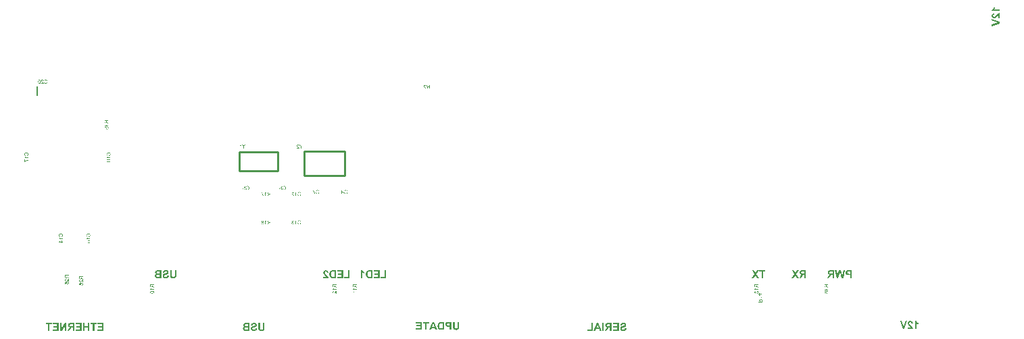
<source format=gbo>
%FSLAX43Y43*%
%MOMM*%
%SFA1B1*%

%IPPOS*%
%ADD27C,0.253999*%
%ADD81C,0.200000*%
%LNlp_led_cube_8x8x8-1*%
%LPD*%
G36*
X72504Y67284D02*
X72541Y67280D01*
X72574Y67275*
X72602Y67269*
X72624Y67262*
X72633Y67259*
X72640Y67257*
X72646Y67254*
X72652Y67253*
X72654Y67251*
X72655*
X72683Y67238*
X72707Y67222*
X72728Y67205*
X72744Y67189*
X72758Y67174*
X72768Y67162*
X72774Y67155*
X72776Y67153*
Y67152*
X72789Y67127*
X72799Y67103*
X72807Y67079*
X72811Y67058*
X72814Y67039*
X72817Y67026*
Y67020*
Y67015*
Y67014*
Y67012*
X72816Y66991*
X72813Y66971*
X72808Y66951*
X72804Y66933*
X72789Y66899*
X72773Y66871*
X72764Y66859*
X72756Y66847*
X72749Y66838*
X72741Y66831*
X72737Y66825*
X72732Y66820*
X72730Y66818*
X72728Y66816*
X72715Y66806*
X72700Y66795*
X72667Y66776*
X72630Y66760*
X72593Y66746*
X72560Y66734*
X72545Y66730*
X72532Y66727*
X72521Y66724*
X72514Y66721*
X72508Y66719*
X72507*
X72484Y66714*
X72465Y66709*
X72447Y66705*
X72431Y66700*
X72416Y66696*
X72404Y66693*
X72392Y66690*
X72383Y66687*
X72368Y66682*
X72358Y66679*
X72352Y66676*
X72351*
X72333Y66669*
X72318Y66661*
X72306Y66656*
X72296Y66648*
X72288Y66642*
X72284Y66638*
X72281Y66635*
X72279Y66633*
X72272Y66624*
X72267Y66614*
X72261Y66596*
X72260Y66587*
X72258Y66581*
Y66577*
Y66575*
X72260Y66556*
X72266Y66538*
X72273Y66522*
X72282Y66508*
X72293Y66497*
X72300Y66489*
X72306Y66483*
X72308Y66482*
X72327Y66468*
X72349Y66458*
X72373Y66452*
X72397Y66446*
X72417Y66443*
X72434Y66442*
X72450*
X72483Y66443*
X72511Y66449*
X72535Y66456*
X72556Y66464*
X72572Y66473*
X72584Y66479*
X72591Y66485*
X72594Y66486*
X72612Y66505*
X72627Y66528*
X72639Y66552*
X72648Y66574*
X72655Y66596*
X72660Y66612*
X72661Y66620*
Y66624*
X72663Y66627*
Y66629*
X72854Y66609*
X72850Y66580*
X72844Y66552*
X72837Y66525*
X72829Y66501*
X72819Y66479*
X72810Y66458*
X72799Y66440*
X72789Y66422*
X72779Y66409*
X72770Y66396*
X72761Y66385*
X72753Y66376*
X72746Y66369*
X72741Y66364*
X72738Y66361*
X72737Y66360*
X72718Y66345*
X72695Y66332*
X72673Y66321*
X72651Y66311*
X72627Y66303*
X72603Y66296*
X72557Y66286*
X72535Y66283*
X72516Y66280*
X72498Y66278*
X72483Y66277*
X72469Y66275*
X72452*
X72406Y66277*
X72365Y66281*
X72330Y66286*
X72299Y66293*
X72285Y66296*
X72273Y66299*
X72264Y66302*
X72256Y66303*
X72250Y66306*
X72245Y66308*
X72242Y66309*
X72241*
X72209Y66324*
X72184Y66342*
X72160Y66360*
X72143Y66378*
X72128Y66393*
X72117Y66406*
X72110Y66415*
X72108Y66416*
Y66418*
X72092Y66446*
X72080Y66474*
X72073Y66501*
X72067Y66525*
X72064Y66546*
X72061Y66562*
Y66568*
Y66572*
Y66575*
Y66577*
X72062Y66609*
X72067Y66639*
X72074Y66666*
X72080Y66688*
X72088Y66706*
X72095Y66721*
X72100Y66728*
X72101Y66731*
X72117Y66754*
X72134Y66774*
X72152Y66791*
X72169Y66806*
X72184Y66816*
X72196Y66825*
X72205Y66829*
X72206Y66831*
X72208*
X72221Y66838*
X72236Y66844*
X72270Y66858*
X72305Y66868*
X72340Y66880*
X72371Y66887*
X72385Y66892*
X72397Y66895*
X72407Y66898*
X72415Y66899*
X72419Y66901*
X72420*
X72446Y66907*
X72469Y66914*
X72490Y66920*
X72508Y66926*
X72526Y66930*
X72539Y66936*
X72553Y66941*
X72563Y66947*
X72574Y66951*
X72581Y66954*
X72593Y66960*
X72599Y66965*
X72600Y66966*
X72609Y66977*
X72617Y66985*
X72621Y66996*
X72626Y67005*
X72627Y67014*
X72628Y67020*
Y67024*
Y67026*
X72627Y67039*
X72624Y67051*
X72620Y67061*
X72614Y67070*
X72608Y67078*
X72603Y67082*
X72600Y67085*
X72599Y67086*
X72579Y67098*
X72557Y67107*
X72535Y67113*
X72514Y67118*
X72495Y67121*
X72478Y67122*
X72465*
X72435Y67121*
X72410Y67116*
X72389Y67112*
X72371Y67106*
X72358Y67098*
X72349Y67094*
X72343Y67089*
X72342Y67088*
X72327Y67075*
X72315Y67058*
X72306Y67040*
X72299Y67023*
X72293Y67006*
X72290Y66993*
X72287Y66984*
Y66982*
Y66981*
X72089Y66988*
X72091Y67012*
X72095Y67036*
X72101Y67058*
X72107Y67079*
X72123Y67115*
X72131Y67131*
X72140Y67146*
X72149Y67159*
X72157Y67171*
X72165Y67182*
X72172Y67189*
X72178Y67195*
X72183Y67199*
X72186Y67202*
X72187Y67204*
X72205Y67219*
X72226Y67231*
X72247Y67242*
X72269Y67251*
X72315Y67266*
X72360Y67275*
X72380Y67278*
X72400Y67281*
X72417Y67283*
X72434Y67284*
X72446Y67286*
X72464*
X72504Y67284*
G37*
G36*
X71893Y66293D02*
X71469D01*
X71444Y66294*
X71404*
X71386Y66296*
X71360*
X71349Y66297*
X71334*
X71330Y66299*
X71324*
X71296Y66303*
X71270Y66309*
X71248Y66317*
X71229Y66326*
X71212Y66333*
X71201Y66339*
X71195Y66344*
X71192Y66345*
X71172Y66360*
X71156Y66378*
X71141Y66394*
X71129Y66410*
X71120Y66424*
X71113Y66436*
X71108Y66443*
X71107Y66446*
X71097Y66470*
X71089Y66492*
X71083Y66514*
X71080Y66534*
X71077Y66552*
X71076Y66563*
Y66572*
Y66575*
X71077Y66607*
X71083Y66635*
X71091Y66659*
X71099Y66681*
X71110Y66699*
X71117Y66712*
X71123Y66719*
X71125Y66722*
X71144Y66745*
X71166Y66764*
X71189Y66779*
X71211Y66791*
X71230Y66800*
X71247Y66807*
X71253Y66809*
X71257Y66810*
X71260Y66812*
X71261*
X71239Y66823*
X71218Y66837*
X71202Y66850*
X71187Y66865*
X71175Y66877*
X71168Y66887*
X71162Y66893*
X71160Y66896*
X71149Y66919*
X71140Y66941*
X71132Y66962*
X71128Y66981*
X71125Y66997*
X71123Y67011*
Y67020*
Y67023*
X71125Y67046*
X71128Y67067*
X71134Y67086*
X71138Y67104*
X71144Y67118*
X71150Y67128*
X71153Y67134*
X71154Y67137*
X71166Y67155*
X71178Y67171*
X71192Y67185*
X71202Y67196*
X71212Y67207*
X71221Y67213*
X71227Y67217*
X71229Y67219*
X71247Y67229*
X71263Y67238*
X71281Y67245*
X71297Y67250*
X71310Y67254*
X71321Y67257*
X71328Y67259*
X71331*
X71355Y67262*
X71382Y67265*
X71410Y67266*
X71438Y67268*
X71464Y67269*
X71893*
Y66293*
G37*
G36*
X82942Y59689D02*
X82518D01*
X82493Y59690*
X82453*
X82435Y59692*
X82409*
X82398Y59693*
X82383*
X82379Y59695*
X82373*
X82345Y59699*
X82319Y59705*
X82297Y59713*
X82278Y59722*
X82261Y59729*
X82250Y59735*
X82244Y59740*
X82241Y59741*
X82221Y59756*
X82205Y59774*
X82190Y59790*
X82178Y59806*
X82169Y59820*
X82162Y59832*
X82157Y59839*
X82156Y59842*
X82146Y59866*
X82138Y59888*
X82132Y59910*
X82129Y59930*
X82126Y59948*
X82125Y59959*
Y59968*
Y59971*
X82126Y60003*
X82132Y60031*
X82140Y60055*
X82148Y60077*
X82159Y60095*
X82166Y60108*
X82172Y60115*
X82174Y60118*
X82193Y60141*
X82215Y60160*
X82238Y60175*
X82260Y60187*
X82279Y60196*
X82296Y60203*
X82302Y60205*
X82306Y60206*
X82309Y60208*
X82310*
X82288Y60219*
X82267Y60233*
X82251Y60246*
X82236Y60261*
X82224Y60273*
X82217Y60283*
X82211Y60289*
X82209Y60292*
X82198Y60315*
X82189Y60337*
X82181Y60358*
X82177Y60377*
X82174Y60393*
X82172Y60407*
Y60416*
Y60419*
X82174Y60442*
X82177Y60463*
X82183Y60482*
X82187Y60500*
X82193Y60514*
X82199Y60524*
X82202Y60530*
X82203Y60533*
X82215Y60551*
X82227Y60567*
X82241Y60581*
X82251Y60592*
X82261Y60603*
X82270Y60609*
X82276Y60613*
X82278Y60615*
X82296Y60625*
X82312Y60634*
X82330Y60641*
X82346Y60646*
X82359Y60650*
X82370Y60653*
X82377Y60655*
X82380*
X82404Y60658*
X82431Y60661*
X82459Y60662*
X82487Y60664*
X82513Y60665*
X82942*
Y59689*
G37*
G36*
X84835Y60144D02*
Y60114D01*
X84834Y60086*
Y60059*
X84832Y60035*
X84831Y60013*
X84829Y59992*
X84828Y59974*
X84826Y59958*
X84825Y59943*
X84823Y59931*
X84822Y59919*
X84820Y59912*
X84819Y59904*
X84817Y59900*
Y59897*
Y59896*
X84811Y59875*
X84802Y59855*
X84793Y59836*
X84784Y59820*
X84776Y59806*
X84768Y59796*
X84764Y59790*
X84762Y59787*
X84744Y59769*
X84727Y59751*
X84707Y59738*
X84689Y59725*
X84673Y59716*
X84660Y59708*
X84651Y59704*
X84649Y59702*
X84648*
X84633Y59696*
X84618Y59692*
X84584Y59685*
X84550Y59679*
X84516Y59676*
X84484Y59673*
X84471*
X84459Y59671*
X84437*
X84395Y59673*
X84358Y59676*
X84327Y59680*
X84300Y59686*
X84278Y59690*
X84269Y59693*
X84263Y59695*
X84257Y59696*
X84253Y59698*
X84251Y59699*
X84250*
X84224Y59711*
X84202Y59725*
X84183Y59738*
X84165Y59751*
X84153Y59762*
X84143Y59771*
X84137Y59778*
X84135Y59780*
X84120Y59799*
X84107Y59820*
X84098Y59841*
X84089Y59860*
X84083Y59878*
X84079Y59891*
X84076Y59900*
Y59901*
Y59903*
X84073Y59918*
X84070Y59934*
X84068Y59953*
X84067Y59973*
X84064Y60013*
X84061Y60055*
Y60074*
Y60092*
X84059Y60108*
Y60123*
Y60135*
Y60144*
Y60150*
Y60151*
Y60665*
X84257*
Y60123*
Y60102*
Y60083*
X84258Y60065*
Y60049*
X84260Y60019*
X84261Y59997*
X84263Y59979*
X84264Y59967*
X84266Y59959*
Y59956*
X84270Y59939*
X84278Y59922*
X84287Y59909*
X84296Y59897*
X84303Y59887*
X84310Y59879*
X84316Y59875*
X84318Y59873*
X84336Y59861*
X84355Y59854*
X84376Y59848*
X84395Y59844*
X84414Y59841*
X84429Y59839*
X84443*
X84471Y59841*
X84498Y59845*
X84520Y59851*
X84538Y59857*
X84553Y59863*
X84563Y59869*
X84569Y59873*
X84572Y59875*
X84588Y59890*
X84600Y59904*
X84611Y59921*
X84620Y59937*
X84624Y59951*
X84628Y59961*
X84631Y59968*
Y59971*
X84633Y59979*
Y59989*
X84634Y60013*
X84636Y60040*
Y60066*
X84637Y60093*
Y60105*
Y60114*
Y60123*
Y60129*
Y60133*
Y60135*
Y60665*
X84835*
Y60144*
G37*
G36*
X82435Y77572D02*
X82378Y77564D01*
X82373Y77571*
X82367Y77578*
X82361Y77584*
X82356Y77589*
X82351Y77593*
X82346Y77596*
X82343Y77597*
Y77598*
X82334Y77602*
X82325Y77606*
X82316Y77608*
X82308Y77610*
X82300Y77611*
X82295Y77612*
X82290*
X82274Y77610*
X82259Y77608*
X82245Y77602*
X82235Y77597*
X82226Y77592*
X82220Y77587*
X82216Y77584*
X82215Y77582*
X82205Y77570*
X82198Y77557*
X82193Y77544*
X82190Y77531*
X82188Y77519*
X82187Y77514*
Y77510*
X82186Y77507*
Y77504*
Y77502*
Y77501*
X82188Y77482*
X82191Y77465*
X82196Y77450*
X82201Y77438*
X82206Y77428*
X82211Y77421*
X82214Y77416*
X82216Y77415*
X82222Y77409*
X82228Y77404*
X82240Y77396*
X82252Y77391*
X82263Y77386*
X82274Y77384*
X82282*
X82285Y77383*
X82289*
X82302Y77384*
X82314Y77386*
X82324Y77390*
X82333Y77394*
X82340Y77398*
X82346Y77401*
X82349Y77404*
X82350Y77405*
X82359Y77415*
X82366Y77426*
X82372Y77437*
X82375Y77448*
X82378Y77458*
X82380Y77467*
X82381Y77470*
X82382Y77472*
Y77473*
Y77474*
X82445Y77470*
X82443Y77458*
X82441Y77447*
X82435Y77428*
X82427Y77411*
X82419Y77397*
X82415Y77391*
X82411Y77386*
X82407Y77381*
X82404Y77378*
X82401Y77375*
X82399Y77372*
X82398*
X82397Y77371*
X82389Y77364*
X82380Y77359*
X82372Y77354*
X82363Y77349*
X82345Y77343*
X82328Y77338*
X82320Y77337*
X82312Y77336*
X82306Y77335*
X82300*
X82296Y77334*
X82289*
X82274Y77335*
X82260Y77336*
X82248Y77339*
X82235Y77343*
X82224Y77347*
X82213Y77352*
X82203Y77358*
X82195Y77364*
X82187Y77369*
X82180Y77374*
X82174Y77379*
X82170Y77384*
X82166Y77387*
X82163Y77390*
X82162Y77392*
X82161*
X82154Y77401*
X82148Y77411*
X82143Y77421*
X82139Y77431*
X82132Y77450*
X82127Y77467*
X82125Y77476*
Y77483*
X82124Y77490*
X82123Y77496*
X82122Y77500*
Y77504*
Y77506*
Y77507*
X82123Y77519*
X82125Y77532*
X82127Y77543*
X82129Y77554*
X82133Y77564*
X82136Y77573*
X82140Y77582*
X82145Y77590*
X82149Y77596*
X82153Y77602*
X82156Y77608*
X82160Y77612*
X82162Y77616*
X82165Y77618*
X82166Y77619*
X82167Y77620*
X82175Y77628*
X82184Y77635*
X82193Y77641*
X82202Y77646*
X82211Y77651*
X82220Y77654*
X82237Y77659*
X82245Y77661*
X82252Y77662*
X82258Y77663*
X82264Y77664*
X82268Y77665*
X82274*
X82292Y77663*
X82309Y77659*
X82325Y77655*
X82338Y77649*
X82350Y77643*
X82354Y77641*
X82359Y77639*
X82362Y77636*
X82364Y77635*
X82366Y77634*
Y77633*
X82340Y77765*
X82145*
Y77822*
X82387*
X82435Y77572*
G37*
G36*
X87297Y77836D02*
X87319Y77833D01*
X87339Y77828*
X87348Y77826*
X87356Y77823*
X87363Y77820*
X87371Y77817*
X87377Y77814*
X87381Y77812*
X87386Y77811*
X87389Y77809*
X87390Y77808*
X87391*
X87409Y77796*
X87426Y77782*
X87440Y77768*
X87452Y77754*
X87461Y77741*
X87465Y77736*
X87468Y77731*
X87470Y77727*
X87472Y77724*
X87473Y77722*
X87483Y77700*
X87490Y77677*
X87495Y77655*
X87498Y77634*
X87500Y77625*
X87501Y77616*
Y77608*
Y77602*
X87502Y77596*
Y77593*
Y77590*
Y77589*
X87501Y77563*
X87498Y77539*
X87494Y77517*
X87492Y77507*
X87489Y77498*
X87487Y77489*
X87485Y77481*
X87483Y77475*
X87480Y77469*
X87479Y77464*
X87478Y77461*
X87477Y77459*
Y77458*
X87466Y77437*
X87454Y77418*
X87442Y77402*
X87429Y77389*
X87419Y77379*
X87410Y77372*
X87406Y77369*
X87404Y77367*
X87403Y77366*
X87402*
X87392Y77360*
X87382Y77355*
X87361Y77347*
X87340Y77342*
X87319Y77338*
X87310Y77337*
X87301Y77335*
X87294*
X87287*
X87281Y77334*
X87274*
X87259Y77335*
X87246*
X87222Y77341*
X87211Y77343*
X87199Y77347*
X87190Y77351*
X87181Y77355*
X87173Y77358*
X87166Y77362*
X87160Y77366*
X87155Y77369*
X87150Y77372*
X87147Y77374*
X87146Y77375*
X87145*
X87136Y77384*
X87127Y77392*
X87112Y77412*
X87099Y77432*
X87089Y77452*
X87084Y77461*
X87081Y77469*
X87078Y77477*
X87076Y77483*
X87074Y77489*
X87073Y77493*
X87072Y77496*
X87136Y77513*
X87142Y77491*
X87150Y77472*
X87159Y77456*
X87167Y77443*
X87175Y77433*
X87182Y77426*
X87186Y77421*
X87187*
X87188Y77420*
X87202Y77409*
X87217Y77402*
X87233Y77396*
X87247Y77392*
X87259Y77390*
X87265Y77389*
X87270*
X87274*
X87279*
X87295*
X87311Y77392*
X87325Y77396*
X87337Y77400*
X87347Y77404*
X87355Y77407*
X87358Y77409*
X87360Y77410*
X87361Y77411*
X87362*
X87375Y77421*
X87386Y77432*
X87396Y77443*
X87404Y77455*
X87410Y77464*
X87414Y77473*
X87415Y77476*
X87417Y77478*
Y77480*
Y77481*
X87423Y77498*
X87428Y77517*
X87431Y77536*
X87433Y77553*
X87434Y77560*
X87435Y77567*
Y77573*
Y77579*
Y77583*
Y77586*
Y77588*
Y77589*
Y77607*
X87433Y77624*
X87431Y77639*
X87428Y77654*
X87425Y77665*
X87424Y77671*
X87423Y77674*
X87422Y77678*
X87421Y77680*
X87420Y77682*
X87414Y77699*
X87406Y77714*
X87397Y77725*
X87389Y77736*
X87380Y77744*
X87374Y77750*
X87369Y77754*
X87368Y77755*
X87353Y77764*
X87337Y77771*
X87322Y77776*
X87307Y77779*
X87294Y77781*
X87288Y77782*
X87283*
X87280Y77783*
X87274*
X87256Y77782*
X87241Y77779*
X87227Y77775*
X87216Y77771*
X87206Y77766*
X87199Y77762*
X87195Y77759*
X87193Y77758*
X87182Y77748*
X87172Y77736*
X87163Y77722*
X87156Y77710*
X87151Y77699*
X87149Y77694*
X87147Y77689*
X87145Y77685*
Y77682*
X87144Y77681*
Y77680*
X87080Y77695*
X87089Y77719*
X87094Y77730*
X87099Y77740*
X87105Y77749*
X87111Y77758*
X87116Y77766*
X87122Y77773*
X87127Y77779*
X87133Y77784*
X87138Y77789*
X87142Y77793*
X87145Y77796*
X87147Y77798*
X87149Y77799*
X87150Y77800*
X87159Y77806*
X87169Y77812*
X87179Y77817*
X87190Y77822*
X87211Y77829*
X87230Y77833*
X87239Y77834*
X87247Y77835*
X87254Y77836*
X87260Y77837*
X87265*
X87273*
X87297Y77836*
G37*
G36*
X73786Y66748D02*
Y66718D01*
X73785Y66690*
Y66663*
X73783Y66639*
X73782Y66617*
X73780Y66596*
X73779Y66578*
X73777Y66562*
X73776Y66547*
X73774Y66535*
X73773Y66523*
X73771Y66516*
X73770Y66508*
X73768Y66504*
Y66501*
Y66500*
X73762Y66479*
X73753Y66459*
X73744Y66440*
X73735Y66424*
X73727Y66410*
X73719Y66400*
X73715Y66394*
X73713Y66391*
X73695Y66373*
X73678Y66355*
X73658Y66342*
X73640Y66329*
X73624Y66320*
X73611Y66312*
X73602Y66308*
X73600Y66306*
X73599*
X73584Y66300*
X73569Y66296*
X73535Y66289*
X73501Y66283*
X73467Y66280*
X73435Y66277*
X73422*
X73410Y66275*
X73388*
X73346Y66277*
X73309Y66280*
X73278Y66284*
X73251Y66290*
X73229Y66294*
X73220Y66297*
X73214Y66299*
X73208Y66300*
X73204Y66302*
X73202Y66303*
X73201*
X73175Y66315*
X73153Y66329*
X73134Y66342*
X73116Y66355*
X73104Y66366*
X73094Y66375*
X73088Y66382*
X73086Y66384*
X73071Y66403*
X73058Y66424*
X73049Y66445*
X73040Y66464*
X73034Y66482*
X73030Y66495*
X73027Y66504*
Y66505*
Y66507*
X73024Y66522*
X73021Y66538*
X73019Y66557*
X73018Y66577*
X73015Y66617*
X73012Y66659*
Y66678*
Y66696*
X73010Y66712*
Y66727*
Y66739*
Y66748*
Y66754*
Y66755*
Y67269*
X73208*
Y66727*
Y66706*
Y66687*
X73209Y66669*
Y66653*
X73211Y66623*
X73212Y66601*
X73214Y66583*
X73215Y66571*
X73217Y66563*
Y66560*
X73221Y66543*
X73229Y66526*
X73238Y66513*
X73247Y66501*
X73254Y66491*
X73261Y66483*
X73267Y66479*
X73269Y66477*
X73287Y66465*
X73306Y66458*
X73327Y66452*
X73346Y66448*
X73365Y66445*
X73380Y66443*
X73394*
X73422Y66445*
X73449Y66449*
X73471Y66455*
X73489Y66461*
X73504Y66467*
X73514Y66473*
X73520Y66477*
X73523Y66479*
X73539Y66494*
X73551Y66508*
X73562Y66525*
X73571Y66541*
X73575Y66555*
X73579Y66565*
X73582Y66572*
Y66575*
X73584Y66583*
Y66593*
X73585Y66617*
X73587Y66644*
Y66670*
X73588Y66697*
Y66709*
Y66718*
Y66727*
Y66733*
Y66737*
Y66739*
Y67269*
X73786*
Y66748*
G37*
G36*
X82725Y77836D02*
X82747Y77833D01*
X82767Y77828*
X82776Y77826*
X82784Y77823*
X82791Y77820*
X82799Y77817*
X82805Y77814*
X82809Y77812*
X82814Y77811*
X82817Y77809*
X82818Y77808*
X82819*
X82837Y77796*
X82854Y77782*
X82868Y77768*
X82880Y77754*
X82889Y77741*
X82893Y77736*
X82896Y77731*
X82898Y77727*
X82900Y77724*
X82901Y77722*
X82911Y77700*
X82918Y77677*
X82923Y77655*
X82926Y77634*
X82928Y77625*
X82929Y77616*
Y77608*
Y77602*
X82930Y77596*
Y77593*
Y77590*
Y77589*
X82929Y77563*
X82926Y77539*
X82922Y77517*
X82920Y77507*
X82917Y77498*
X82915Y77489*
X82913Y77481*
X82911Y77475*
X82908Y77469*
X82907Y77464*
X82906Y77461*
X82905Y77459*
Y77458*
X82894Y77437*
X82882Y77418*
X82870Y77402*
X82857Y77389*
X82847Y77379*
X82838Y77372*
X82834Y77369*
X82832Y77367*
X82831Y77366*
X82830*
X82820Y77360*
X82810Y77355*
X82789Y77347*
X82768Y77342*
X82747Y77338*
X82738Y77337*
X82729Y77335*
X82722*
X82715*
X82709Y77334*
X82702*
X82687Y77335*
X82674*
X82650Y77341*
X82639Y77343*
X82627Y77347*
X82618Y77351*
X82609Y77355*
X82601Y77358*
X82594Y77362*
X82588Y77366*
X82583Y77369*
X82578Y77372*
X82575Y77374*
X82574Y77375*
X82573*
X82564Y77384*
X82555Y77392*
X82540Y77412*
X82527Y77432*
X82517Y77452*
X82512Y77461*
X82509Y77469*
X82506Y77477*
X82504Y77483*
X82502Y77489*
X82501Y77493*
X82500Y77496*
X82564Y77513*
X82570Y77491*
X82578Y77472*
X82587Y77456*
X82595Y77443*
X82603Y77433*
X82610Y77426*
X82614Y77421*
X82615*
X82616Y77420*
X82630Y77409*
X82645Y77402*
X82661Y77396*
X82675Y77392*
X82687Y77390*
X82693Y77389*
X82698*
X82702*
X82707*
X82723*
X82739Y77392*
X82753Y77396*
X82765Y77400*
X82775Y77404*
X82783Y77407*
X82786Y77409*
X82788Y77410*
X82789Y77411*
X82790*
X82803Y77421*
X82814Y77432*
X82824Y77443*
X82832Y77455*
X82838Y77464*
X82842Y77473*
X82843Y77476*
X82845Y77478*
Y77480*
Y77481*
X82851Y77498*
X82856Y77517*
X82859Y77536*
X82861Y77553*
X82862Y77560*
X82863Y77567*
Y77573*
Y77579*
Y77583*
Y77586*
Y77588*
Y77589*
Y77607*
X82861Y77624*
X82859Y77639*
X82856Y77654*
X82853Y77665*
X82852Y77671*
X82851Y77674*
X82850Y77678*
X82849Y77680*
X82848Y77682*
X82842Y77699*
X82834Y77714*
X82825Y77725*
X82817Y77736*
X82808Y77744*
X82802Y77750*
X82797Y77754*
Y77755*
X82796*
X82781Y77764*
X82765Y77771*
X82750Y77776*
X82735Y77779*
X82722Y77781*
X82716Y77782*
X82711*
X82708Y77783*
X82702*
X82685Y77782*
X82669Y77779*
X82655Y77775*
X82644Y77771*
X82634Y77766*
X82627Y77762*
X82623Y77759*
X82621Y77758*
X82610Y77748*
X82600Y77736*
X82591Y77722*
X82584Y77710*
X82579Y77699*
X82577Y77694*
X82575Y77689*
X82573Y77685*
Y77682*
X82572Y77681*
Y77680*
X82508Y77695*
X82517Y77719*
X82522Y77730*
X82527Y77740*
X82533Y77749*
X82539Y77758*
X82544Y77766*
X82550Y77773*
X82555Y77779*
X82561Y77784*
X82566Y77789*
X82570Y77793*
X82573Y77796*
X82575Y77798*
X82577Y77799*
X82578Y77800*
X82587Y77806*
X82597Y77812*
X82607Y77817*
X82618Y77822*
X82639Y77829*
X82658Y77833*
X82667Y77834*
X82675Y77835*
X82682Y77836*
X82688Y77837*
X82693*
X82701*
X82725Y77836*
G37*
G36*
X92551Y67269D02*
X92592Y67262D01*
X92629Y67250*
X92646Y67244*
X92660Y67238*
X92675Y67232*
X92687Y67226*
X92698Y67220*
X92705Y67214*
X92712Y67210*
X92717Y67207*
X92720Y67205*
X92721Y67204*
X92736Y67190*
X92751Y67176*
X92763Y67159*
X92775Y67141*
X92793Y67104*
X92806Y67069*
X92812Y67051*
X92815Y67034*
X92819Y67021*
X92821Y67008*
X92824Y66997*
Y66990*
X92825Y66984*
Y66982*
X92640Y66965*
X92637Y66993*
X92632Y67018*
X92625Y67037*
X92619Y67054*
X92611Y67067*
X92607Y67075*
X92603Y67081*
X92601Y67082*
X92586Y67094*
X92571Y67103*
X92555Y67109*
X92540Y67113*
X92528Y67116*
X92516Y67118*
X92507*
X92487Y67116*
X92467Y67112*
X92451Y67107*
X92438Y67101*
X92427Y67094*
X92420Y67089*
X92415Y67085*
X92414Y67084*
X92402Y67070*
X92395Y67054*
X92389Y67037*
X92384Y67023*
X92381Y67009*
X92380Y66997*
Y66990*
Y66987*
X92381Y66966*
X92386Y66945*
X92392Y66926*
X92399Y66908*
X92406Y66893*
X92412Y66883*
X92417Y66875*
X92418Y66872*
X92424Y66864*
X92433Y66853*
X92444Y66843*
X92455Y66831*
X92481Y66804*
X92507Y66777*
X92533Y66754*
X92545Y66742*
X92553Y66733*
X92562Y66725*
X92568Y66718*
X92573Y66715*
X92574Y66714*
X92603Y66687*
X92629Y66661*
X92652Y66638*
X92674Y66615*
X92693Y66595*
X92710Y66575*
X92726Y66557*
X92739Y66541*
X92750Y66528*
X92760Y66514*
X92767Y66504*
X92775Y66495*
X92779Y66488*
X92782Y66483*
X92785Y66480*
Y66479*
X92803Y66446*
X92816Y66413*
X92828Y66382*
X92836Y66352*
X92842Y66329*
X92843Y66318*
X92845Y66309*
X92846Y66303*
X92848Y66297*
Y66294*
Y66293*
X92192*
Y66467*
X92565*
X92553Y66486*
X92540Y66501*
X92536Y66508*
X92531Y66513*
X92528Y66516*
X92527Y66517*
X92521Y66523*
X92515Y66529*
X92499Y66546*
X92481Y66563*
X92461Y66581*
X92444Y66599*
X92429Y66612*
X92424Y66618*
X92420Y66623*
X92417Y66624*
X92415Y66626*
X92384Y66654*
X92359Y66679*
X92337Y66702*
X92320Y66719*
X92307Y66733*
X92298Y66743*
X92293Y66749*
X92292Y66751*
X92274Y66774*
X92258Y66797*
X92244Y66818*
X92234Y66837*
X92227Y66852*
X92221Y66864*
X92218Y66871*
X92216Y66874*
X92209Y66896*
X92203Y66920*
X92198Y66941*
X92195Y66960*
X92194Y66977*
X92192Y66990*
Y66997*
Y67000*
X92194Y67021*
X92195Y67042*
X92206Y67079*
X92219Y67112*
X92234Y67140*
X92249Y67162*
X92256Y67173*
X92262Y67180*
X92268Y67186*
X92273Y67190*
X92274Y67192*
X92276Y67193*
X92292Y67207*
X92308Y67220*
X92328Y67231*
X92345Y67240*
X92384Y67253*
X92420Y67262*
X92438Y67266*
X92452Y67268*
X92467Y67269*
X92479Y67271*
X92490Y67272*
X92527*
X92551Y67269*
G37*
G36*
X98338Y66293D02*
X97969D01*
X97931Y66294*
X97895Y66296*
X97865Y66299*
X97842Y66303*
X97821Y66306*
X97808Y66309*
X97799Y66311*
X97796Y66312*
X97764Y66324*
X97738Y66336*
X97714Y66349*
X97693Y66363*
X97678Y66373*
X97666Y66382*
X97660Y66390*
X97657Y66391*
X97634Y66418*
X97613Y66446*
X97595Y66474*
X97580Y66503*
X97568Y66526*
X97564Y66537*
X97559Y66546*
X97556Y66553*
X97555Y66559*
X97553Y66562*
Y66563*
X97543Y66598*
X97536Y66633*
X97530Y66667*
X97527Y66700*
X97524Y66728*
Y66740*
X97522Y66751*
Y66760*
Y66766*
Y66770*
Y66771*
X97524Y66820*
X97527Y66865*
X97533Y66905*
X97536Y66922*
X97539Y66938*
X97542Y66953*
X97545Y66965*
X97547Y66977*
X97550Y66985*
X97552Y66993*
X97553Y66997*
X97555Y67000*
Y67002*
X97568Y67036*
X97583Y67066*
X97598Y67092*
X97613Y67116*
X97628Y67134*
X97638Y67147*
X97646Y67156*
X97647Y67159*
X97649*
X97672Y67182*
X97698Y67201*
X97721Y67217*
X97744Y67229*
X97764Y67238*
X97779Y67245*
X97785Y67247*
X97790Y67248*
X97793Y67250*
X97794*
X97821Y67256*
X97851Y67262*
X97880Y67265*
X97912Y67266*
X97938Y67268*
X97950Y67269*
X98338*
Y66293*
G37*
G36*
X94675D02*
X93934D01*
Y66458*
X94478*
Y66722*
X93990*
Y66887*
X94478*
Y67104*
X93953*
Y67269*
X94675*
Y66293*
G37*
G36*
X95503D02*
X94817D01*
Y66458*
X95305*
Y67260*
X95503*
Y66293*
G37*
G36*
X97082Y67240D02*
X97100Y67210D01*
X97120Y67183*
X97139Y67161*
X97158Y67141*
X97173Y67128*
X97177Y67124*
X97182Y67119*
X97185Y67118*
X97186Y67116*
X97218Y67092*
X97247Y67075*
X97274Y67058*
X97298Y67046*
X97317Y67036*
X97332Y67030*
X97338Y67029*
X97342Y67027*
X97344Y67026*
X97345*
Y66856*
X97295Y66875*
X97249Y66898*
X97209Y66920*
X97189Y66932*
X97173Y66944*
X97157Y66954*
X97143Y66965*
X97131Y66974*
X97121Y66981*
X97114Y66988*
X97108Y66993*
X97105Y66996*
X97103Y66997*
Y66293*
X96916*
Y67272*
X97069*
X97082Y67240*
G37*
G36*
X83553Y60680D02*
X83590Y60676D01*
X83623Y60671*
X83651Y60665*
X83673Y60658*
X83682Y60655*
X83689Y60653*
X83695Y60650*
X83701Y60649*
X83703Y60647*
X83704*
X83732Y60634*
X83756Y60618*
X83777Y60601*
X83793Y60585*
X83807Y60570*
X83817Y60558*
X83823Y60551*
X83825Y60549*
Y60548*
X83838Y60523*
X83848Y60499*
X83856Y60475*
X83860Y60454*
X83863Y60435*
X83866Y60422*
Y60416*
Y60411*
Y60410*
Y60408*
X83865Y60387*
X83862Y60367*
X83857Y60347*
X83853Y60329*
X83838Y60295*
X83822Y60267*
X83813Y60255*
X83805Y60243*
X83798Y60234*
X83790Y60227*
X83786Y60221*
X83782Y60216*
X83779Y60214*
X83777Y60212*
X83764Y60202*
X83749Y60191*
X83716Y60172*
X83679Y60156*
X83642Y60142*
X83609Y60130*
X83594Y60126*
X83581Y60123*
X83571Y60120*
X83563Y60117*
X83557Y60115*
X83556*
X83533Y60110*
X83514Y60105*
X83496Y60101*
X83480Y60096*
X83465Y60092*
X83453Y60089*
X83441Y60086*
X83432Y60083*
X83417Y60078*
X83407Y60075*
X83401Y60072*
X83400*
X83382Y60065*
X83367Y60057*
X83355Y60052*
X83345Y60044*
X83337Y60038*
X83333Y60034*
X83330Y60031*
X83328Y60029*
X83321Y60020*
X83316Y60010*
X83310Y59992*
X83309Y59983*
X83307Y59977*
Y59973*
Y59971*
X83309Y59952*
X83315Y59934*
X83322Y59918*
X83331Y59904*
X83342Y59893*
X83349Y59885*
X83355Y59879*
X83357Y59878*
X83376Y59864*
X83398Y59854*
X83422Y59848*
X83446Y59842*
X83466Y59839*
X83483Y59838*
X83499*
X83532Y59839*
X83560Y59845*
X83584Y59852*
X83605Y59860*
X83621Y59869*
X83633Y59875*
X83640Y59881*
X83643Y59882*
X83661Y59901*
X83676Y59924*
X83688Y59948*
X83697Y59970*
X83704Y59992*
X83709Y60008*
X83710Y60016*
Y60020*
X83712Y60023*
Y60025*
X83903Y60006*
X83899Y59976*
X83893Y59948*
X83886Y59921*
X83878Y59897*
X83868Y59875*
X83859Y59854*
X83848Y59836*
X83838Y59818*
X83828Y59805*
X83819Y59792*
X83810Y59781*
X83802Y59772*
X83795Y59765*
X83790Y59760*
X83787Y59757*
X83786Y59756*
X83767Y59741*
X83744Y59728*
X83722Y59717*
X83700Y59707*
X83676Y59699*
X83652Y59692*
X83606Y59682*
X83584Y59679*
X83565Y59676*
X83547Y59674*
X83532Y59673*
X83518Y59671*
X83501*
X83455Y59673*
X83414Y59677*
X83379Y59682*
X83348Y59689*
X83334Y59692*
X83322Y59695*
X83313Y59698*
X83305Y59699*
X83299Y59702*
X83294Y59704*
X83291Y59705*
X83290*
X83258Y59720*
X83233Y59738*
X83209Y59756*
X83192Y59774*
X83177Y59789*
X83166Y59802*
X83159Y59811*
X83157Y59812*
Y59814*
X83141Y59842*
X83129Y59870*
X83122Y59897*
X83116Y59921*
X83113Y59942*
X83110Y59958*
Y59964*
Y59968*
Y59971*
Y59973*
X83111Y60006*
X83116Y60035*
X83123Y60062*
X83129Y60084*
X83137Y60102*
X83144Y60117*
X83148Y60124*
X83150Y60127*
X83166Y60150*
X83183Y60170*
X83201Y60187*
X83218Y60202*
X83233Y60212*
X83245Y60221*
X83254Y60225*
X83255Y60227*
X83257*
X83270Y60234*
X83285Y60240*
X83319Y60254*
X83354Y60264*
X83389Y60276*
X83420Y60283*
X83434Y60288*
X83446Y60291*
X83456Y60294*
X83464Y60295*
X83468Y60297*
X83469*
X83495Y60303*
X83518Y60310*
X83539Y60316*
X83557Y60322*
X83575Y60326*
X83588Y60332*
X83602Y60337*
X83612Y60343*
X83623Y60347*
X83630Y60350*
X83642Y60356*
X83648Y60361*
X83649Y60362*
X83658Y60373*
X83666Y60381*
X83670Y60392*
X83675Y60401*
X83676Y60410*
X83677Y60416*
Y60420*
Y60422*
X83676Y60435*
X83673Y60447*
X83669Y60457*
X83663Y60466*
X83657Y60474*
X83652Y60478*
X83649Y60481*
X83648Y60482*
X83628Y60494*
X83606Y60503*
X83584Y60509*
X83563Y60514*
X83544Y60517*
X83527Y60518*
X83514*
X83484Y60517*
X83459Y60512*
X83438Y60508*
X83420Y60502*
X83407Y60494*
X83398Y60490*
X83392Y60485*
X83391Y60484*
X83376Y60471*
X83364Y60454*
X83355Y60436*
X83348Y60419*
X83342Y60402*
X83339Y60389*
X83336Y60380*
Y60378*
Y60377*
X83138Y60384*
X83140Y60408*
X83144Y60432*
X83150Y60454*
X83156Y60475*
X83172Y60511*
X83180Y60527*
X83189Y60542*
X83198Y60555*
X83206Y60567*
X83214Y60578*
X83221Y60585*
X83227Y60591*
X83232Y60595*
X83235Y60598*
X83236Y60600*
X83254Y60615*
X83275Y60627*
X83296Y60638*
X83318Y60647*
X83364Y60662*
X83409Y60671*
X83429Y60674*
X83449Y60677*
X83466Y60679*
X83483Y60680*
X83495Y60682*
X83513*
X83553Y60680*
G37*
G36*
X99247Y66293D02*
X98506D01*
Y66458*
X99050*
Y66722*
X98562*
Y66887*
X99050*
Y67104*
X98525*
Y67269*
X99247*
Y66293*
G37*
G36*
X100075D02*
X99389D01*
Y66458*
X99877*
Y67260*
X100075*
Y66293*
G37*
G36*
X86859Y77831D02*
X86872Y77829D01*
X86885Y77826*
X86897Y77823*
X86908Y77818*
X86918Y77814*
X86927Y77809*
X86935Y77803*
X86943Y77798*
X86949Y77793*
X86955Y77788*
X86960Y77784*
X86964Y77780*
X86966Y77777*
X86967Y77776*
X86968Y77775*
X86977Y77763*
X86985Y77748*
X86992Y77733*
X86998Y77716*
X87003Y77699*
X87007Y77682*
X87011Y77665*
X87013Y77648*
X87015Y77633*
X87017Y77618*
X87018Y77605*
X87019Y77593*
X87020Y77583*
Y77576*
Y77573*
Y77571*
Y77570*
X87019Y77547*
X87018Y77526*
X87015Y77506*
X87012Y77488*
X87009Y77472*
X87005Y77457*
X87001Y77444*
X86996Y77432*
X86992Y77421*
X86988Y77412*
X86984Y77405*
X86981Y77399*
X86978Y77395*
X86975Y77392*
X86974Y77389*
X86973*
X86964Y77379*
X86955Y77371*
X86944Y77364*
X86934Y77357*
X86923Y77352*
X86914Y77347*
X86903Y77343*
X86894Y77341*
X86885Y77338*
X86877Y77337*
X86869Y77335*
X86863*
X86858*
X86854Y77334*
X86851*
X86835Y77335*
X86820Y77337*
X86807Y77341*
X86795Y77344*
X86786Y77348*
X86779Y77352*
X86774Y77354*
X86773Y77355*
X86760Y77364*
X86750Y77373*
X86740Y77383*
X86732Y77392*
X86726Y77401*
X86722Y77408*
X86720Y77411*
X86719Y77413*
X86718Y77414*
Y77415*
X86711Y77430*
X86706Y77444*
X86703Y77459*
X86700Y77472*
X86699Y77484*
Y77488*
X86698Y77493*
Y77496*
Y77498*
Y77499*
Y77500*
X86699Y77513*
X86700Y77525*
X86702Y77536*
X86705Y77547*
X86708Y77557*
X86711Y77567*
X86715Y77575*
X86719Y77583*
X86723Y77590*
X86727Y77596*
X86731Y77601*
X86734Y77605*
X86737Y77609*
X86739Y77611*
X86740Y77613*
X86748Y77622*
X86757Y77628*
X86766Y77634*
X86774Y77639*
X86783Y77644*
X86791Y77647*
X86807Y77653*
X86821Y77656*
X86827*
X86832Y77657*
X86837Y77658*
X86843*
X86855Y77657*
X86867Y77656*
X86878Y77653*
X86888Y77650*
X86896Y77647*
X86903Y77644*
X86906Y77642*
X86908*
X86919Y77635*
X86929Y77628*
X86938Y77619*
X86946Y77611*
X86952Y77604*
X86957Y77598*
X86960Y77594*
X86961Y77593*
Y77606*
X86960Y77619*
X86959Y77631*
X86958Y77642*
X86957Y77651*
X86955Y77661*
X86954Y77669*
X86952Y77676*
X86951Y77683*
X86949Y77689*
X86948Y77694*
X86946Y77698*
Y77701*
X86945Y77704*
X86944Y77705*
X86938Y77720*
X86930Y77732*
X86923Y77743*
X86915Y77751*
X86909Y77757*
X86904Y77763*
X86901Y77766*
X86900*
X86891Y77771*
X86883Y77776*
X86874Y77779*
X86866Y77780*
X86859Y77782*
X86854Y77783*
X86849*
X86836Y77782*
X86824Y77779*
X86814Y77774*
X86805Y77770*
X86798Y77765*
X86793Y77761*
X86789Y77758*
X86788Y77757*
X86783Y77750*
X86779Y77743*
X86771Y77725*
X86769Y77718*
X86767Y77712*
X86766Y77708*
Y77707*
Y77706*
X86706Y77711*
X86710Y77731*
X86717Y77748*
X86723Y77763*
X86731Y77776*
X86739Y77786*
X86745Y77793*
X86749Y77797*
X86750Y77799*
X86751*
X86758Y77805*
X86766Y77810*
X86781Y77817*
X86797Y77823*
X86811Y77828*
X86825Y77830*
X86831Y77831*
X86835*
X86840Y77832*
X86845*
X86859Y77831*
G37*
G36*
X59446Y70826D02*
X59562D01*
Y70766*
X59446*
Y70700*
X59391*
Y70766*
X59075*
Y70815*
X59391Y71038*
X59446*
Y70826*
G37*
G36*
X59249Y71340D02*
X59244Y71328D01*
X59239Y71318*
X59234Y71308*
X59230Y71300*
X59226Y71294*
X59223Y71289*
X59222Y71288*
X59215Y71275*
X59207Y71264*
X59200Y71254*
X59193Y71246*
X59188Y71239*
X59184Y71234*
X59182Y71231*
X59181*
X59562*
Y71170*
X59072*
Y71210*
X59084Y71216*
X59096Y71225*
X59107Y71234*
X59118Y71242*
X59126Y71251*
X59133Y71257*
X59137Y71262*
X59138*
Y71263*
X59150Y71277*
X59161Y71292*
X59171Y71307*
X59179Y71320*
X59186Y71332*
X59188Y71337*
X59190Y71342*
X59193Y71345*
X59194Y71348*
X59195Y71349*
Y71350*
X59253*
X59249Y71340*
G37*
G36*
X88742Y73502D02*
X88751Y73490D01*
X88760Y73479*
X88768Y73468*
X88777Y73460*
X88783Y73453*
X88788Y73449*
Y73448*
X88789*
X88803Y73436*
X88818Y73425*
X88833Y73415*
X88846Y73407*
X88858Y73400*
X88863Y73398*
X88868Y73396*
X88871Y73393*
X88874Y73392*
X88875Y73391*
X88876*
Y73333*
X88866Y73337*
X88854Y73342*
X88844Y73347*
X88834Y73352*
X88826Y73356*
X88820Y73360*
X88815Y73363*
X88814Y73364*
X88801Y73371*
X88790Y73379*
X88780Y73386*
X88772Y73393*
X88765Y73398*
X88760Y73402*
X88757Y73404*
Y73405*
Y73024*
X88696*
Y73514*
X88736*
X88742Y73502*
G37*
G36*
X88412Y73512D02*
X88430Y73508D01*
X88447Y73503*
X88461Y73497*
X88472Y73491*
X88477Y73488*
X88481Y73485*
X88484Y73483*
X88487Y73482*
Y73481*
X88488Y73480*
X88501Y73467*
X88512Y73452*
X88521Y73436*
X88527Y73422*
X88532Y73408*
X88533Y73402*
X88535Y73397*
X88536Y73393*
Y73390*
X88537Y73388*
Y73387*
X88477Y73377*
X88474Y73393*
X88470Y73406*
X88465Y73417*
X88460Y73426*
X88455Y73433*
X88452Y73439*
X88449Y73442*
X88448*
X88438Y73450*
X88429Y73455*
X88419Y73459*
X88409Y73462*
X88402Y73463*
X88395Y73465*
X88389*
X88377Y73464*
X88366Y73461*
X88356Y73458*
X88348Y73453*
X88341Y73450*
X88336Y73446*
X88333Y73443*
X88332Y73442*
X88325Y73434*
X88320Y73425*
X88315Y73416*
X88313Y73407*
X88312Y73399*
X88310Y73393*
Y73390*
Y73389*
Y73388*
X88312Y73373*
X88315Y73361*
X88320Y73350*
X88326Y73342*
X88332Y73336*
X88336Y73330*
X88340Y73327*
X88341*
X88353Y73320*
X88365Y73315*
X88376Y73312*
X88386Y73310*
X88396Y73308*
X88403Y73307*
X88412*
X88415Y73308*
X88419*
X88426Y73255*
X88417Y73258*
X88409Y73259*
X88401Y73260*
X88395Y73261*
X88390*
X88383*
X88369Y73260*
X88356Y73257*
X88344Y73253*
X88335Y73248*
X88326Y73243*
X88320Y73239*
X88317Y73236*
X88316Y73235*
X88307Y73224*
X88300Y73213*
X88295Y73201*
X88292Y73191*
X88290Y73181*
X88289Y73174*
Y73171*
Y73169*
Y73168*
Y73167*
X88290Y73152*
X88293Y73137*
X88297Y73125*
X88303Y73114*
X88309Y73106*
X88313Y73100*
X88316Y73096*
X88317Y73094*
X88329Y73085*
X88340Y73077*
X88352Y73073*
X88364Y73069*
X88374Y73067*
X88381Y73066*
X88384*
X88389*
X88401*
X88413Y73069*
X88424Y73073*
X88432Y73077*
X88439Y73081*
X88444Y73084*
X88447Y73087*
X88449Y73088*
X88457Y73097*
X88464Y73109*
X88470Y73121*
X88475Y73133*
X88478Y73144*
X88481Y73153*
X88482Y73156*
Y73159*
X88483Y73160*
Y73161*
X88543Y73153*
X88541Y73142*
X88539Y73132*
X88533Y73112*
X88525Y73095*
X88516Y73080*
X88513Y73074*
X88508Y73069*
X88504Y73065*
X88501Y73060*
X88498Y73057*
X88496Y73055*
X88495Y73054*
X88487Y73047*
X88478Y73041*
X88470Y73036*
X88461Y73032*
X88443Y73025*
X88426Y73020*
X88418Y73019*
X88411Y73018*
X88405Y73017*
X88399*
X88395Y73016*
X88389*
X88376Y73017*
X88363Y73018*
X88352Y73020*
X88340Y73023*
X88330Y73026*
X88320Y73030*
X88312Y73034*
X88303Y73038*
X88297Y73042*
X88290Y73046*
X88284Y73049*
X88280Y73053*
X88276Y73056*
X88274Y73057*
X88272Y73059*
X88271Y73060*
X88263Y73069*
X88256Y73077*
X88250Y73086*
X88245Y73095*
X88240Y73104*
X88236Y73114*
X88231Y73131*
X88228Y73138*
X88227Y73146*
X88226Y73152*
Y73158*
X88225Y73162*
Y73165*
Y73167*
Y73168*
X88226Y73185*
X88228Y73201*
X88232Y73214*
X88237Y73225*
X88242Y73234*
X88246Y73241*
X88248Y73245*
X88249Y73246*
X88259Y73258*
X88270Y73267*
X88281Y73274*
X88292Y73279*
X88301Y73284*
X88309Y73286*
X88312Y73287*
X88314*
X88315Y73288*
X88316*
X88304Y73294*
X88294Y73301*
X88286Y73308*
X88278Y73315*
X88273Y73321*
X88269Y73325*
X88266Y73328*
Y73330*
X88260Y73339*
X88256Y73350*
X88253Y73359*
X88251Y73368*
X88249Y73376*
X88248Y73381*
Y73385*
Y73387*
X88249Y73399*
X88251Y73410*
X88254Y73421*
X88257Y73430*
X88260Y73438*
X88263Y73444*
X88266Y73448*
Y73449*
X88274Y73459*
X88282Y73469*
X88291Y73477*
X88299Y73484*
X88306Y73489*
X88312Y73493*
X88317Y73495*
Y73496*
X88318*
X88331Y73502*
X88343Y73506*
X88356Y73509*
X88367Y73511*
X88377Y73513*
X88384Y73514*
X88401*
X88412Y73512*
G37*
G36*
X62678Y71340D02*
X62673Y71328D01*
X62668Y71318*
X62663Y71308*
X62659Y71300*
X62655Y71294*
X62652Y71289*
X62651Y71288*
X62644Y71275*
X62636Y71264*
X62629Y71254*
X62622Y71246*
X62617Y71239*
X62613Y71234*
X62611Y71231*
X62610*
X62991*
Y71170*
X62501*
Y71210*
X62513Y71216*
X62525Y71225*
X62536Y71234*
X62547Y71242*
X62555Y71251*
X62562Y71257*
X62566Y71262*
X62567*
X62568Y71263*
X62579Y71277*
X62590Y71292*
X62600Y71307*
X62608Y71320*
X62615Y71332*
X62617Y71337*
X62619Y71342*
X62622Y71345*
X62623Y71348*
X62624Y71349*
Y71350*
X62682*
X62678Y71340*
G37*
G36*
X62770Y71880D02*
X62794Y71877D01*
X62816Y71873*
X62826Y71871*
X62835Y71868*
X62844Y71866*
X62852Y71864*
X62858Y71862*
X62864Y71859*
X62869Y71858*
X62872Y71857*
X62874Y71856*
X62875*
X62896Y71845*
X62915Y71833*
X62931Y71821*
X62944Y71808*
X62954Y71798*
X62961Y71789*
X62964Y71785*
X62966Y71783*
X62967Y71782*
Y71781*
X62973Y71771*
X62978Y71761*
X62986Y71740*
X62991Y71719*
X62995Y71698*
X62996Y71689*
X62998Y71680*
Y71673*
Y71666*
X62999Y71660*
Y71656*
Y71653*
X62998Y71638*
Y71625*
X62992Y71601*
X62990Y71590*
X62986Y71578*
X62982Y71569*
X62978Y71560*
X62975Y71552*
X62971Y71545*
X62967Y71539*
X62964Y71534*
X62961Y71529*
X62959Y71526*
X62958Y71525*
Y71524*
X62949Y71515*
X62941Y71506*
X62921Y71491*
X62901Y71478*
X62881Y71468*
X62872Y71463*
X62864Y71460*
X62856Y71458*
X62850Y71455*
X62844Y71453*
X62840Y71452*
X62837Y71451*
X62820Y71515*
X62842Y71521*
X62861Y71529*
X62877Y71538*
X62890Y71546*
X62900Y71554*
X62907Y71561*
X62912Y71565*
Y71566*
X62913Y71567*
X62924Y71581*
X62931Y71596*
X62937Y71612*
X62941Y71626*
X62943Y71638*
X62944Y71644*
Y71649*
Y71653*
Y71656*
Y71657*
Y71658*
Y71674*
X62941Y71690*
X62937Y71704*
X62933Y71716*
X62929Y71726*
X62926Y71734*
X62924Y71737*
X62923Y71739*
X62922Y71740*
Y71741*
X62912Y71754*
X62901Y71765*
X62890Y71775*
X62878Y71783*
X62869Y71789*
X62860Y71793*
X62857Y71794*
X62855Y71796*
X62853*
X62852*
X62835Y71802*
X62816Y71807*
X62797Y71810*
X62780Y71812*
X62773Y71813*
X62766Y71814*
X62760*
X62754*
X62744*
X62726*
X62709Y71812*
X62694Y71810*
X62679Y71807*
X62668Y71804*
X62662Y71803*
X62659Y71802*
X62655Y71801*
X62653Y71800*
X62651Y71799*
X62634Y71793*
X62619Y71785*
X62608Y71776*
X62597Y71768*
X62589Y71759*
X62583Y71753*
X62579Y71748*
X62578Y71747*
X62569Y71732*
X62562Y71716*
X62557Y71701*
X62554Y71686*
X62552Y71673*
X62551Y71667*
Y71662*
X62550Y71659*
Y71656*
Y71654*
Y71653*
X62551Y71635*
X62554Y71620*
X62558Y71606*
X62562Y71595*
X62568Y71585*
X62571Y71578*
X62574Y71574*
X62575Y71572*
X62585Y71561*
X62597Y71551*
X62611Y71542*
X62623Y71535*
X62634Y71530*
X62639Y71528*
X62644Y71526*
X62648Y71524*
X62651*
X62652Y71523*
X62653*
X62638Y71459*
X62614Y71468*
X62603Y71473*
X62593Y71478*
X62584Y71484*
X62575Y71490*
X62568Y71495*
X62560Y71501*
X62554Y71506*
X62549Y71512*
X62544Y71517*
X62540Y71521*
X62537Y71524*
X62535Y71526*
X62534Y71528*
X62533Y71529*
X62527Y71538*
X62521Y71548*
X62516Y71558*
X62511Y71569*
X62504Y71590*
X62500Y71609*
X62499Y71618*
X62498Y71626*
X62497Y71633*
X62496Y71639*
Y71644*
Y71649*
Y71651*
Y71652*
X62497Y71676*
X62500Y71698*
X62505Y71718*
X62507Y71727*
X62510Y71735*
X62513Y71742*
X62516Y71750*
X62519Y71756*
X62521Y71760*
X62522Y71765*
X62524Y71768*
X62525Y71769*
Y71770*
X62537Y71788*
X62551Y71805*
X62565Y71819*
X62579Y71831*
X62592Y71840*
X62597Y71844*
X62602Y71847*
X62606Y71849*
X62609Y71851*
X62611Y71852*
X62633Y71862*
X62656Y71869*
X62678Y71874*
X62699Y71877*
X62708Y71879*
X62717Y71880*
X62725*
X62731*
X62737Y71881*
X62744*
X62770Y71880*
G37*
G36*
X59341D02*
X59365Y71877D01*
X59387Y71873*
X59397Y71871*
X59406Y71868*
X59415Y71866*
X59423Y71864*
X59429Y71862*
X59435Y71859*
X59440Y71858*
X59443Y71857*
X59445Y71856*
X59446*
X59467Y71845*
X59486Y71833*
X59502Y71821*
X59515Y71808*
X59525Y71798*
X59532Y71789*
X59535Y71785*
X59537Y71783*
X59538Y71782*
Y71781*
X59544Y71771*
X59549Y71761*
X59557Y71740*
X59562Y71719*
X59566Y71698*
X59567Y71689*
X59569Y71680*
Y71673*
Y71666*
X59570Y71660*
Y71656*
Y71653*
X59569Y71638*
Y71625*
X59563Y71601*
X59561Y71590*
X59557Y71578*
X59553Y71569*
X59549Y71560*
X59546Y71552*
X59542Y71545*
X59538Y71539*
X59535Y71534*
X59532Y71529*
X59530Y71526*
X59529Y71525*
Y71524*
X59520Y71515*
X59512Y71506*
X59492Y71491*
X59472Y71478*
X59452Y71468*
X59443Y71463*
X59435Y71460*
X59427Y71458*
X59421Y71455*
X59415Y71453*
X59411Y71452*
X59408Y71451*
X59391Y71515*
X59413Y71521*
X59432Y71529*
X59448Y71538*
X59461Y71546*
X59471Y71554*
X59478Y71561*
X59483Y71565*
Y71566*
X59484Y71567*
X59495Y71581*
X59502Y71596*
X59508Y71612*
X59512Y71626*
X59514Y71638*
X59515Y71644*
Y71649*
Y71653*
Y71656*
Y71657*
Y71658*
Y71674*
X59512Y71690*
X59508Y71704*
X59504Y71716*
X59500Y71726*
X59497Y71734*
X59495Y71737*
X59494Y71739*
X59493Y71740*
Y71741*
X59483Y71754*
X59472Y71765*
X59461Y71775*
X59449Y71783*
X59440Y71789*
X59431Y71793*
X59428Y71794*
X59426Y71796*
X59424*
X59423*
X59406Y71802*
X59387Y71807*
X59368Y71810*
X59351Y71812*
X59344Y71813*
X59337Y71814*
X59331*
X59325*
X59315*
X59297*
X59280Y71812*
X59265Y71810*
X59250Y71807*
X59239Y71804*
X59233Y71803*
X59230Y71802*
X59226Y71801*
X59224Y71800*
X59222Y71799*
X59205Y71793*
X59190Y71785*
X59179Y71776*
X59168Y71768*
X59160Y71759*
X59154Y71753*
X59150Y71748*
X59149Y71747*
X59140Y71732*
X59133Y71716*
X59128Y71701*
X59125Y71686*
X59123Y71673*
X59122Y71667*
Y71662*
X59121Y71659*
Y71656*
Y71654*
Y71653*
X59122Y71635*
X59125Y71620*
X59129Y71606*
X59133Y71595*
X59138Y71585*
X59142Y71578*
X59145Y71574*
X59146Y71572*
X59156Y71561*
X59168Y71551*
X59182Y71542*
X59194Y71535*
X59205Y71530*
X59210Y71528*
X59215Y71526*
X59219Y71524*
X59222*
X59223Y71523*
X59224*
X59209Y71459*
X59185Y71468*
X59174Y71473*
X59164Y71478*
X59155Y71484*
X59146Y71490*
X59138Y71495*
X59131Y71501*
X59125Y71506*
X59120Y71512*
X59115Y71517*
X59111Y71521*
X59108Y71524*
X59106Y71526*
X59105Y71528*
X59104Y71529*
X59098Y71538*
X59092Y71548*
X59087Y71558*
X59082Y71569*
X59075Y71590*
X59071Y71609*
X59070Y71618*
X59069Y71626*
X59068Y71633*
X59067Y71639*
Y71644*
Y71649*
Y71651*
Y71652*
X59068Y71676*
X59071Y71698*
X59076Y71718*
X59078Y71727*
X59081Y71735*
X59084Y71742*
X59087Y71750*
X59090Y71756*
X59092Y71760*
X59093Y71765*
X59095Y71768*
X59096Y71769*
Y71770*
X59108Y71788*
X59122Y71805*
X59136Y71819*
X59150Y71831*
X59163Y71840*
X59168Y71844*
X59173Y71847*
X59177Y71849*
X59180Y71851*
X59182Y71852*
X59204Y71862*
X59227Y71869*
X59249Y71874*
X59270Y71877*
X59279Y71879*
X59288Y71880*
X59296*
X59302*
X59308Y71881*
X59315*
X59341Y71880*
G37*
G36*
X62875Y71016D02*
X62886Y71014D01*
X62905Y71008*
X62922Y71000*
X62936Y70992*
X62942Y70987*
X62947Y70984*
X62952Y70980*
X62955Y70977*
X62958Y70974*
X62961Y70972*
Y70971*
X62962Y70970*
X62969Y70962*
X62974Y70953*
X62979Y70944*
X62984Y70935*
X62990Y70918*
X62995Y70900*
X62996Y70892*
X62997Y70885*
X62998Y70878*
Y70873*
X62999Y70869*
Y70865*
Y70863*
Y70862*
X62998Y70847*
X62997Y70833*
X62994Y70820*
X62990Y70808*
X62986Y70797*
X62981Y70786*
X62975Y70776*
X62969Y70768*
X62964Y70760*
X62959Y70753*
X62954Y70747*
X62949Y70743*
X62946Y70739*
X62943Y70736*
X62941Y70734*
X62932Y70727*
X62922Y70721*
X62912Y70716*
X62902Y70711*
X62883Y70705*
X62866Y70700*
X62858Y70698*
X62850Y70697*
X62843*
X62837Y70696*
X62833Y70695*
X62826*
X62814Y70696*
X62801Y70697*
X62790Y70700*
X62779Y70702*
X62769Y70705*
X62760Y70709*
X62751Y70713*
X62743Y70717*
X62737Y70722*
X62731Y70725*
X62725Y70729*
X62721Y70733*
X62717Y70735*
X62715Y70737*
X62714Y70739*
X62713Y70740*
X62705Y70748*
X62698Y70757*
X62692Y70766*
X62687Y70775*
X62682Y70784*
X62679Y70793*
X62674Y70810*
X62672Y70817*
X62671Y70825*
X62670Y70831*
X62669Y70837*
X62668Y70841*
Y70844*
Y70846*
Y70847*
X62670Y70865*
X62674Y70882*
X62678Y70898*
X62684Y70911*
X62690Y70923*
X62692Y70927*
X62694Y70932*
X62697Y70935*
X62698Y70937*
X62699Y70938*
X62700Y70939*
X62568Y70912*
Y70718*
X62511*
Y70960*
X62761Y71007*
X62769Y70951*
X62762Y70946*
X62755Y70940*
X62749Y70934*
X62744Y70929*
X62740Y70923*
X62737Y70919*
X62736Y70916*
X62735Y70915*
X62731Y70906*
X62727Y70898*
X62725Y70889*
X62723Y70880*
X62722Y70873*
X62721Y70868*
Y70864*
Y70863*
X62723Y70846*
X62725Y70832*
X62731Y70818*
X62736Y70808*
X62741Y70799*
X62746Y70793*
X62749Y70789*
X62751Y70788*
X62763Y70778*
X62776Y70771*
X62789Y70766*
X62802Y70763*
X62814Y70760*
X62819*
X62823*
X62826Y70759*
X62832*
X62851Y70760*
X62868Y70763*
X62883Y70768*
X62895Y70774*
X62905Y70779*
X62912Y70784*
X62917Y70787*
X62918Y70789*
X62924Y70794*
X62929Y70800*
X62937Y70812*
X62942Y70825*
X62946Y70836*
X62949Y70846*
Y70855*
X62950Y70857*
Y70860*
Y70861*
Y70862*
X62949Y70875*
X62946Y70886*
X62943Y70897*
X62939Y70906*
X62935Y70913*
X62932Y70918*
X62929Y70921*
X62928Y70923*
X62918Y70932*
X62907Y70938*
X62896Y70944*
X62885Y70948*
X62875Y70951*
X62866Y70953*
X62863Y70954*
X62861Y70955*
X62859*
X62863Y71018*
X62875Y71016*
G37*
G36*
X94618Y77323D02*
X94628Y77322D01*
X94648Y77318*
X94666Y77312*
X94680Y77306*
X94687Y77302*
X94692Y77299*
X94696Y77295*
X94701Y77293*
X94704Y77291*
X94706Y77289*
X94707Y77288*
X94708Y77287*
X94714Y77280*
X94720Y77273*
X94725Y77266*
X94729Y77257*
X94737Y77243*
X94741Y77229*
X94743Y77216*
X94744Y77211*
X94745Y77206*
Y77203*
Y77200*
Y77198*
Y77197*
Y77185*
X94742Y77174*
X94739Y77163*
X94737Y77154*
X94734Y77147*
X94731Y77142*
X94728Y77139*
Y77137*
X94720Y77128*
X94711Y77121*
X94702Y77114*
X94693Y77108*
X94685Y77105*
X94678Y77101*
X94673Y77100*
Y77099*
X94672*
X94688Y77094*
X94702Y77087*
X94714Y77079*
X94723Y77072*
X94731Y77065*
X94737Y77059*
X94739Y77056*
X94741Y77055*
Y77054*
X94749Y77042*
X94754Y77028*
X94759Y77015*
X94762Y77002*
X94763Y76992*
X94764Y76987*
Y76983*
X94765Y76979*
Y76977*
Y76976*
Y76975*
X94764Y76963*
X94762Y76952*
X94761Y76942*
X94758Y76931*
X94751Y76913*
X94747Y76905*
X94742Y76898*
X94739Y76891*
X94735Y76885*
X94731Y76880*
X94728Y76876*
X94725Y76873*
X94723Y76870*
X94722Y76869*
X94721Y76868*
X94712Y76861*
X94703Y76854*
X94693Y76849*
X94684Y76844*
X94674Y76840*
X94665Y76836*
X94646Y76831*
X94637Y76830*
X94630Y76828*
X94622Y76827*
X94616*
X94611Y76826*
X94604*
X94591Y76827*
X94579*
X94567Y76830*
X94556Y76833*
X94546Y76835*
X94536Y76839*
X94527Y76843*
X94519Y76847*
X94512Y76851*
X94506Y76855*
X94501Y76858*
X94496Y76861*
X94492Y76864*
X94490Y76867*
X94489*
X94488Y76868*
X94480Y76876*
X94473Y76884*
X94467Y76893*
X94462Y76902*
X94458Y76911*
X94455Y76920*
X94449Y76936*
X94446Y76951*
X94445Y76958*
X94444Y76963*
Y76967*
Y76970*
Y76973*
Y76990*
X94447Y77005*
X94451Y77018*
X94455Y77029*
X94460Y77039*
X94464Y77045*
X94467Y77050*
Y77051*
X94477Y77062*
X94488Y77073*
X94499Y77081*
X94510Y77088*
X94520Y77092*
X94528Y77096*
X94531Y77097*
X94533Y77098*
X94535Y77099*
X94523Y77104*
X94512Y77111*
X94502Y77117*
X94495Y77123*
X94489Y77128*
X94484Y77133*
X94482Y77136*
X94481Y77137*
X94475Y77146*
X94471Y77157*
X94468Y77166*
X94466Y77176*
X94464Y77184*
Y77190*
Y77194*
Y77196*
Y77206*
X94465Y77215*
X94469Y77232*
X94476Y77248*
X94483Y77261*
X94490Y77272*
X94494Y77276*
X94497Y77280*
X94499Y77283*
X94501Y77285*
X94502Y77286*
X94503*
X94510Y77293*
X94518Y77299*
X94527Y77303*
X94535Y77308*
X94553Y77315*
X94569Y77319*
X94584Y77321*
X94590Y77323*
X94596*
X94600Y77324*
X94606*
X94618Y77323*
G37*
G36*
X95044Y77328D02*
X95066Y77325D01*
X95086Y77320*
X95095Y77318*
X95103Y77315*
X95110Y77312*
X95118Y77309*
X95124Y77306*
X95128Y77304*
X95133Y77303*
X95136Y77301*
X95137Y77300*
X95138*
X95156Y77288*
X95173Y77274*
X95187Y77260*
X95199Y77246*
X95208Y77233*
X95212Y77228*
X95215Y77223*
X95217Y77219*
X95219Y77216*
X95220Y77214*
X95230Y77192*
X95237Y77169*
X95242Y77147*
X95245Y77126*
X95247Y77117*
X95248Y77108*
Y77100*
Y77094*
X95249Y77088*
Y77085*
Y77082*
Y77081*
X95248Y77055*
X95245Y77031*
X95241Y77009*
X95239Y76999*
X95236Y76990*
X95234Y76981*
X95232Y76973*
X95230Y76967*
X95227Y76961*
X95226Y76956*
X95225Y76953*
X95224Y76951*
Y76950*
X95213Y76929*
X95201Y76910*
X95189Y76894*
X95176Y76881*
X95166Y76871*
X95157Y76864*
X95153Y76861*
X95151Y76859*
X95150Y76858*
X95149*
X95139Y76852*
X95129Y76847*
X95108Y76839*
X95087Y76834*
X95066Y76830*
X95057Y76829*
X95048Y76827*
X95041*
X95034*
X95028Y76826*
X95021*
X95006Y76827*
X94993*
X94969Y76833*
X94958Y76835*
X94946Y76839*
X94937Y76843*
X94928Y76847*
X94920Y76850*
X94913Y76854*
X94907Y76858*
X94902Y76861*
X94897Y76864*
X94894Y76866*
X94893Y76867*
X94892*
X94883Y76876*
X94874Y76884*
X94859Y76904*
X94846Y76924*
X94836Y76944*
X94831Y76953*
X94828Y76961*
X94825Y76969*
X94823Y76975*
X94821Y76981*
X94820Y76985*
X94819Y76988*
X94883Y77005*
X94889Y76983*
X94897Y76964*
X94906Y76948*
X94914Y76935*
X94922Y76925*
X94929Y76918*
X94933Y76913*
X94934*
X94935Y76912*
X94949Y76901*
X94964Y76894*
X94980Y76888*
X94994Y76884*
X95006Y76882*
X95012Y76881*
X95017*
X95021*
X95026*
X95042*
X95058Y76884*
X95072Y76888*
X95084Y76892*
X95094Y76896*
X95102Y76899*
X95105Y76901*
X95107Y76902*
X95108Y76903*
X95109*
X95122Y76913*
X95133Y76924*
X95143Y76935*
X95151Y76947*
X95157Y76956*
X95161Y76965*
X95162Y76968*
X95164Y76970*
Y76972*
Y76973*
X95170Y76990*
X95175Y77009*
X95178Y77028*
X95180Y77045*
X95181Y77052*
X95182Y77059*
Y77065*
Y77071*
Y77075*
Y77078*
Y77080*
Y77081*
Y77099*
X95180Y77116*
X95178Y77131*
X95175Y77146*
X95172Y77157*
X95171Y77163*
X95170Y77166*
X95169Y77170*
X95168Y77172*
X95167Y77174*
X95161Y77191*
X95153Y77206*
X95144Y77217*
X95136Y77228*
X95127Y77236*
X95121Y77242*
X95116Y77246*
Y77247*
X95115*
X95100Y77256*
X95084Y77263*
X95069Y77268*
X95054Y77271*
X95041Y77273*
X95035Y77274*
X95030*
X95026Y77275*
X95021*
X95004Y77274*
X94988Y77271*
X94974Y77267*
X94963Y77263*
X94953Y77257*
X94946Y77254*
X94942Y77251*
X94940Y77250*
X94929Y77240*
X94919Y77228*
X94910Y77214*
X94903Y77202*
X94898Y77191*
X94896Y77186*
X94894Y77181*
X94892Y77177*
Y77174*
X94891Y77173*
Y77172*
X94827Y77187*
X94836Y77211*
X94841Y77222*
X94846Y77232*
X94852Y77241*
X94858Y77250*
X94863Y77257*
X94869Y77265*
X94874Y77271*
X94880Y77276*
X94885Y77281*
X94889Y77285*
X94892Y77288*
X94894Y77290*
X94896Y77291*
X94897Y77292*
X94906Y77298*
X94916Y77304*
X94926Y77309*
X94937Y77314*
X94958Y77321*
X94977Y77325*
X94986Y77326*
X94994Y77327*
X95001Y77328*
X95007Y77329*
X95012*
X95020*
X95044Y77328*
G37*
G36*
X91204Y77258D02*
X90965D01*
X90982Y77237*
X90998Y77216*
X91013Y77194*
X91026Y77174*
X91031Y77165*
X91037Y77157*
X91041Y77149*
X91045Y77143*
X91048Y77137*
X91050Y77134*
X91051Y77131*
X91052Y77130*
X91066Y77102*
X91079Y77074*
X91089Y77047*
X91094Y77034*
X91098Y77023*
X91102Y77012*
X91105Y77002*
X91108Y76994*
X91110Y76987*
X91112Y76981*
X91113Y76976*
X91114Y76973*
X91121Y76943*
X91124Y76930*
X91126Y76916*
X91129Y76904*
X91130Y76893*
X91132Y76882*
X91133Y76873*
X91134Y76864*
X91135Y76856*
Y76850*
Y76844*
X91136Y76840*
Y76837*
Y76835*
Y76834*
X91074*
X91072Y76861*
X91069Y76886*
X91066Y76908*
X91063Y76919*
X91062Y76928*
X91060Y76936*
X91058Y76945*
X91057Y76951*
X91055Y76957*
X91054Y76962*
X91053Y76965*
X91052Y76967*
X91042Y77000*
X91031Y77031*
X91025Y77045*
X91019Y77059*
X91013Y77073*
X91008Y77085*
X91003Y77096*
X90997Y77106*
X90993Y77115*
X90989Y77123*
X90986Y77128*
X90984Y77133*
X90982Y77136*
Y77137*
X90973Y77151*
X90965Y77166*
X90956Y77180*
X90948Y77192*
X90940Y77204*
X90932Y77214*
X90925Y77225*
X90918Y77234*
X90912Y77241*
X90906Y77249*
X90901Y77255*
X90897Y77260*
X90893Y77263*
X90891Y77266*
X90890Y77268*
X90889Y77269*
Y77315*
X91204*
Y77258*
G37*
G36*
X91488Y77328D02*
X91510Y77325D01*
X91530Y77320*
X91539Y77318*
X91547Y77315*
X91554Y77312*
X91562Y77309*
X91568Y77306*
X91572Y77304*
X91577Y77303*
X91580Y77301*
X91581Y77300*
X91582*
X91600Y77288*
X91617Y77274*
X91631Y77260*
X91643Y77246*
X91652Y77233*
X91656Y77228*
X91659Y77223*
X91661Y77219*
X91663Y77216*
X91664Y77214*
X91674Y77192*
X91681Y77169*
X91686Y77147*
X91689Y77126*
X91691Y77117*
X91692Y77108*
Y77100*
Y77094*
X91693Y77088*
Y77085*
Y77082*
Y77081*
X91692Y77055*
X91689Y77031*
X91685Y77009*
X91683Y76999*
X91680Y76990*
X91678Y76981*
X91676Y76973*
X91674Y76967*
X91671Y76961*
X91670Y76956*
X91669Y76953*
X91668Y76951*
Y76950*
X91657Y76929*
X91645Y76910*
X91633Y76894*
X91620Y76881*
X91610Y76871*
X91601Y76864*
X91597Y76861*
X91595Y76859*
X91594Y76858*
X91593*
X91583Y76852*
X91573Y76847*
X91552Y76839*
X91531Y76834*
X91510Y76830*
X91501Y76829*
X91492Y76827*
X91485*
X91478*
X91472Y76826*
X91465*
X91450Y76827*
X91437*
X91413Y76833*
X91402Y76835*
X91390Y76839*
X91381Y76843*
X91372Y76847*
X91364Y76850*
X91357Y76854*
X91351Y76858*
X91346Y76861*
X91341Y76864*
X91338Y76866*
X91337Y76867*
X91336*
X91327Y76876*
X91318Y76884*
X91303Y76904*
X91290Y76924*
X91280Y76944*
X91275Y76953*
X91272Y76961*
X91270Y76969*
X91267Y76975*
X91265Y76981*
X91264Y76985*
X91263Y76988*
X91327Y77005*
X91333Y76983*
X91341Y76964*
X91350Y76948*
X91358Y76935*
X91366Y76925*
X91373Y76918*
X91377Y76913*
X91378*
X91379Y76912*
X91393Y76901*
X91408Y76894*
X91424Y76888*
X91438Y76884*
X91450Y76882*
X91456Y76881*
X91461*
X91465*
X91470*
X91486*
X91502Y76884*
X91516Y76888*
X91528Y76892*
X91538Y76896*
X91546Y76899*
X91549Y76901*
X91551Y76902*
X91552Y76903*
X91553*
X91566Y76913*
X91577Y76924*
X91587Y76935*
X91595Y76947*
X91601Y76956*
X91605Y76965*
X91606Y76968*
X91608Y76970*
Y76972*
Y76973*
X91614Y76990*
X91619Y77009*
X91622Y77028*
X91624Y77045*
X91625Y77052*
X91626Y77059*
Y77065*
Y77071*
Y77075*
Y77078*
Y77080*
Y77081*
Y77099*
X91624Y77116*
X91622Y77131*
X91619Y77146*
X91616Y77157*
X91615Y77163*
X91614Y77166*
X91613Y77170*
X91612Y77172*
X91611Y77174*
X91605Y77191*
X91597Y77206*
X91588Y77217*
X91580Y77228*
X91571Y77236*
X91565Y77242*
X91560Y77246*
Y77247*
X91559*
X91544Y77256*
X91528Y77263*
X91513Y77268*
X91498Y77271*
X91485Y77273*
X91479Y77274*
X91474*
X91470Y77275*
X91465*
X91448Y77274*
X91432Y77271*
X91418Y77267*
X91407Y77263*
X91397Y77257*
X91390Y77254*
X91386Y77251*
X91384Y77250*
X91373Y77240*
X91363Y77228*
X91354Y77214*
X91347Y77202*
X91342Y77191*
X91340Y77186*
X91338Y77181*
X91336Y77177*
Y77174*
X91335Y77173*
Y77172*
X91271Y77187*
X91280Y77211*
X91285Y77222*
X91290Y77232*
X91296Y77241*
X91302Y77250*
X91307Y77257*
X91313Y77265*
X91318Y77271*
X91324Y77276*
X91329Y77281*
X91333Y77285*
X91336Y77288*
X91338Y77290*
X91340Y77291*
X91341Y77292*
X91350Y77298*
X91360Y77304*
X91370Y77309*
X91381Y77314*
X91402Y77321*
X91421Y77325*
X91430Y77326*
X91438Y77327*
X91445Y77328*
X91451Y77329*
X91456*
X91464*
X91488Y77328*
G37*
G36*
X88395Y77069D02*
X88407Y77068D01*
X88429Y77064*
X88439Y77061*
X88449Y77058*
X88457Y77055*
X88464Y77052*
X88471Y77048*
X88477Y77045*
X88482Y77041*
X88487Y77039*
X88490Y77037*
X88492Y77035*
X88493Y77034*
X88494Y77033*
X88501Y77026*
X88507Y77018*
X88518Y77001*
X88527Y76984*
X88533Y76967*
X88537Y76952*
X88538Y76946*
X88539Y76940*
X88540Y76935*
X88541Y76932*
Y76929*
X88479Y76922*
X88478Y76938*
X88475Y76952*
X88471Y76964*
X88466Y76975*
X88461Y76983*
X88457Y76989*
X88454Y76992*
X88453Y76993*
X88443Y77002*
X88432Y77009*
X88420Y77013*
X88409Y77017*
X88399Y77018*
X88392Y77019*
X88389Y77020*
X88384*
X88369Y77019*
X88356Y77016*
X88345Y77012*
X88335Y77008*
X88328Y77003*
X88322Y76999*
X88319Y76996*
X88317Y76995*
X88309Y76986*
X88303Y76975*
X88298Y76966*
X88294Y76956*
X88293Y76948*
X88292Y76941*
Y76937*
Y76936*
Y76935*
X88293Y76923*
X88296Y76909*
X88300Y76897*
X88306Y76886*
X88311Y76877*
X88315Y76869*
X88317Y76866*
X88318Y76864*
X88320Y76863*
X88326Y76855*
X88332Y76847*
X88340Y76839*
X88349Y76831*
X88366Y76814*
X88384Y76797*
X88401Y76782*
X88408Y76776*
X88415Y76771*
X88420Y76765*
X88424Y76762*
X88426Y76760*
X88427Y76759*
X88445Y76744*
X88461Y76730*
X88475Y76717*
X88486Y76707*
X88495Y76698*
X88501Y76691*
X88504Y76687*
X88506Y76686*
Y76685*
X88516Y76673*
X88523Y76662*
X88530Y76651*
X88536Y76642*
X88540Y76633*
X88543Y76627*
X88544Y76622*
X88545*
Y76621*
X88547Y76613*
X88550Y76606*
Y76599*
X88551Y76593*
X88552Y76588*
Y76584*
Y76581*
Y76580*
X88229*
Y76637*
X88469*
X88461Y76649*
X88452Y76659*
X88449Y76663*
X88446Y76666*
X88444Y76668*
Y76669*
X88440Y76673*
X88436Y76676*
X88426Y76685*
X88415Y76696*
X88404Y76706*
X88392Y76716*
X88383Y76723*
X88380Y76726*
X88377Y76728*
X88375Y76730*
Y76731*
X88363Y76741*
X88352Y76750*
X88342Y76759*
X88333Y76767*
X88325Y76775*
X88317Y76782*
X88310Y76788*
X88304Y76794*
X88299Y76800*
X88294Y76804*
X88288Y76811*
X88284Y76815*
X88283Y76817*
X88273Y76828*
X88264Y76839*
X88257Y76849*
X88252Y76858*
X88248Y76866*
X88245Y76871*
X88243Y76874*
Y76876*
X88238Y76886*
X88235Y76897*
X88233Y76906*
X88231Y76915*
Y76923*
X88230Y76929*
Y76932*
Y76934*
X88231Y76944*
Y76955*
X88237Y76973*
X88243Y76989*
X88251Y77004*
X88258Y77015*
X88262Y77019*
X88265Y77024*
X88268Y77026*
X88270Y77029*
X88271*
Y77030*
X88280Y77037*
X88288Y77044*
X88297Y77049*
X88306Y77053*
X88325Y77060*
X88343Y77064*
X88351Y77067*
X88358*
X88365Y77068*
X88371Y77069*
X88376Y77070*
X88383*
X88395Y77069*
G37*
G36*
X89202Y73518D02*
X89224Y73515D01*
X89244Y73510*
X89253Y73508*
X89261Y73505*
X89268Y73502*
X89276Y73499*
X89282Y73496*
X89286Y73494*
X89291Y73493*
X89294Y73491*
X89295Y73490*
X89296*
X89314Y73478*
X89331Y73464*
X89345Y73450*
X89357Y73436*
X89366Y73423*
X89370Y73418*
X89373Y73413*
X89375Y73409*
X89377Y73406*
X89378Y73404*
X89388Y73382*
X89395Y73359*
X89400Y73337*
X89403Y73316*
X89405Y73307*
X89406Y73298*
Y73290*
Y73284*
X89407Y73278*
Y73275*
Y73272*
Y73271*
X89406Y73245*
X89403Y73221*
X89399Y73199*
X89397Y73189*
X89394Y73180*
X89392Y73171*
X89390Y73163*
X89388Y73157*
X89385Y73151*
X89384Y73146*
X89383Y73143*
X89382Y73141*
Y73140*
X89371Y73119*
X89359Y73100*
X89347Y73084*
X89334Y73071*
X89324Y73061*
X89315Y73054*
X89311Y73051*
X89309Y73049*
X89308Y73048*
X89307*
X89297Y73042*
X89287Y73037*
X89266Y73029*
X89245Y73024*
X89224Y73020*
X89215Y73019*
X89206Y73017*
X89199*
X89192*
X89186Y73016*
X89179*
X89164Y73017*
X89151*
X89127Y73023*
X89116Y73025*
X89104Y73029*
X89095Y73033*
X89086Y73037*
X89078Y73040*
X89071Y73044*
X89065Y73048*
X89060Y73051*
X89055Y73054*
X89052Y73056*
X89051Y73057*
X89050*
X89041Y73066*
X89032Y73074*
X89017Y73094*
X89004Y73114*
X88994Y73134*
X88989Y73143*
X88986Y73151*
X88983Y73159*
X88981Y73165*
X88979Y73171*
X88978Y73175*
X88977Y73178*
X89041Y73195*
X89047Y73173*
X89055Y73154*
X89064Y73138*
X89072Y73125*
X89080Y73115*
X89087Y73108*
X89091Y73103*
X89092*
X89093Y73102*
X89107Y73091*
X89122Y73084*
X89138Y73078*
X89152Y73074*
X89164Y73072*
X89170Y73071*
X89175*
X89179*
X89184*
X89200*
X89216Y73074*
X89230Y73078*
X89242Y73082*
X89252Y73086*
X89260Y73089*
X89263Y73091*
X89265Y73092*
X89266Y73093*
X89267*
X89280Y73103*
X89291Y73114*
X89301Y73125*
X89309Y73137*
X89315Y73146*
X89319Y73155*
X89320Y73158*
X89322Y73160*
Y73162*
Y73163*
X89328Y73180*
X89333Y73199*
X89336Y73218*
X89338Y73235*
X89339Y73242*
X89340Y73249*
Y73255*
Y73261*
Y73265*
Y73268*
Y73270*
Y73271*
Y73289*
X89338Y73306*
X89336Y73321*
X89333Y73336*
X89330Y73347*
X89329Y73353*
X89328Y73356*
X89327Y73360*
X89326Y73362*
X89325Y73364*
X89319Y73381*
X89311Y73396*
X89302Y73407*
X89294Y73418*
X89285Y73426*
X89279Y73432*
X89274Y73436*
X89273Y73437*
X89258Y73446*
X89242Y73453*
X89227Y73458*
X89212Y73461*
X89199Y73463*
X89193Y73464*
X89188*
X89185Y73465*
X89179*
X89161Y73464*
X89146Y73461*
X89132Y73457*
X89121Y73453*
X89111Y73448*
X89104Y73444*
X89100Y73441*
X89098Y73440*
X89087Y73430*
X89077Y73418*
X89068Y73404*
X89061Y73392*
X89056Y73381*
X89054Y73376*
X89052Y73371*
X89050Y73367*
Y73364*
X89049Y73363*
Y73362*
X88985Y73377*
X88994Y73401*
X88999Y73412*
X89004Y73422*
X89010Y73431*
X89016Y73440*
X89021Y73448*
X89027Y73455*
X89032Y73461*
X89038Y73466*
X89043Y73471*
X89047Y73475*
X89050Y73478*
X89052Y73480*
X89054Y73481*
X89055Y73482*
X89064Y73488*
X89074Y73494*
X89084Y73499*
X89095Y73504*
X89116Y73511*
X89135Y73515*
X89144Y73516*
X89152Y73517*
X89159Y73518*
X89165Y73519*
X89170*
X89178*
X89202Y73518*
G37*
G36*
Y77074D02*
X89224Y77071D01*
X89244Y77066*
X89253Y77064*
X89261Y77061*
X89268Y77058*
X89276Y77055*
X89282Y77052*
X89286Y77050*
X89291Y77049*
X89294Y77047*
X89295Y77046*
X89296*
X89314Y77034*
X89331Y77020*
X89345Y77006*
X89357Y76992*
X89366Y76979*
X89370Y76974*
X89373Y76969*
X89375Y76965*
X89377Y76962*
X89378Y76960*
X89388Y76938*
X89395Y76915*
X89400Y76893*
X89403Y76872*
X89405Y76863*
X89406Y76854*
Y76846*
Y76840*
X89407Y76834*
Y76831*
Y76828*
Y76827*
X89406Y76801*
X89403Y76777*
X89399Y76755*
X89397Y76745*
X89394Y76736*
X89392Y76727*
X89390Y76719*
X89388Y76713*
X89385Y76707*
X89384Y76702*
X89383Y76699*
X89382Y76697*
Y76696*
X89371Y76675*
X89359Y76656*
X89347Y76640*
X89334Y76627*
X89324Y76617*
X89315Y76610*
X89311Y76607*
X89309Y76605*
X89308Y76604*
X89307*
X89297Y76598*
X89287Y76593*
X89266Y76585*
X89245Y76580*
X89224Y76576*
X89215Y76575*
X89206Y76573*
X89199*
X89192*
X89186Y76572*
X89179*
X89164Y76573*
X89151*
X89127Y76579*
X89116Y76581*
X89104Y76585*
X89095Y76589*
X89086Y76593*
X89078Y76596*
X89071Y76600*
X89065Y76604*
X89060Y76607*
X89055Y76610*
X89052Y76612*
X89051Y76613*
X89050*
X89041Y76622*
X89032Y76630*
X89017Y76650*
X89004Y76670*
X88994Y76690*
X88989Y76699*
X88986Y76707*
X88983Y76715*
X88981Y76721*
X88979Y76727*
X88978Y76731*
X88977Y76734*
X89041Y76751*
X89047Y76729*
X89055Y76710*
X89064Y76694*
X89072Y76681*
X89080Y76671*
X89087Y76664*
X89091Y76659*
X89092*
X89093Y76658*
X89107Y76647*
X89122Y76640*
X89138Y76634*
X89152Y76630*
X89164Y76628*
X89170Y76627*
X89175*
X89179*
X89184*
X89200*
X89216Y76630*
X89230Y76634*
X89242Y76638*
X89252Y76642*
X89260Y76645*
X89263Y76647*
X89265Y76648*
X89266Y76649*
X89267*
X89280Y76659*
X89291Y76670*
X89301Y76681*
X89309Y76693*
X89315Y76702*
X89319Y76711*
X89320Y76714*
X89322Y76716*
Y76718*
Y76719*
X89328Y76736*
X89333Y76755*
X89336Y76774*
X89338Y76791*
X89339Y76798*
X89340Y76805*
Y76811*
Y76817*
Y76821*
Y76824*
Y76826*
Y76827*
Y76845*
X89338Y76862*
X89336Y76877*
X89333Y76892*
X89330Y76903*
X89329Y76909*
X89328Y76912*
X89327Y76916*
X89326Y76918*
X89325Y76920*
X89319Y76937*
X89311Y76952*
X89302Y76963*
X89294Y76974*
X89285Y76982*
X89279Y76988*
X89274Y76992*
X89273Y76993*
X89258Y77002*
X89242Y77009*
X89227Y77014*
X89212Y77017*
X89199Y77019*
X89193Y77020*
X89188*
X89185Y77021*
X89179*
X89161Y77020*
X89146Y77017*
X89132Y77013*
X89121Y77009*
X89111Y77004*
X89104Y77000*
X89100Y76997*
X89098Y76996*
X89087Y76986*
X89077Y76974*
X89068Y76960*
X89061Y76948*
X89056Y76937*
X89054Y76932*
X89052Y76927*
X89050Y76923*
Y76920*
X89049Y76919*
Y76918*
X88985Y76933*
X88994Y76957*
X88999Y76968*
X89004Y76978*
X89010Y76987*
X89016Y76996*
X89021Y77004*
X89027Y77011*
X89032Y77017*
X89038Y77022*
X89043Y77027*
X89047Y77031*
X89050Y77034*
X89052Y77036*
X89054Y77037*
X89055Y77038*
X89064Y77044*
X89074Y77050*
X89084Y77055*
X89095Y77060*
X89116Y77067*
X89135Y77071*
X89144Y77072*
X89152Y77073*
X89159Y77074*
X89165Y77075*
X89170*
X89178*
X89202Y77074*
G37*
G36*
X88742Y77058D02*
X88751Y77046D01*
X88760Y77035*
X88768Y77024*
X88777Y77016*
X88783Y77009*
X88788Y77005*
Y77004*
X88789*
X88803Y76992*
X88818Y76981*
X88833Y76971*
X88846Y76963*
X88858Y76956*
X88863Y76954*
X88868Y76952*
X88871Y76949*
X88874Y76948*
X88875Y76947*
X88876*
Y76889*
X88866Y76893*
X88854Y76898*
X88844Y76903*
X88834Y76908*
X88826Y76912*
X88820Y76916*
X88815Y76919*
X88814Y76920*
X88801Y76927*
X88790Y76935*
X88780Y76942*
X88772Y76949*
X88765Y76954*
X88760Y76958*
X88757Y76960*
Y76961*
Y76580*
X88696*
Y77070*
X88736*
X88742Y77058*
G37*
G36*
X93766Y66293D02*
X93397D01*
X93359Y66294*
X93323Y66296*
X93293Y66299*
X93270Y66303*
X93249Y66306*
X93236Y66309*
X93227Y66311*
X93224Y66312*
X93192Y66324*
X93166Y66336*
X93142Y66349*
X93121Y66363*
X93106Y66373*
X93094Y66382*
X93088Y66390*
X93085Y66391*
X93062Y66418*
X93041Y66446*
X93023Y66474*
X93008Y66503*
X92996Y66526*
X92992Y66537*
X92987Y66546*
X92984Y66553*
X92983Y66559*
X92981Y66562*
Y66563*
X92971Y66598*
X92964Y66633*
X92958Y66667*
X92955Y66700*
X92952Y66728*
Y66740*
X92950Y66751*
Y66760*
Y66766*
Y66770*
Y66771*
X92952Y66820*
X92955Y66865*
X92961Y66905*
X92964Y66922*
X92967Y66938*
X92970Y66953*
X92973Y66965*
X92975Y66977*
X92978Y66985*
X92980Y66993*
X92981Y66997*
X92983Y67000*
Y67002*
X92996Y67036*
X93011Y67066*
X93026Y67092*
X93041Y67116*
X93056Y67134*
X93066Y67147*
X93074Y67156*
X93075Y67159*
X93077*
X93100Y67182*
X93126Y67201*
X93149Y67217*
X93172Y67229*
X93192Y67238*
X93207Y67245*
X93213Y67247*
X93218Y67248*
X93221Y67250*
X93222*
X93249Y67256*
X93279Y67262*
X93308Y67265*
X93340Y67266*
X93366Y67268*
X93378Y67269*
X93766*
Y66293*
G37*
G36*
X59040Y59689D02*
X58299D01*
Y59854*
X58843*
Y60118*
X58355*
Y60283*
X58843*
Y60500*
X58318*
Y60665*
X59040*
Y59689*
G37*
G36*
X61007D02*
X60810D01*
Y60096*
X60747*
X60727Y60095*
X60710Y60093*
X60697Y60090*
X60687Y60089*
X60679Y60086*
X60675Y60084*
X60673*
X60661Y60080*
X60651Y60074*
X60632Y60060*
X60624Y60055*
X60618Y60049*
X60615Y60046*
X60614Y60044*
X60608Y60038*
X60602Y60029*
X60585Y60008*
X60568Y59986*
X60551Y59961*
X60535Y59937*
X60528Y59928*
X60522Y59918*
X60517Y59910*
X60513Y59904*
X60511Y59901*
X60510Y59900*
X60370Y59689*
X60134*
X60253Y59879*
X60266Y59900*
X60278Y59918*
X60288Y59936*
X60300Y59952*
X60318Y59979*
X60334Y60001*
X60348Y60017*
X60357Y60028*
X60363Y60035*
X60364Y60037*
X60380Y60053*
X60398Y60068*
X60416Y60083*
X60432Y60095*
X60447Y60105*
X60459Y60112*
X60467Y60117*
X60468Y60118*
X60470*
X60446Y60123*
X60425Y60127*
X60404Y60133*
X60386Y60141*
X60369Y60148*
X60352Y60156*
X60339Y60163*
X60325Y60170*
X60315Y60178*
X60305Y60185*
X60297Y60193*
X60290Y60197*
X60285Y60203*
X60281Y60206*
X60278Y60208*
Y60209*
X60266Y60222*
X60256Y60237*
X60241Y60267*
X60229Y60298*
X60220Y60326*
X60215Y60352*
X60214Y60362*
Y60373*
X60213Y60380*
Y60386*
Y60389*
Y60390*
X60214Y60422*
X60218Y60451*
X60226Y60477*
X60233Y60499*
X60242Y60518*
X60248Y60532*
X60254Y60540*
X60256Y60543*
X60273Y60567*
X60291Y60586*
X60311Y60603*
X60328Y60616*
X60345Y60627*
X60358Y60634*
X60367Y60637*
X60369Y60638*
X60370*
X60383Y60643*
X60400Y60647*
X60435Y60653*
X60473Y60659*
X60510Y60662*
X60526Y60664*
X60557*
X60571Y60665*
X61007*
Y59689*
G37*
G36*
X176328Y100151D02*
X176305Y100105D01*
X176283Y100065*
X176271Y100046*
X176259Y100030*
X176249Y100013*
X176238Y100000*
X176229Y99988*
X176222Y99978*
X176215Y99970*
X176210Y99964*
X176207Y99961*
X176206Y99960*
X176910*
Y99773*
X175931*
Y99926*
X175963Y99939*
X175993Y99957*
X176020Y99976*
X176042Y99995*
X176062Y100015*
X176075Y100030*
X176079Y100034*
X176084Y100039*
X176085Y100042*
X176087Y100043*
X176111Y100074*
X176128Y100104*
X176145Y100131*
X176157Y100154*
X176167Y100174*
X176173Y100189*
X176174Y100195*
X176176Y100199*
X176177Y100201*
Y100202*
X176347*
X176328Y100151*
G37*
G36*
X58199Y60500D02*
X57912D01*
Y59689*
X57715*
Y60500*
X57428*
Y60665*
X58199*
Y60500*
G37*
G36*
X64642Y59689D02*
X63901D01*
Y59854*
X64444*
Y60118*
X63957*
Y60283*
X64444*
Y60500*
X63920*
Y60665*
X64642*
Y59689*
G37*
G36*
X60024D02*
X59841D01*
Y60329*
X59446Y59689*
X59248*
Y60665*
X59431*
Y60010*
X59834Y60665*
X60024*
Y59689*
G37*
G36*
X61917D02*
X61175D01*
Y59854*
X61719*
Y60118*
X61232*
Y60283*
X61719*
Y60500*
X61195*
Y60665*
X61917*
Y59689*
G37*
G36*
X63801Y60500D02*
X63514D01*
Y59689*
X63317*
Y60500*
X63030*
Y60665*
X63801*
Y60500*
G37*
G36*
X127040Y59689D02*
X126832D01*
X126752Y59910*
X126358*
X126275Y59689*
X126061*
X126453Y60665*
X126661*
X127040Y59689*
G37*
G36*
X127326D02*
X127128D01*
Y60665*
X127326*
Y59689*
G37*
G36*
X129823Y60680D02*
X129860Y60676D01*
X129893Y60671*
X129921Y60665*
X129944Y60658*
X129953Y60655*
X129960Y60653*
X129966Y60650*
X129972Y60649*
X129973Y60647*
X129975*
X130003Y60634*
X130027Y60618*
X130048Y60601*
X130064Y60585*
X130077Y60570*
X130088Y60558*
X130094Y60551*
X130095Y60549*
Y60548*
X130109Y60523*
X130119Y60499*
X130126Y60475*
X130131Y60454*
X130134Y60435*
X130137Y60422*
Y60416*
Y60411*
Y60410*
Y60408*
X130135Y60387*
X130132Y60367*
X130128Y60347*
X130123Y60329*
X130109Y60295*
X130092Y60267*
X130083Y60255*
X130076Y60243*
X130069Y60234*
X130061Y60227*
X130057Y60221*
X130052Y60216*
X130049Y60214*
X130048Y60212*
X130034Y60202*
X130019Y60191*
X129987Y60172*
X129950Y60156*
X129912Y60142*
X129880Y60130*
X129865Y60126*
X129852Y60123*
X129841Y60120*
X129834Y60117*
X129828Y60115*
X129826*
X129804Y60110*
X129785Y60105*
X129767Y60101*
X129751Y60096*
X129736Y60092*
X129724Y60089*
X129712Y60086*
X129703Y60083*
X129688Y60078*
X129678Y60075*
X129672Y60072*
X129670*
X129652Y60065*
X129638Y60057*
X129626Y60052*
X129615Y60044*
X129608Y60038*
X129603Y60034*
X129600Y60031*
X129599Y60029*
X129592Y60020*
X129587Y60010*
X129581Y59992*
X129580Y59983*
X129578Y59977*
Y59973*
Y59971*
X129580Y59952*
X129586Y59934*
X129593Y59918*
X129602Y59904*
X129612Y59893*
X129620Y59885*
X129626Y59879*
X129627Y59878*
X129647Y59864*
X129669Y59854*
X129693Y59848*
X129716Y59842*
X129737Y59839*
X129753Y59838*
X129770*
X129803Y59839*
X129831Y59845*
X129855Y59852*
X129875Y59860*
X129892Y59869*
X129904Y59875*
X129911Y59881*
X129914Y59882*
X129932Y59901*
X129947Y59924*
X129959Y59948*
X129967Y59970*
X129975Y59992*
X129979Y60008*
X129981Y60016*
Y60020*
X129982Y60023*
Y60025*
X130174Y60006*
X130170Y59976*
X130164Y59948*
X130156Y59921*
X130149Y59897*
X130138Y59875*
X130129Y59854*
X130119Y59836*
X130109Y59818*
X130098Y59805*
X130089Y59792*
X130080Y59781*
X130073Y59772*
X130066Y59765*
X130061Y59760*
X130058Y59757*
X130057Y59756*
X130037Y59741*
X130015Y59728*
X129993Y59717*
X129970Y59707*
X129947Y59699*
X129923Y59692*
X129877Y59682*
X129855Y59679*
X129835Y59676*
X129817Y59674*
X129803Y59673*
X129789Y59671*
X129771*
X129725Y59673*
X129685Y59677*
X129649Y59682*
X129618Y59689*
X129605Y59692*
X129593Y59695*
X129584Y59698*
X129575Y59699*
X129569Y59702*
X129565Y59704*
X129562Y59705*
X129560*
X129529Y59720*
X129504Y59738*
X129480Y59756*
X129462Y59774*
X129447Y59789*
X129437Y59802*
X129430Y59811*
X129428Y59812*
Y59814*
X129412Y59842*
X129400Y59870*
X129392Y59897*
X129386Y59921*
X129384Y59942*
X129381Y59958*
Y59964*
Y59968*
Y59971*
Y59973*
X129382Y60006*
X129386Y60035*
X129394Y60062*
X129400Y60084*
X129407Y60102*
X129415Y60117*
X129419Y60124*
X129421Y60127*
X129437Y60150*
X129453Y60170*
X129471Y60187*
X129489Y60202*
X129504Y60212*
X129516Y60221*
X129525Y60225*
X129526Y60227*
X129528*
X129541Y60234*
X129556Y60240*
X129590Y60254*
X129624Y60264*
X129660Y60276*
X129691Y60283*
X129704Y60288*
X129716Y60291*
X129727Y60294*
X129734Y60295*
X129739Y60297*
X129740*
X129765Y60303*
X129789Y60310*
X129810Y60316*
X129828Y60322*
X129846Y60326*
X129859Y60332*
X129872Y60337*
X129883Y60343*
X129893Y60347*
X129901Y60350*
X129912Y60356*
X129918Y60361*
X129920Y60362*
X129929Y60373*
X129936Y60381*
X129941Y60392*
X129945Y60401*
X129947Y60410*
X129948Y60416*
Y60420*
Y60422*
X129947Y60435*
X129944Y60447*
X129939Y60457*
X129933Y60466*
X129927Y60474*
X129923Y60478*
X129920Y60481*
X129918Y60482*
X129899Y60494*
X129877Y60503*
X129855Y60509*
X129834Y60514*
X129814Y60517*
X129798Y60518*
X129785*
X129755Y60517*
X129730Y60512*
X129709Y60508*
X129691Y60502*
X129678Y60494*
X129669Y60490*
X129663Y60485*
X129661Y60484*
X129647Y60471*
X129635Y60454*
X129626Y60436*
X129618Y60419*
X129612Y60402*
X129609Y60389*
X129606Y60380*
Y60378*
Y60377*
X129409Y60384*
X129410Y60408*
X129415Y60432*
X129421Y60454*
X129427Y60475*
X129443Y60511*
X129450Y60527*
X129459Y60542*
X129468Y60555*
X129477Y60567*
X129485Y60578*
X129492Y60585*
X129498Y60591*
X129502Y60595*
X129505Y60598*
X129507Y60600*
X129525Y60615*
X129545Y60627*
X129566Y60638*
X129589Y60647*
X129635Y60662*
X129679Y60671*
X129700Y60674*
X129719Y60677*
X129737Y60679*
X129753Y60680*
X129765Y60682*
X129783*
X129823Y60680*
G37*
G36*
X125953Y59689D02*
X125266D01*
Y59854*
X125755*
Y60656*
X125953*
Y59689*
G37*
G36*
X176910Y98446D02*
Y98233D01*
X175934Y97885*
Y98096*
X176656Y98334*
X175934Y98582*
Y98795*
X176910Y98446*
G37*
G36*
Y98863D02*
X176736D01*
Y99236*
X176717Y99224*
X176702Y99211*
X176695Y99206*
X176690Y99202*
X176687Y99199*
X176686Y99198*
X176680Y99192*
X176674Y99186*
X176657Y99169*
X176640Y99151*
X176622Y99132*
X176604Y99114*
X176591Y99099*
X176585Y99095*
X176580Y99091*
X176579Y99088*
X176577Y99086*
X176549Y99055*
X176524Y99030*
X176501Y99007*
X176484Y98991*
X176470Y98978*
X176460Y98969*
X176454Y98964*
X176452Y98963*
X176429Y98945*
X176406Y98929*
X176385Y98915*
X176366Y98905*
X176351Y98897*
X176339Y98891*
X176332Y98888*
X176329Y98887*
X176307Y98880*
X176283Y98874*
X176262Y98869*
X176243Y98866*
X176226Y98865*
X176213Y98863*
X176203*
X176182Y98865*
X176161Y98866*
X176124Y98877*
X176091Y98890*
X176063Y98905*
X176041Y98920*
X176030Y98927*
X176023Y98933*
X176017Y98939*
X176013Y98943*
X176011Y98945*
X176010Y98946*
X175996Y98963*
X175983Y98979*
X175972Y98998*
X175963Y99016*
X175950Y99055*
X175941Y99091*
X175937Y99108*
X175935Y99123*
X175934Y99138*
X175932Y99150*
X175931Y99160*
Y99168*
Y99172*
Y99174*
Y99198*
X175934Y99221*
X175941Y99263*
X175953Y99300*
X175959Y99316*
X175965Y99331*
X175971Y99346*
X175977Y99358*
X175983Y99368*
X175989Y99376*
X175993Y99383*
X175996Y99388*
X175998Y99391*
X175999Y99392*
X176013Y99407*
X176027Y99422*
X176044Y99434*
X176062Y99446*
X176099Y99464*
X176134Y99477*
X176152Y99483*
X176169Y99486*
X176182Y99490*
X176195Y99492*
X176206Y99495*
X176213*
X176219Y99496*
X176221*
X176238Y99310*
X176210Y99307*
X176185Y99303*
X176166Y99296*
X176149Y99290*
X176136Y99282*
X176128Y99278*
X176122Y99273*
X176121Y99272*
X176109Y99257*
X176100Y99242*
X176094Y99226*
X176090Y99211*
X176087Y99199*
X176085Y99187*
Y99181*
Y99178*
X176087Y99157*
X176091Y99138*
X176096Y99122*
X176102Y99108*
X176109Y99098*
X176114Y99091*
X176118Y99086*
X176119Y99085*
X176133Y99073*
X176149Y99065*
X176166Y99059*
X176180Y99055*
X176194Y99052*
X176206Y99050*
X176216*
X176237Y99052*
X176258Y99056*
X176277Y99062*
X176295Y99070*
X176310Y99077*
X176320Y99083*
X176328Y99088*
X176330Y99089*
X176339Y99095*
X176350Y99104*
X176360Y99114*
X176372Y99126*
X176399Y99151*
X176426Y99178*
X176449Y99203*
X176461Y99215*
X176470Y99224*
X176478Y99233*
X176485Y99239*
X176488Y99244*
X176489Y99245*
X176516Y99273*
X176541Y99300*
X176565Y99322*
X176588Y99345*
X176608Y99364*
X176628Y99380*
X176646Y99397*
X176662Y99410*
X176675Y99420*
X176689Y99431*
X176699Y99438*
X176708Y99446*
X176715Y99450*
X176720Y99453*
X176723Y99456*
X176724*
X176757Y99474*
X176790Y99487*
X176821Y99499*
X176851Y99507*
X176874Y99513*
X176885Y99514*
X176894Y99516*
X176900Y99517*
X176906Y99518*
X176910*
Y98863*
G37*
G36*
X128303Y59689D02*
X128106D01*
Y60096*
X128043*
X128022Y60095*
X128006Y60093*
X127993Y60090*
X127982Y60089*
X127975Y60086*
X127970Y60084*
X127969*
X127957Y60080*
X127947Y60074*
X127927Y60060*
X127920Y60055*
X127914Y60049*
X127911Y60046*
X127909Y60044*
X127904Y60038*
X127898Y60029*
X127881Y60008*
X127863Y59986*
X127847Y59961*
X127831Y59937*
X127823Y59928*
X127817Y59918*
X127813Y59910*
X127808Y59904*
X127807Y59901*
X127805Y59900*
X127666Y59689*
X127430*
X127548Y59879*
X127562Y59900*
X127574Y59918*
X127584Y59936*
X127596Y59952*
X127614Y59979*
X127630Y60001*
X127644Y60017*
X127652Y60028*
X127658Y60035*
X127660Y60037*
X127676Y60053*
X127694Y60068*
X127712Y60083*
X127728Y60095*
X127743Y60105*
X127755Y60112*
X127762Y60117*
X127764Y60118*
X127765*
X127742Y60123*
X127721Y60127*
X127700Y60133*
X127682Y60141*
X127664Y60148*
X127648Y60156*
X127635Y60163*
X127621Y60170*
X127611Y60178*
X127600Y60185*
X127593Y60193*
X127586Y60197*
X127581Y60203*
X127577Y60206*
X127574Y60208*
Y60209*
X127562Y60222*
X127551Y60237*
X127537Y60267*
X127525Y60298*
X127516Y60326*
X127511Y60352*
X127510Y60362*
Y60373*
X127508Y60380*
Y60386*
Y60389*
Y60390*
X127510Y60422*
X127514Y60451*
X127522Y60477*
X127529Y60499*
X127538Y60518*
X127544Y60532*
X127550Y60540*
X127551Y60543*
X127569Y60567*
X127587Y60586*
X127606Y60603*
X127624Y60616*
X127641Y60627*
X127654Y60634*
X127663Y60637*
X127664Y60638*
X127666*
X127679Y60643*
X127696Y60647*
X127731Y60653*
X127768Y60659*
X127805Y60662*
X127822Y60664*
X127853*
X127866Y60665*
X128303*
Y59689*
G37*
G36*
X129213D02*
X128471D01*
Y59854*
X129015*
Y60118*
X128528*
Y60283*
X129015*
Y60500*
X128490*
Y60665*
X129213*
Y59689*
G37*
G36*
X62901D02*
X62703D01*
Y60115*
X62318*
Y59689*
X62120*
Y60665*
X62318*
Y60280*
X62703*
Y60665*
X62901*
Y59689*
G37*
G36*
X158368Y66293D02*
X158170D01*
Y66661*
X157995*
X157974Y66663*
X157955*
X157936Y66664*
X157919Y66666*
X157904Y66667*
X157891Y66669*
X157879*
X157869Y66670*
X157860Y66672*
X157852Y66673*
X157846*
X157842Y66675*
X157839*
X157820Y66681*
X157800Y66687*
X157784Y66694*
X157768Y66703*
X157756Y66709*
X157745Y66715*
X157738Y66719*
X157736Y66721*
X157719Y66736*
X157702Y66751*
X157687Y66767*
X157676Y66783*
X157667Y66797*
X157659Y66807*
X157655Y66815*
X157653Y66818*
X157643Y66841*
X157634Y66867*
X157628Y66892*
X157625Y66916*
X157622Y66936*
X157621Y66953*
Y66959*
Y66963*
Y66966*
Y66968*
X157624Y67009*
X157630Y67046*
X157638Y67079*
X157649Y67107*
X157661Y67128*
X157665Y67137*
X157670Y67144*
X157673Y67150*
X157676Y67155*
X157679Y67156*
Y67158*
X157701Y67183*
X157725Y67204*
X157747Y67222*
X157769Y67234*
X157789Y67244*
X157805Y67250*
X157811Y67251*
X157814Y67253*
X157817Y67254*
X157818*
X157830Y67257*
X157843Y67259*
X157860Y67262*
X157878Y67263*
X157916Y67266*
X157956Y67268*
X157976*
X157994Y67269*
X158368*
Y66293*
G37*
G36*
X157326D02*
X157109D01*
X156916Y67023*
X156722Y66293*
X156511*
X156276Y67269*
X156475*
X156624Y66587*
X156796Y67269*
X157029*
X157208Y66598*
X157352Y67269*
X157554*
X157326Y66293*
G37*
G36*
X165769Y60919D02*
X165811Y60912D01*
X165848Y60900*
X165864Y60894*
X165879Y60888*
X165894Y60882*
X165906Y60876*
X165916Y60870*
X165924Y60864*
X165931Y60860*
X165936Y60857*
X165939Y60855*
X165940Y60854*
X165955Y60840*
X165970Y60826*
X165982Y60809*
X165994Y60791*
X166012Y60754*
X166025Y60719*
X166031Y60701*
X166034Y60684*
X166038Y60671*
X166040Y60658*
X166043Y60647*
Y60640*
X166044Y60634*
Y60632*
X165858Y60615*
X165855Y60643*
X165851Y60668*
X165844Y60687*
X165838Y60704*
X165830Y60717*
X165826Y60725*
X165821Y60731*
X165820Y60732*
X165805Y60744*
X165790Y60753*
X165774Y60759*
X165759Y60763*
X165747Y60766*
X165735Y60768*
X165726*
X165705Y60766*
X165686Y60762*
X165670Y60757*
X165656Y60751*
X165646Y60744*
X165639Y60739*
X165634Y60735*
X165633Y60734*
X165621Y60720*
X165613Y60704*
X165607Y60687*
X165603Y60673*
X165600Y60659*
X165598Y60647*
Y60640*
Y60637*
X165600Y60616*
X165604Y60595*
X165610Y60576*
X165618Y60558*
X165625Y60543*
X165631Y60533*
X165636Y60525*
X165637Y60522*
X165643Y60514*
X165652Y60503*
X165662Y60493*
X165674Y60481*
X165699Y60454*
X165726Y60427*
X165751Y60404*
X165763Y60392*
X165772Y60383*
X165781Y60375*
X165787Y60368*
X165792Y60365*
X165793Y60364*
X165821Y60337*
X165848Y60311*
X165870Y60288*
X165893Y60265*
X165912Y60245*
X165928Y60225*
X165945Y60207*
X165958Y60191*
X165968Y60178*
X165979Y60164*
X165986Y60154*
X165994Y60145*
X165998Y60138*
X166001Y60133*
X166004Y60130*
Y60129*
X166022Y60096*
X166035Y60063*
X166047Y60032*
X166055Y60002*
X166061Y59979*
X166062Y59968*
X166064Y59959*
X166065Y59953*
X166066Y59947*
Y59944*
Y59943*
X165411*
Y60117*
X165784*
X165772Y60136*
X165759Y60151*
X165754Y60158*
X165750Y60163*
X165747Y60166*
X165746Y60167*
X165740Y60173*
X165734Y60179*
X165717Y60196*
X165699Y60213*
X165680Y60231*
X165662Y60249*
X165647Y60262*
X165643Y60268*
X165639Y60273*
X165636Y60274*
X165634Y60276*
X165603Y60304*
X165578Y60329*
X165555Y60352*
X165539Y60369*
X165526Y60383*
X165517Y60393*
X165512Y60399*
X165511Y60401*
X165493Y60424*
X165477Y60447*
X165463Y60468*
X165453Y60487*
X165445Y60502*
X165439Y60514*
X165436Y60521*
X165435Y60524*
X165428Y60546*
X165422Y60570*
X165417Y60591*
X165414Y60610*
X165413Y60627*
X165411Y60640*
Y60647*
Y60650*
X165413Y60671*
X165414Y60692*
X165425Y60729*
X165438Y60762*
X165453Y60790*
X165468Y60812*
X165475Y60823*
X165481Y60830*
X165487Y60836*
X165491Y60840*
X165493Y60842*
X165494Y60843*
X165511Y60857*
X165527Y60870*
X165546Y60881*
X165564Y60890*
X165603Y60903*
X165639Y60912*
X165656Y60916*
X165671Y60918*
X165686Y60919*
X165698Y60921*
X165708Y60922*
X165746*
X165769Y60919*
G37*
G36*
X156172Y66293D02*
X155974D01*
Y66700*
X155912*
X155891Y66699*
X155875Y66697*
X155861Y66694*
X155851Y66693*
X155843Y66690*
X155839Y66688*
X155838*
X155826Y66684*
X155815Y66678*
X155796Y66664*
X155788Y66659*
X155783Y66653*
X155780Y66650*
X155778Y66648*
X155772Y66642*
X155766Y66633*
X155750Y66612*
X155732Y66590*
X155716Y66565*
X155699Y66541*
X155692Y66532*
X155686Y66522*
X155681Y66514*
X155677Y66508*
X155676Y66505*
X155674Y66504*
X155534Y66293*
X155298*
X155417Y66483*
X155430Y66504*
X155442Y66522*
X155453Y66540*
X155465Y66556*
X155482Y66583*
X155499Y66605*
X155512Y66621*
X155521Y66632*
X155527Y66639*
X155528Y66641*
X155545Y66657*
X155563Y66672*
X155580Y66687*
X155597Y66699*
X155612Y66709*
X155624Y66716*
X155631Y66721*
X155632Y66722*
X155634*
X155610Y66727*
X155589Y66731*
X155569Y66737*
X155551Y66745*
X155533Y66752*
X155517Y66760*
X155503Y66767*
X155490Y66774*
X155479Y66782*
X155469Y66789*
X155462Y66797*
X155454Y66801*
X155450Y66807*
X155445Y66810*
X155442Y66812*
Y66813*
X155430Y66826*
X155420Y66841*
X155405Y66871*
X155393Y66902*
X155384Y66930*
X155380Y66956*
X155378Y66966*
Y66977*
X155377Y66984*
Y66990*
Y66993*
Y66994*
X155378Y67026*
X155383Y67055*
X155390Y67081*
X155398Y67103*
X155407Y67122*
X155413Y67136*
X155418Y67144*
X155420Y67147*
X155438Y67171*
X155456Y67190*
X155475Y67207*
X155493Y67220*
X155509Y67231*
X155522Y67238*
X155531Y67241*
X155533Y67242*
X155534*
X155548Y67247*
X155564Y67251*
X155600Y67257*
X155637Y67263*
X155674Y67266*
X155690Y67268*
X155722*
X155735Y67269*
X156172*
Y66293*
G37*
G36*
X147573Y67104D02*
X147286D01*
Y66293*
X147089*
Y67104*
X146802*
Y67269*
X147573*
Y67104*
G37*
G36*
X146435Y66801D02*
X146772Y66293D01*
X146536*
X146319Y66623*
X146103Y66293*
X145866*
X146202Y66801*
X145895Y67269*
X146126*
X146319Y66977*
X146511Y67269*
X146741*
X146435Y66801*
G37*
G36*
X152653Y66293D02*
X152455D01*
Y66700*
X152393*
X152372Y66699*
X152356Y66697*
X152342Y66694*
X152332Y66693*
X152325Y66690*
X152320Y66688*
X152319*
X152307Y66684*
X152296Y66678*
X152277Y66664*
X152270Y66659*
X152264Y66653*
X152261Y66650*
X152259Y66648*
X152253Y66642*
X152247Y66633*
X152231Y66612*
X152213Y66590*
X152197Y66565*
X152180Y66541*
X152173Y66532*
X152167Y66522*
X152163Y66514*
X152158Y66508*
X152157Y66505*
X152155Y66504*
X152016Y66293*
X151779*
X151898Y66483*
X151912Y66504*
X151923Y66522*
X151934Y66540*
X151946Y66556*
X151964Y66583*
X151980Y66605*
X151993Y66621*
X152002Y66632*
X152008Y66639*
X152010Y66641*
X152026Y66657*
X152044Y66672*
X152062Y66687*
X152078Y66699*
X152093Y66709*
X152105Y66716*
X152112Y66721*
X152114Y66722*
X152115*
X152091Y66727*
X152071Y66731*
X152050Y66737*
X152032Y66745*
X152014Y66752*
X151998Y66760*
X151984Y66767*
X151971Y66774*
X151961Y66782*
X151950Y66789*
X151943Y66797*
X151935Y66801*
X151931Y66807*
X151926Y66810*
X151923Y66812*
Y66813*
X151912Y66826*
X151901Y66841*
X151886Y66871*
X151874Y66902*
X151865Y66930*
X151861Y66956*
X151860Y66966*
Y66977*
X151858Y66984*
Y66990*
Y66993*
Y66994*
X151860Y67026*
X151864Y67055*
X151871Y67081*
X151879Y67103*
X151888Y67122*
X151894Y67136*
X151900Y67144*
X151901Y67147*
X151919Y67171*
X151937Y67190*
X151956Y67207*
X151974Y67220*
X151990Y67231*
X152004Y67238*
X152013Y67241*
X152014Y67242*
X152016*
X152029Y67247*
X152045Y67251*
X152081Y67257*
X152118Y67263*
X152155Y67266*
X152172Y67268*
X152203*
X152216Y67269*
X152653*
Y66293*
G37*
G36*
X151432Y66801D02*
X151769Y66293D01*
X151533*
X151316Y66623*
X151100Y66293*
X150862*
X151198Y66801*
X150892Y67269*
X151123*
X151316Y66977*
X151507Y67269*
X151738*
X151432Y66801*
G37*
G36*
X106442Y59816D02*
X106234D01*
X106154Y60037*
X105760*
X105677Y59816*
X105463*
X105855Y60792*
X106063*
X106442Y59816*
G37*
G36*
X107326D02*
X106957D01*
X106919Y59817*
X106883Y59819*
X106853Y59822*
X106830Y59826*
X106809Y59829*
X106796Y59832*
X106787Y59834*
X106784Y59835*
X106752Y59847*
X106726Y59859*
X106702Y59872*
X106681Y59886*
X106666Y59896*
X106654Y59905*
X106648Y59913*
X106645Y59914*
X106622Y59941*
X106601Y59969*
X106583Y59997*
X106568Y60026*
X106556Y60049*
X106552Y60060*
X106547Y60069*
X106544Y60076*
X106543Y60082*
X106541Y60085*
Y60086*
X106531Y60121*
X106524Y60156*
X106518Y60190*
X106515Y60223*
X106512Y60251*
Y60263*
X106510Y60274*
Y60283*
Y60289*
Y60293*
Y60294*
X106512Y60343*
X106515Y60388*
X106521Y60428*
X106524Y60445*
X106527Y60461*
X106530Y60476*
X106532Y60488*
X106535Y60500*
X106538Y60508*
X106540Y60516*
X106541Y60520*
X106543Y60523*
Y60525*
X106556Y60559*
X106571Y60589*
X106586Y60615*
X106601Y60639*
X106616Y60657*
X106626Y60670*
X106634Y60679*
X106635Y60682*
X106637*
X106660Y60705*
X106686Y60724*
X106709Y60740*
X106732Y60752*
X106752Y60761*
X106767Y60768*
X106773Y60770*
X106778Y60771*
X106781Y60773*
X106782*
X106809Y60779*
X106839Y60785*
X106868Y60788*
X106900Y60789*
X106926Y60791*
X106938Y60792*
X107326*
Y59816*
G37*
G36*
X104527D02*
X103785D01*
Y59981*
X104329*
Y60245*
X103842*
Y60410*
X104329*
Y60627*
X103804*
Y60792*
X104527*
Y59816*
G37*
G36*
X105427Y60627D02*
X105140D01*
Y59816*
X104943*
Y60627*
X104656*
Y60792*
X105427*
Y60627*
G37*
G36*
X164994Y59943D02*
X164781D01*
X164433Y60919*
X164644*
X164882Y60197*
X165130Y60919*
X165343*
X164994Y59943*
G37*
G36*
X166487Y60890D02*
X166505Y60860D01*
X166524Y60833*
X166543Y60811*
X166563Y60791*
X166578Y60778*
X166582Y60774*
X166587Y60769*
X166590Y60768*
X166591Y60766*
X166622Y60742*
X166652Y60725*
X166679Y60708*
X166702Y60696*
X166722Y60686*
X166737Y60680*
X166743Y60679*
X166747Y60677*
X166749Y60676*
X166750*
Y60506*
X166699Y60525*
X166653Y60548*
X166613Y60570*
X166594Y60582*
X166578Y60594*
X166561Y60604*
X166548Y60615*
X166536Y60624*
X166526Y60631*
X166518Y60638*
X166512Y60643*
X166509Y60646*
X166508Y60647*
Y59943*
X166321*
Y60922*
X166474*
X166487Y60890*
G37*
G36*
X108235Y59816D02*
X108038D01*
Y60185*
X107862*
X107842Y60186*
X107822*
X107803Y60187*
X107787Y60189*
X107772Y60190*
X107758Y60192*
X107746*
X107736Y60193*
X107727Y60195*
X107720Y60196*
X107714*
X107709Y60198*
X107706*
X107687Y60204*
X107668Y60210*
X107651Y60217*
X107635Y60226*
X107623Y60232*
X107613Y60238*
X107605Y60242*
X107604Y60244*
X107586Y60259*
X107570Y60274*
X107555Y60290*
X107543Y60306*
X107534Y60320*
X107527Y60330*
X107522Y60338*
X107521Y60341*
X107510Y60364*
X107501Y60390*
X107495Y60415*
X107492Y60439*
X107489Y60459*
X107488Y60476*
Y60482*
Y60486*
Y60489*
Y60491*
X107491Y60532*
X107497Y60569*
X107506Y60602*
X107516Y60630*
X107528Y60651*
X107533Y60660*
X107537Y60667*
X107540Y60673*
X107543Y60678*
X107546Y60679*
Y60681*
X107568Y60706*
X107592Y60727*
X107614Y60745*
X107637Y60757*
X107656Y60767*
X107672Y60773*
X107678Y60774*
X107681Y60776*
X107684Y60777*
X107686*
X107697Y60780*
X107711Y60782*
X107727Y60785*
X107745Y60786*
X107784Y60789*
X107824Y60791*
X107843*
X107861Y60792*
X108235*
Y59816*
G37*
G36*
X109219Y60271D02*
Y60241D01*
X109218Y60213*
Y60186*
X109216Y60162*
X109215Y60140*
X109213Y60119*
X109212Y60101*
X109210Y60085*
X109209Y60070*
X109207Y60058*
X109206Y60046*
X109204Y60039*
X109203Y60031*
X109201Y60027*
Y60024*
Y60023*
X109195Y60002*
X109186Y59982*
X109177Y59963*
X109168Y59947*
X109160Y59933*
X109152Y59923*
X109148Y59917*
X109146Y59914*
X109128Y59896*
X109111Y59878*
X109091Y59865*
X109073Y59852*
X109057Y59843*
X109044Y59835*
X109035Y59831*
X109033Y59829*
X109032*
X109017Y59823*
X109002Y59819*
X108968Y59812*
X108934Y59806*
X108900Y59803*
X108868Y59800*
X108855*
X108843Y59798*
X108821*
X108779Y59800*
X108742Y59803*
X108711Y59807*
X108684Y59813*
X108662Y59817*
X108653Y59820*
X108647Y59822*
X108641Y59823*
X108637Y59825*
X108635Y59826*
X108634*
X108608Y59838*
X108586Y59852*
X108567Y59865*
X108549Y59878*
X108537Y59889*
X108527Y59898*
X108521Y59905*
X108519Y59907*
X108504Y59926*
X108491Y59947*
X108482Y59968*
X108473Y59987*
X108467Y60005*
X108463Y60018*
X108460Y60027*
Y60028*
Y60030*
X108457Y60045*
X108454Y60061*
X108452Y60080*
X108451Y60100*
X108448Y60140*
X108445Y60182*
Y60201*
Y60219*
X108443Y60235*
Y60250*
Y60262*
Y60271*
Y60277*
Y60278*
Y60792*
X108641*
Y60250*
Y60229*
Y60210*
X108642Y60192*
Y60176*
X108644Y60146*
X108645Y60124*
X108647Y60106*
X108648Y60094*
X108650Y60086*
Y60083*
X108654Y60066*
X108662Y60049*
X108671Y60036*
X108680Y60024*
X108687Y60014*
X108694Y60006*
X108700Y60002*
X108702Y60000*
X108720Y59988*
X108739Y59981*
X108760Y59975*
X108779Y59971*
X108798Y59968*
X108813Y59966*
X108827*
X108855Y59968*
X108882Y59972*
X108904Y59978*
X108922Y59984*
X108937Y59990*
X108947Y59996*
X108953Y60000*
X108956Y60002*
X108972Y60017*
X108984Y60031*
X108995Y60048*
X109004Y60064*
X109008Y60078*
X109012Y60088*
X109015Y60095*
Y60098*
X109017Y60106*
Y60116*
X109018Y60140*
X109020Y60167*
Y60193*
X109021Y60220*
Y60232*
Y60241*
Y60250*
Y60256*
Y60260*
Y60262*
Y60792*
X109219*
Y60271*
G37*
G36*
X65326Y81180D02*
X65347Y81178D01*
X65367Y81176*
X65385Y81173*
X65401Y81170*
X65416Y81166*
X65429Y81161*
X65441Y81157*
X65452Y81153*
X65461Y81149*
X65468Y81145*
X65474Y81141*
X65478Y81138*
X65481Y81136*
X65484Y81135*
Y81134*
X65494Y81125*
X65502Y81115*
X65509Y81105*
X65516Y81095*
X65521Y81084*
X65526Y81075*
X65530Y81064*
X65532Y81055*
X65535Y81046*
X65536Y81038*
X65538Y81030*
Y81024*
Y81019*
X65539Y81015*
Y81012*
X65538Y80996*
X65536Y80981*
X65532Y80968*
X65529Y80956*
X65525Y80947*
X65521Y80940*
X65519Y80935*
X65518Y80934*
X65509Y80921*
X65500Y80911*
X65490Y80901*
X65481Y80893*
X65472Y80887*
X65465Y80882*
X65462Y80881*
X65460Y80880*
X65459Y80879*
X65458*
X65443Y80872*
X65429Y80867*
X65414Y80864*
X65401Y80861*
X65389Y80859*
X65385*
X65380*
X65373*
X65360*
X65348Y80860*
X65337Y80862*
X65326Y80865*
X65316Y80868*
X65306Y80872*
X65298Y80876*
X65290Y80880*
X65283Y80884*
X65277Y80888*
X65272Y80891*
X65268Y80894*
X65264Y80897*
X65262Y80900*
X65260*
Y80901*
X65251Y80909*
X65245Y80917*
X65239Y80926*
X65234Y80935*
X65229Y80943*
X65226Y80952*
X65220Y80968*
X65217Y80982*
Y80988*
X65216Y80993*
X65215Y80997*
Y81000*
Y81003*
X65216Y81016*
X65217Y81028*
X65220Y81039*
X65223Y81049*
X65226Y81057*
X65229Y81063*
X65231Y81067*
Y81069*
X65238Y81080*
X65245Y81090*
X65254Y81099*
X65262Y81106*
X65269Y81113*
X65275Y81118*
X65279Y81121*
X65280*
X65267*
X65254*
X65242Y81120*
X65231Y81119*
X65222Y81118*
X65212Y81116*
X65204Y81115*
X65197Y81113*
X65190Y81112*
X65184Y81110*
X65179Y81109*
X65175Y81107*
X65172Y81106*
X65169*
X65168Y81105*
X65153Y81098*
X65141Y81091*
X65130Y81083*
X65122Y81076*
X65116Y81070*
X65110Y81065*
X65107Y81062*
Y81061*
X65102Y81052*
X65097Y81043*
X65094Y81035*
X65093Y81026*
X65091Y81020*
X65090Y81015*
Y81011*
Y81009*
X65091Y80997*
X65094Y80985*
X65099Y80974*
X65103Y80966*
X65108Y80959*
X65112Y80954*
X65115Y80950*
X65116Y80949*
X65123Y80944*
X65130Y80940*
X65148Y80932*
X65155Y80930*
X65161Y80928*
X65165Y80926*
X65167*
X65162Y80867*
X65142Y80871*
X65125Y80877*
X65110Y80884*
X65097Y80892*
X65087Y80900*
X65080Y80905*
X65076Y80910*
X65074Y80911*
X65068Y80919*
X65063Y80926*
X65056Y80942*
X65050Y80957*
X65045Y80972*
X65043Y80986*
X65042Y80992*
Y80996*
X65041Y81000*
Y81003*
Y81005*
Y81006*
X65042Y81020*
X65044Y81033*
X65047Y81046*
X65050Y81058*
X65055Y81069*
X65059Y81078*
X65064Y81088*
X65070Y81096*
X65075Y81104*
X65080Y81110*
X65085Y81115*
X65089Y81121*
X65093Y81124*
X65096Y81127*
X65097Y81128*
X65098Y81129*
X65110Y81138*
X65125Y81146*
X65140Y81152*
X65157Y81158*
X65174Y81164*
X65191Y81168*
X65208Y81172*
X65225Y81174*
X65240Y81176*
X65255Y81178*
X65268Y81179*
X65280Y81180*
X65290Y81181*
X65303*
X65326Y81180*
G37*
G36*
X84952Y77058D02*
X84960Y77046D01*
X84969Y77035*
X84978Y77024*
X84986Y77016*
X84993Y77009*
X84997Y77005*
X84998Y77004*
X85013Y76992*
X85027Y76981*
X85042Y76971*
X85056Y76963*
X85067Y76956*
X85073Y76954*
X85077Y76952*
X85080Y76949*
X85083Y76948*
X85085Y76947*
Y76889*
X85075Y76893*
X85064Y76898*
X85053Y76903*
X85044Y76908*
X85036Y76912*
X85029Y76916*
X85024Y76919*
Y76920*
X85023*
X85010Y76927*
X84999Y76935*
X84990Y76942*
X84981Y76949*
X84975Y76954*
X84970Y76958*
X84967Y76960*
X84966Y76961*
Y76580*
X84906*
Y77070*
X84945*
X84952Y77058*
G37*
G36*
X85597Y76580D02*
X85532D01*
Y76797*
X85449*
X85442Y76796*
X85436*
X85431Y76795*
X85427Y76794*
X85424*
X85423*
X85422*
X85411Y76790*
X85402Y76785*
X85398Y76783*
X85395Y76782*
X85394Y76781*
X85393Y76780*
X85387Y76777*
X85382Y76771*
X85371Y76761*
X85367Y76756*
X85363Y76751*
X85361Y76748*
X85360*
X85353Y76738*
X85346Y76728*
X85337Y76716*
X85330Y76705*
X85323Y76696*
X85318Y76688*
X85317Y76685*
X85315Y76683*
X85314Y76682*
Y76681*
X85249Y76580*
X85168*
X85253Y76712*
X85262Y76726*
X85272Y76739*
X85281Y76750*
X85289Y76759*
X85296Y76767*
X85301Y76773*
X85305Y76776*
X85306Y76777*
X85311Y76782*
X85318Y76786*
X85331Y76794*
X85336Y76797*
X85340Y76800*
X85343Y76801*
X85345Y76802*
X85332Y76804*
X85320Y76806*
X85309Y76809*
X85300Y76813*
X85290Y76817*
X85282Y76820*
X85274Y76824*
X85267Y76828*
X85261Y76831*
X85256Y76834*
X85251Y76838*
X85248Y76840*
X85245Y76843*
X85243Y76845*
X85242Y76846*
X85236Y76853*
X85231Y76860*
X85222Y76875*
X85216Y76889*
X85212Y76903*
X85209Y76915*
X85208Y76920*
Y76925*
Y76929*
Y76932*
Y76933*
Y76934*
Y76949*
X85211Y76962*
X85214Y76975*
X85218Y76986*
X85222Y76995*
X85225Y77001*
X85228Y77006*
Y77007*
X85237Y77019*
X85245Y77029*
X85254Y77037*
X85263Y77043*
X85271Y77048*
X85277Y77052*
X85281Y77053*
X85282Y77054*
X85283*
X85289Y77056*
X85297Y77058*
X85312Y77061*
X85329Y77064*
X85344Y77066*
X85359Y77067*
X85365*
X85371*
X85597*
Y76580*
G37*
G36*
X84749Y77004D02*
X84510D01*
X84528Y76983*
X84543Y76962*
X84558Y76940*
X84571Y76920*
X84576Y76911*
X84582Y76903*
X84586Y76895*
X84590Y76889*
X84593Y76883*
X84595Y76880*
X84596Y76877*
X84597Y76876*
X84611Y76848*
X84624Y76820*
X84634Y76793*
X84639Y76780*
X84643Y76769*
X84647Y76758*
X84650Y76748*
X84653Y76740*
X84655Y76733*
X84657Y76727*
X84658Y76722*
X84659Y76719*
X84666Y76689*
X84669Y76676*
X84671Y76662*
X84674Y76650*
X84675Y76639*
X84677Y76628*
X84678Y76619*
X84679Y76610*
X84680Y76602*
Y76596*
Y76590*
X84681Y76586*
Y76583*
Y76581*
Y76580*
X84619*
X84617Y76607*
X84614Y76632*
X84611Y76654*
X84608Y76665*
X84607Y76674*
X84605Y76682*
X84603Y76691*
X84602Y76697*
X84600Y76703*
X84599Y76708*
X84598Y76711*
X84597Y76713*
Y76714*
X84587Y76746*
X84576Y76777*
X84570Y76791*
X84564Y76805*
X84558Y76819*
X84553Y76831*
X84548Y76842*
X84542Y76852*
X84538Y76861*
X84534Y76869*
X84531Y76874*
X84529Y76879*
X84528Y76882*
X84527Y76883*
X84518Y76897*
X84510Y76912*
X84501Y76926*
X84493Y76938*
X84485Y76950*
X84477Y76960*
X84470Y76971*
X84463Y76980*
X84457Y76987*
X84451Y76995*
X84446Y77001*
X84442Y77006*
X84438Y77009*
X84436Y77012*
X84435Y77014*
X84434Y77015*
Y77061*
X84749*
Y77004*
G37*
G36*
X84607Y73513D02*
X84617Y73512D01*
X84637Y73508*
X84655Y73502*
X84669Y73496*
X84676Y73492*
X84681Y73489*
X84685Y73485*
X84690Y73483*
X84693Y73481*
X84695Y73479*
X84696Y73478*
X84697Y73477*
X84703Y73470*
X84709Y73463*
X84714Y73456*
X84718Y73448*
X84726Y73433*
X84730Y73419*
X84732Y73406*
X84733Y73401*
X84734Y73396*
Y73393*
Y73390*
Y73388*
Y73387*
Y73375*
X84731Y73364*
X84728Y73353*
X84726Y73344*
X84723Y73337*
X84720Y73332*
X84717Y73329*
Y73327*
X84709Y73318*
X84700Y73311*
X84691Y73304*
X84682Y73298*
X84674Y73295*
X84667Y73291*
X84662Y73290*
Y73289*
X84661*
X84677Y73284*
X84691Y73277*
X84703Y73270*
X84712Y73262*
X84720Y73255*
X84726Y73249*
X84728Y73246*
X84730Y73245*
Y73244*
X84738Y73232*
X84743Y73218*
X84748Y73205*
X84751Y73192*
X84752Y73182*
X84753Y73177*
Y73173*
X84754Y73169*
Y73167*
Y73166*
Y73165*
X84753Y73153*
X84751Y73142*
X84750Y73132*
X84747Y73121*
X84740Y73103*
X84736Y73095*
X84731Y73088*
X84728Y73081*
X84724Y73075*
X84720Y73070*
X84717Y73066*
X84714Y73063*
X84712Y73060*
X84711Y73059*
X84710Y73058*
X84701Y73051*
X84692Y73044*
X84683Y73039*
X84673Y73034*
X84663Y73030*
X84654Y73026*
X84635Y73021*
X84626Y73020*
X84619Y73018*
X84611Y73017*
X84605*
X84600Y73016*
X84594*
X84580Y73017*
X84568*
X84556Y73020*
X84545Y73023*
X84535Y73025*
X84525Y73029*
X84516Y73033*
X84508Y73037*
X84501Y73041*
X84495Y73045*
X84490Y73048*
X84485Y73051*
X84482Y73054*
X84479Y73057*
X84478*
X84477Y73058*
X84469Y73066*
X84462Y73074*
X84456Y73083*
X84451Y73092*
X84447Y73101*
X84444Y73110*
X84438Y73126*
X84435Y73141*
X84434Y73148*
X84433Y73153*
Y73158*
Y73160*
Y73163*
Y73180*
X84436Y73195*
X84440Y73208*
X84444Y73219*
X84449Y73229*
X84453Y73235*
X84456Y73240*
Y73241*
X84466Y73252*
X84477Y73263*
X84488Y73271*
X84499Y73278*
X84509Y73282*
X84517Y73286*
X84520Y73287*
X84522Y73288*
X84524Y73289*
X84525*
X84512Y73294*
X84501Y73301*
X84491Y73307*
X84484Y73313*
X84478Y73318*
X84473Y73323*
X84471Y73326*
X84470Y73327*
X84464Y73336*
X84460Y73347*
X84457Y73356*
X84455Y73366*
X84453Y73374*
Y73380*
Y73384*
Y73386*
Y73396*
X84454Y73405*
X84459Y73422*
X84465Y73438*
X84472Y73451*
X84479Y73462*
X84483Y73466*
X84486Y73470*
X84488Y73473*
X84490Y73475*
X84491Y73476*
X84492*
X84499Y73483*
X84507Y73489*
X84516Y73493*
X84525Y73498*
X84542Y73505*
X84558Y73509*
X84573Y73511*
X84579Y73513*
X84585*
X84589Y73514*
X84595*
X84607Y73513*
G37*
G36*
X60208Y65828D02*
X60219Y65826D01*
X60238Y65820*
X60255Y65812*
X60269Y65804*
X60275Y65800*
X60280Y65796*
X60285Y65792*
X60288Y65789*
X60291Y65786*
X60294Y65784*
Y65783*
X60295*
X60302Y65774*
X60307Y65765*
X60312Y65757*
X60317Y65748*
X60323Y65730*
X60328Y65713*
X60329Y65705*
X60330Y65697*
X60331Y65691*
Y65685*
X60332Y65681*
Y65677*
Y65675*
Y65674*
X60331Y65659*
X60330Y65645*
X60327Y65633*
X60323Y65620*
X60319Y65609*
X60314Y65598*
X60308Y65588*
X60302Y65580*
X60297Y65572*
X60292Y65565*
X60287Y65559*
X60282Y65555*
X60279Y65551*
X60276Y65548*
X60274Y65547*
Y65546*
X60265Y65539*
X60255Y65533*
X60245Y65528*
X60235Y65524*
X60216Y65517*
X60199Y65512*
X60191Y65510*
X60183*
X60176Y65509*
X60170Y65508*
X60166Y65507*
X60159*
X60147Y65508*
X60134Y65510*
X60123Y65512*
X60112Y65514*
X60102Y65518*
X60093Y65521*
X60084Y65525*
X60076Y65530*
X60070Y65534*
X60064Y65538*
X60058Y65541*
X60054Y65545*
X60050Y65547*
X60048Y65550*
X60047Y65551*
X60046Y65552*
X60038Y65560*
X60031Y65569*
X60025Y65578*
X60020Y65587*
X60015Y65596*
X60012Y65605*
X60007Y65622*
X60005Y65630*
X60004Y65637*
X60003Y65643*
X60002Y65649*
X60001Y65653*
Y65656*
Y65659*
X60003Y65677*
X60007Y65694*
X60011Y65710*
X60017Y65723*
X60023Y65735*
X60025Y65739*
X60027Y65744*
X60030Y65747*
X60031Y65749*
X60032Y65751*
X60033*
X59901Y65725*
Y65530*
X59844*
Y65772*
X60094Y65820*
X60102Y65763*
X60095Y65758*
X60088Y65752*
X60082Y65746*
X60077Y65741*
X60073Y65736*
X60070Y65731*
X60069Y65728*
X60068*
X60064Y65719*
X60060Y65710*
X60058Y65701*
X60056Y65693*
X60055Y65685*
X60054Y65680*
Y65676*
Y65675*
X60056Y65659*
X60058Y65644*
X60064Y65630*
X60069Y65620*
X60074Y65611*
X60079Y65605*
X60082Y65602*
X60084Y65600*
X60096Y65590*
X60109Y65583*
X60122Y65578*
X60135Y65575*
X60147Y65573*
X60152Y65572*
X60156*
X60159Y65571*
X60165*
X60184Y65573*
X60201Y65576*
X60216Y65581*
X60228Y65586*
X60238Y65591*
X60245Y65596*
X60250Y65599*
X60251Y65601*
X60257Y65607*
X60262Y65613*
X60270Y65625*
X60275Y65637*
X60279Y65648*
X60282Y65659*
Y65667*
X60283Y65670*
Y65672*
Y65673*
Y65674*
X60282Y65687*
X60279Y65699*
X60276Y65709*
X60272Y65718*
X60268Y65725*
X60265Y65731*
X60262Y65734*
X60261Y65735*
X60251Y65744*
X60240Y65751*
X60229Y65757*
X60218Y65760*
X60208Y65763*
X60199Y65765*
X60196Y65766*
X60194Y65767*
X60192*
X60196Y65830*
X60208Y65828*
G37*
G36*
X84952Y73502D02*
X84960Y73490D01*
X84969Y73479*
X84978Y73468*
X84986Y73460*
X84993Y73453*
X84997Y73449*
X84998Y73448*
X85013Y73436*
X85027Y73425*
X85042Y73415*
X85056Y73407*
X85067Y73400*
X85073Y73398*
X85077Y73396*
X85080Y73393*
X85083Y73392*
X85085Y73391*
Y73333*
X85075Y73337*
X85064Y73342*
X85053Y73347*
X85044Y73352*
X85036Y73356*
X85029Y73360*
X85024Y73363*
Y73364*
X85023*
X85010Y73371*
X84999Y73379*
X84990Y73386*
X84981Y73393*
X84975Y73398*
X84970Y73402*
X84967Y73404*
X84966Y73405*
Y73024*
X84906*
Y73514*
X84945*
X84952Y73502*
G37*
G36*
X85597Y73024D02*
X85532D01*
Y73241*
X85449*
X85442Y73240*
X85436*
X85431Y73239*
X85427Y73238*
X85424*
X85423*
X85422*
X85411Y73234*
X85402Y73229*
X85398Y73227*
X85395Y73226*
X85394Y73225*
X85393Y73224*
X85387Y73221*
X85382Y73215*
X85371Y73205*
X85367Y73200*
X85363Y73195*
X85361Y73192*
X85360*
X85353Y73182*
X85346Y73172*
X85337Y73160*
X85330Y73149*
X85323Y73140*
X85318Y73132*
X85317Y73129*
X85315Y73127*
X85314Y73126*
Y73125*
X85249Y73024*
X85168*
X85253Y73156*
X85262Y73170*
X85272Y73183*
X85281Y73194*
X85289Y73203*
X85296Y73211*
X85301Y73217*
X85305Y73220*
X85306Y73221*
X85311Y73226*
X85318Y73230*
X85331Y73238*
X85336Y73241*
X85340Y73244*
X85343Y73245*
X85345Y73246*
X85332Y73248*
X85320Y73250*
X85309Y73253*
X85300Y73257*
X85290Y73261*
X85282Y73264*
X85274Y73268*
X85267Y73272*
X85261Y73275*
X85256Y73278*
X85251Y73282*
X85248Y73284*
X85245Y73287*
X85243Y73289*
X85242Y73290*
X85236Y73297*
X85231Y73304*
X85222Y73319*
X85216Y73333*
X85212Y73347*
X85209Y73359*
X85208Y73364*
Y73369*
Y73373*
Y73376*
Y73377*
Y73378*
Y73393*
X85211Y73406*
X85214Y73419*
X85218Y73430*
X85222Y73439*
X85225Y73445*
X85228Y73450*
Y73451*
X85237Y73463*
X85245Y73473*
X85254Y73481*
X85263Y73487*
X85271Y73492*
X85277Y73496*
X85281Y73497*
X85282Y73498*
X85283*
X85289Y73500*
X85297Y73502*
X85312Y73505*
X85329Y73508*
X85344Y73510*
X85359Y73511*
X85365*
X85371*
X85597*
Y73024*
G37*
G36*
X146855Y64340D02*
X147171D01*
Y64292*
X146855Y64069*
X146800*
Y64280*
X146684*
Y64340*
X146800*
Y64406*
X146855*
Y64340*
G37*
G36*
X146566Y64685D02*
X146576Y64683D01*
X146596Y64676*
X146613Y64668*
X146628Y64660*
X146634Y64656*
X146639Y64651*
X146643Y64648*
X146648Y64645*
X146651Y64642*
X146653Y64640*
X146654Y64639*
Y64638*
X146661Y64630*
X146667Y64621*
X146672Y64613*
X146676Y64604*
X146683Y64586*
X146688Y64569*
X146689Y64562*
X146690Y64554*
X146691Y64548*
Y64542*
X146692Y64538*
Y64535*
Y64533*
Y64532*
X146691Y64519*
X146690Y64507*
X146688Y64495*
X146685Y64484*
X146682Y64473*
X146678Y64464*
X146674Y64455*
X146670Y64447*
X146666Y64440*
X146662Y64433*
X146659Y64427*
X146655Y64423*
X146652Y64419*
X146651Y64417*
X146649Y64416*
X146648Y64415*
X146640Y64407*
X146631Y64399*
X146622Y64393*
X146613Y64388*
X146604Y64383*
X146594Y64379*
X146577Y64374*
X146570Y64372*
X146562Y64370*
X146556*
X146550Y64369*
X146546Y64368*
X146540*
X146523Y64369*
X146507Y64372*
X146494Y64375*
X146483Y64380*
X146474Y64385*
X146467Y64389*
X146463Y64392*
X146461Y64393*
X146450Y64402*
X146441Y64413*
X146434Y64424*
X146429Y64435*
X146424Y64444*
X146422Y64452*
X146421Y64455*
Y64457*
X146420Y64459*
X146414Y64447*
X146407Y64437*
X146400Y64429*
X146393Y64421*
X146387Y64416*
X146383Y64412*
X146380Y64410*
X146378Y64409*
X146369Y64403*
X146358Y64399*
X146349Y64396*
X146340Y64394*
X146332Y64393*
X146327Y64392*
X146321*
X146309Y64393*
X146298Y64395*
X146287Y64398*
X146278Y64401*
X146270Y64404*
X146264Y64407*
X146261Y64409*
X146259Y64410*
X146249Y64417*
X146239Y64425*
X146231Y64434*
X146224Y64442*
X146219Y64450*
X146215Y64456*
X146213Y64460*
X146212Y64461*
Y64462*
X146206Y64474*
X146202Y64487*
X146199Y64499*
X146197Y64510*
X146195Y64520*
X146194Y64528*
Y64530*
Y64533*
Y64534*
Y64545*
X146196Y64555*
X146200Y64573*
X146205Y64591*
X146211Y64605*
X146217Y64616*
X146220Y64620*
X146223Y64624*
X146225Y64628*
X146226Y64630*
X146227Y64631*
X146228*
X146241Y64645*
X146256Y64655*
X146272Y64664*
X146286Y64670*
X146300Y64675*
X146306Y64677*
X146311Y64678*
X146315Y64679*
X146318Y64680*
X146320*
X146321*
X146331Y64620*
X146315Y64617*
X146302Y64613*
X146291Y64608*
X146282Y64603*
X146275Y64599*
X146269Y64595*
X146266Y64592*
Y64591*
X146258Y64582*
X146253Y64572*
X146249Y64562*
X146246Y64553*
X146245Y64545*
X146243Y64539*
Y64534*
Y64533*
X146244Y64520*
X146247Y64509*
X146250Y64499*
X146255Y64491*
X146258Y64484*
X146262Y64479*
X146265Y64476*
X146266*
X146274Y64468*
X146283Y64463*
X146292Y64459*
X146301Y64456*
X146309Y64455*
X146315Y64453*
X146320*
X146335Y64455*
X146347Y64459*
X146358Y64463*
X146366Y64469*
X146372Y64475*
X146378Y64479*
X146381Y64483*
Y64484*
X146388Y64496*
X146393Y64508*
X146396Y64519*
X146398Y64530*
X146400Y64539*
X146401Y64546*
Y64549*
Y64551*
Y64552*
Y64553*
Y64556*
X146400Y64559*
Y64562*
X146453Y64569*
X146450Y64560*
X146449Y64552*
X146448Y64545*
X146447Y64539*
Y64533*
Y64530*
Y64528*
Y64527*
X146448Y64512*
X146451Y64499*
X146455Y64487*
X146460Y64478*
X146465Y64470*
X146469Y64464*
X146472Y64461*
X146473Y64459*
X146484Y64450*
X146495Y64444*
X146507Y64439*
X146517Y64436*
X146527Y64433*
X146534*
X146537Y64432*
X146541*
X146556Y64433*
X146571Y64436*
X146583Y64441*
X146594Y64446*
X146602Y64452*
X146608Y64456*
X146612Y64459*
X146614Y64461*
X146623Y64472*
X146631Y64484*
X146635Y64496*
X146639Y64507*
X146641Y64517*
X146642Y64525*
Y64528*
Y64530*
Y64531*
Y64532*
Y64545*
X146639Y64556*
X146635Y64567*
X146631Y64575*
X146627Y64582*
X146624Y64588*
X146621Y64591*
X146620Y64592*
X146611Y64600*
X146599Y64608*
X146587Y64614*
X146575Y64618*
X146564Y64622*
X146555Y64624*
X146552Y64625*
X146549*
X146548Y64626*
X146547*
X146555Y64686*
X146566Y64685*
G37*
G36*
X93852Y65466D02*
X93635D01*
Y65392*
Y65383*
X93636Y65376*
Y65370*
X93637Y65365*
X93638Y65361*
Y65358*
Y65357*
Y65356*
X93642Y65345*
X93647Y65336*
X93649Y65332*
X93650Y65329*
X93651Y65328*
X93652Y65327*
X93655Y65321*
X93661Y65316*
X93671Y65305*
X93676Y65301*
X93681Y65297*
X93684Y65295*
Y65294*
X93694Y65287*
X93704Y65280*
X93716Y65271*
X93727Y65264*
X93736Y65257*
X93744Y65252*
X93747Y65251*
X93749Y65249*
X93750Y65248*
X93751*
X93852Y65183*
Y65102*
X93720Y65187*
X93706Y65197*
X93693Y65206*
X93682Y65215*
X93673Y65223*
X93665Y65230*
X93659Y65235*
X93656Y65239*
X93655Y65240*
X93650Y65245*
X93646Y65252*
X93638Y65265*
X93635Y65270*
X93632Y65274*
X93631Y65277*
X93630Y65279*
X93628Y65266*
X93626Y65254*
X93623Y65243*
X93619Y65234*
X93615Y65224*
X93612Y65216*
X93608Y65208*
X93604Y65201*
X93601Y65195*
X93598Y65190*
X93594Y65185*
X93592Y65182*
X93589Y65179*
X93587Y65177*
X93586Y65176*
X93579Y65170*
X93572Y65165*
X93557Y65156*
X93543Y65150*
X93529Y65146*
X93517Y65143*
X93512Y65142*
X93507*
X93503*
X93498*
X93483*
X93470Y65145*
X93457Y65148*
X93446Y65152*
X93437Y65156*
X93431Y65159*
X93426Y65162*
X93425*
X93413Y65171*
X93403Y65179*
X93395Y65188*
X93389Y65197*
X93384Y65205*
X93380Y65211*
X93379Y65215*
X93378Y65216*
Y65217*
X93376Y65223*
X93374Y65231*
X93371Y65246*
X93368Y65263*
X93366Y65278*
X93365Y65293*
Y65299*
Y65305*
Y65309*
Y65312*
Y65314*
Y65315*
Y65531*
X93852*
Y65466*
G37*
G36*
X93539Y65009D02*
X93534Y64998D01*
X93529Y64987*
X93524Y64978*
X93520Y64970*
X93516Y64963*
X93513Y64958*
X93512*
Y64957*
X93505Y64944*
X93497Y64933*
X93490Y64924*
X93483Y64915*
X93478Y64909*
X93474Y64904*
X93472Y64901*
X93471Y64900*
X93852*
Y64840*
X93362*
Y64879*
X93374Y64886*
X93386Y64894*
X93397Y64903*
X93408Y64912*
X93416Y64920*
X93423Y64927*
X93427Y64931*
X93428Y64932*
X93440Y64947*
X93451Y64961*
X93461Y64976*
X93469Y64990*
X93476Y65001*
X93478Y65007*
X93480Y65011*
X93483Y65014*
X93484Y65017*
X93485Y65019*
X93543*
X93539Y65009*
G37*
G36*
X146371D02*
X146366Y64998D01*
X146361Y64987*
X146356Y64978*
X146352Y64970*
X146348Y64963*
X146345Y64958*
X146344*
Y64957*
X146337Y64944*
X146329Y64933*
X146322Y64924*
X146315Y64915*
X146310Y64909*
X146306Y64904*
X146304Y64901*
X146303Y64900*
X146684*
Y64840*
X146194*
Y64879*
X146206Y64886*
X146218Y64894*
X146229Y64903*
X146240Y64912*
X146248Y64920*
X146255Y64927*
X146259Y64931*
X146260Y64932*
X146261*
X146272Y64947*
X146283Y64961*
X146293Y64976*
X146301Y64990*
X146308Y65001*
X146310Y65007*
X146312Y65011*
X146315Y65014*
X146316Y65017*
X146317Y65019*
X146375*
X146371Y65009*
G37*
G36*
X147174Y63897D02*
X147162Y63890D01*
X147150Y63882*
X147139Y63873*
X147128Y63864*
X147120Y63856*
X147113Y63849*
X147109Y63845*
X147108Y63844*
X147096Y63829*
X147085Y63815*
X147075Y63800*
X147067Y63786*
X147060Y63775*
X147058Y63769*
X147056Y63765*
X147053Y63762*
X147052Y63759*
X147051Y63757*
X146993*
X146997Y63767*
X147002Y63778*
X147007Y63789*
X147012Y63798*
X147016Y63806*
X147020Y63813*
X147023Y63818*
X147024*
Y63819*
X147031Y63832*
X147039Y63843*
X147046Y63852*
X147053Y63861*
X147058Y63867*
X147062Y63872*
X147064Y63875*
X147065Y63876*
X146684*
Y63936*
X147174*
Y63897*
G37*
G36*
X146816Y63589D02*
X146830Y63580D01*
X146843Y63570*
X146854Y63561*
X146863Y63553*
X146871Y63546*
X146877Y63541*
X146880Y63537*
X146881Y63536*
X146886Y63531*
X146890Y63524*
X146898Y63511*
X146901Y63506*
X146904Y63502*
X146905Y63499*
X146906Y63497*
X146908Y63510*
X146910Y63522*
X146913Y63533*
X146917Y63542*
X146921Y63552*
X146924Y63560*
X146928Y63568*
X146932Y63575*
X146935Y63581*
X146938Y63586*
X146942Y63591*
X146944Y63594*
X146947Y63597*
X146949Y63599*
X146950Y63600*
X146957Y63606*
X146964Y63611*
X146979Y63620*
X146993Y63626*
X147007Y63630*
X147019Y63633*
X147024Y63634*
X147029*
X147033*
X147038*
X147053*
X147066Y63631*
X147079Y63628*
X147090Y63624*
X147099Y63620*
X147105Y63617*
X147110Y63614*
X147111*
X147123Y63605*
X147133Y63597*
X147141Y63588*
X147147Y63579*
X147152Y63571*
X147156Y63565*
X147157Y63561*
X147158Y63560*
Y63559*
X147160Y63553*
X147162Y63545*
X147165Y63530*
X147168Y63513*
X147170Y63498*
X147171Y63483*
Y63477*
Y63471*
Y63467*
Y63464*
Y63462*
Y63461*
Y63245*
X146684*
Y63310*
X146901*
Y63384*
Y63393*
X146900Y63400*
Y63406*
X146899Y63411*
X146898Y63415*
Y63418*
Y63419*
Y63420*
X146894Y63431*
X146889Y63440*
X146887Y63444*
X146886Y63447*
X146885Y63448*
X146884Y63449*
X146881Y63455*
X146875Y63460*
X146865Y63471*
X146860Y63475*
X146855Y63479*
X146852Y63481*
Y63482*
X146842Y63489*
X146832Y63496*
X146820Y63505*
X146809Y63512*
X146800Y63519*
X146792Y63524*
X146789Y63525*
X146787Y63527*
X146786Y63528*
X146785*
X146684Y63593*
Y63674*
X146816Y63589*
G37*
G36*
X146684Y65466D02*
X146467D01*
Y65392*
Y65383*
X146468Y65376*
Y65370*
X146469Y65365*
X146470Y65361*
Y65358*
Y65357*
Y65356*
X146474Y65345*
X146479Y65336*
X146481Y65332*
X146482Y65329*
X146483Y65328*
X146484Y65327*
X146487Y65321*
X146493Y65316*
X146503Y65305*
X146508Y65301*
X146513Y65297*
X146516Y65295*
Y65294*
X146526Y65287*
X146536Y65280*
X146548Y65271*
X146559Y65264*
X146568Y65257*
X146576Y65252*
X146579Y65251*
X146581Y65249*
X146582Y65248*
X146583*
X146684Y65183*
Y65102*
X146552Y65187*
X146538Y65197*
X146525Y65206*
X146514Y65215*
X146505Y65223*
X146497Y65230*
X146491Y65235*
X146488Y65239*
X146487Y65240*
X146482Y65245*
X146478Y65252*
X146470Y65265*
X146467Y65270*
X146464Y65274*
X146463Y65277*
X146462Y65279*
X146460Y65266*
X146458Y65254*
X146455Y65243*
X146451Y65234*
X146447Y65224*
X146444Y65216*
X146440Y65208*
X146436Y65201*
X146433Y65195*
X146430Y65190*
X146426Y65185*
X146424Y65182*
X146421Y65179*
X146419Y65177*
X146418Y65176*
X146411Y65170*
X146404Y65165*
X146389Y65156*
X146375Y65150*
X146361Y65146*
X146349Y65143*
X146344Y65142*
X146339*
X146335*
X146330*
X146315*
X146302Y65145*
X146289Y65148*
X146278Y65152*
X146269Y65156*
X146263Y65159*
X146258Y65162*
X146257*
X146245Y65171*
X146235Y65179*
X146227Y65188*
X146221Y65197*
X146216Y65205*
X146212Y65211*
X146211Y65215*
X146210Y65216*
Y65217*
X146208Y65223*
X146206Y65231*
X146203Y65246*
X146200Y65263*
X146198Y65278*
X146197Y65293*
Y65299*
Y65305*
Y65309*
Y65312*
Y65314*
Y65315*
Y65531*
X146684*
Y65466*
G37*
G36*
X155447D02*
X155230D01*
Y65392*
Y65383*
X155231Y65376*
Y65370*
X155232Y65365*
X155233Y65361*
Y65358*
Y65357*
Y65356*
X155237Y65345*
X155242Y65336*
X155244Y65332*
X155245Y65329*
X155246Y65328*
X155247Y65327*
X155250Y65321*
X155256Y65316*
X155266Y65305*
X155271Y65301*
X155276Y65297*
X155279Y65295*
Y65294*
X155289Y65287*
X155299Y65280*
X155311Y65271*
X155322Y65264*
X155331Y65257*
X155339Y65252*
X155342Y65251*
X155344Y65249*
X155345Y65248*
X155346*
X155447Y65183*
Y65102*
X155315Y65187*
X155301Y65197*
X155288Y65206*
X155277Y65215*
X155268Y65223*
X155260Y65230*
X155254Y65235*
X155251Y65239*
X155250Y65240*
X155245Y65245*
X155241Y65252*
X155233Y65265*
X155230Y65270*
X155227Y65274*
X155226Y65277*
X155225Y65279*
X155223Y65266*
X155221Y65254*
X155218Y65243*
X155214Y65234*
X155210Y65224*
X155207Y65216*
X155203Y65208*
X155199Y65201*
X155196Y65195*
X155193Y65190*
X155189Y65185*
X155187Y65182*
X155184Y65179*
X155182Y65177*
X155181Y65176*
X155174Y65170*
X155167Y65165*
X155152Y65156*
X155138Y65150*
X155124Y65146*
X155112Y65143*
X155107Y65142*
X155102*
X155098*
X155093*
X155078*
X155065Y65145*
X155052Y65148*
X155041Y65152*
X155032Y65156*
X155026Y65159*
X155021Y65162*
X155020*
X155008Y65171*
X154998Y65179*
X154990Y65188*
X154984Y65197*
X154979Y65205*
X154975Y65211*
X154974Y65215*
X154973Y65216*
Y65217*
X154971Y65223*
X154969Y65231*
X154966Y65246*
X154963Y65263*
X154961Y65278*
X154960Y65293*
Y65299*
Y65305*
Y65309*
Y65312*
Y65314*
Y65315*
Y65531*
X155447*
Y65466*
G37*
G36*
X155329Y65063D02*
X155339Y65061D01*
X155359Y65054*
X155376Y65047*
X155391Y65038*
X155397Y65034*
X155402Y65030*
X155406Y65026*
X155411Y65023*
X155414Y65020*
X155416Y65018*
X155417Y65017*
Y65016*
X155424Y65008*
X155430Y64999*
X155435Y64991*
X155439Y64982*
X155446Y64964*
X155451Y64947*
X155452Y64940*
X155453Y64932*
X155454Y64927*
Y64921*
X155455Y64916*
Y64913*
Y64911*
Y64910*
X155454Y64898*
X155453Y64885*
X155451Y64873*
X155448Y64862*
X155445Y64852*
X155441Y64842*
X155437Y64833*
X155433Y64825*
X155429Y64818*
X155425Y64812*
X155422Y64806*
X155418Y64801*
X155415Y64797*
X155414Y64795*
X155412Y64794*
X155411Y64793*
X155403Y64785*
X155394Y64777*
X155385Y64772*
X155376Y64766*
X155367Y64761*
X155357Y64757*
X155340Y64752*
X155333Y64750*
X155325Y64749*
X155319Y64748*
X155313Y64747*
X155309Y64746*
X155303*
X155286Y64747*
X155270Y64750*
X155257Y64754*
X155246Y64758*
X155237Y64763*
X155230Y64767*
X155226Y64770*
X155224Y64771*
X155213Y64780*
X155204Y64792*
X155197Y64803*
X155192Y64813*
X155187Y64823*
X155185Y64830*
X155184Y64833*
Y64835*
X155183Y64837*
Y64838*
X155177Y64826*
X155170Y64815*
X155163Y64807*
X155156Y64800*
X155150Y64795*
X155146Y64790*
X155143Y64788*
X155141Y64787*
X155132Y64781*
X155121Y64777*
X155112Y64774*
X155103Y64772*
X155095Y64771*
X155090Y64770*
X155084*
X155072Y64771*
X155061Y64773*
X155050Y64776*
X155041Y64779*
X155033Y64782*
X155027Y64785*
X155024Y64787*
X155022Y64788*
X155012Y64795*
X155002Y64803*
X154994Y64812*
X154987Y64820*
X154982Y64828*
X154978Y64834*
X154976Y64838*
X154975Y64839*
Y64840*
X154969Y64852*
X154965Y64865*
X154962Y64878*
X154960Y64889*
X154958Y64898*
X154957Y64906*
Y64909*
Y64911*
Y64912*
Y64923*
X154959Y64933*
X154963Y64952*
X154968Y64969*
X154974Y64983*
X154980Y64994*
X154983Y64998*
X154986Y65002*
X154988Y65006*
X154989Y65008*
X154990Y65009*
X154991Y65010*
X155004Y65023*
X155019Y65033*
X155035Y65042*
X155049Y65048*
X155063Y65053*
X155069Y65055*
X155074Y65056*
X155078Y65057*
X155081Y65058*
X155083Y65059*
X155084*
X155094Y64998*
X155078Y64996*
X155065Y64991*
X155054Y64987*
X155045Y64981*
X155038Y64977*
X155032Y64973*
X155029Y64970*
X155021Y64960*
X155016Y64950*
X155012Y64941*
X155009Y64931*
X155008Y64924*
X155006Y64917*
Y64912*
Y64911*
X155007Y64898*
X155010Y64887*
X155013Y64878*
X155018Y64869*
X155021Y64863*
X155025Y64858*
X155028Y64855*
X155029Y64854*
X155037Y64846*
X155046Y64841*
X155055Y64837*
X155064Y64835*
X155072Y64833*
X155078Y64832*
X155083*
X155098Y64833*
X155110Y64837*
X155121Y64841*
X155129Y64847*
X155135Y64853*
X155141Y64858*
X155144Y64861*
Y64863*
X155151Y64875*
X155156Y64886*
X155159Y64898*
X155161Y64908*
X155163Y64918*
X155164Y64924*
Y64927*
Y64929*
Y64930*
Y64931*
Y64934*
X155163Y64937*
Y64940*
Y64941*
X155216Y64947*
X155213Y64938*
X155212Y64930*
X155211Y64923*
X155210Y64917*
Y64912*
Y64908*
Y64906*
Y64905*
X155211Y64890*
X155214Y64878*
X155218Y64866*
X155223Y64856*
X155228Y64848*
X155232Y64842*
X155235Y64839*
X155236Y64838*
X155247Y64829*
X155258Y64822*
X155270Y64817*
X155280Y64814*
X155290Y64812*
X155297Y64811*
X155300Y64810*
X155304*
X155319Y64812*
X155334Y64815*
X155346Y64819*
X155357Y64824*
X155365Y64830*
X155371Y64835*
X155375Y64838*
X155377Y64839*
X155386Y64850*
X155394Y64862*
X155398Y64874*
X155402Y64886*
X155404Y64895*
X155405Y64903*
Y64906*
Y64908*
Y64909*
Y64910*
Y64923*
X155402Y64935*
X155398Y64945*
X155394Y64953*
X155390Y64961*
X155387Y64966*
X155384Y64969*
X155383Y64970*
X155374Y64978*
X155362Y64986*
X155350Y64992*
X155338Y64996*
X155327Y65000*
X155318Y65002*
X155315Y65004*
X155312*
X155311*
X155310*
X155318Y65064*
X155329Y65063*
G37*
G36*
X155242Y64689D02*
X155263Y64688D01*
X155283Y64685*
X155301Y64683*
X155317Y64679*
X155332Y64675*
X155345Y64671*
X155357Y64666*
X155368Y64662*
X155377Y64658*
X155384Y64654*
X155390Y64651*
X155394Y64648*
X155397Y64645*
X155400Y64644*
Y64643*
X155410Y64634*
X155418Y64625*
X155425Y64614*
X155432Y64604*
X155437Y64594*
X155442Y64584*
X155446Y64573*
X155448Y64564*
X155451Y64555*
X155452Y64547*
X155454Y64539*
Y64533*
Y64528*
X155455Y64524*
Y64522*
Y64521*
X155454Y64505*
X155452Y64490*
X155448Y64477*
X155445Y64465*
X155441Y64456*
X155437Y64449*
X155435Y64444*
X155434Y64443*
X155425Y64430*
X155416Y64420*
X155406Y64410*
X155397Y64402*
X155388Y64396*
X155381Y64392*
X155378Y64390*
X155376Y64389*
X155375Y64388*
X155374*
X155359Y64381*
X155345Y64376*
X155330Y64373*
X155317Y64370*
X155305Y64369*
X155301*
X155296Y64368*
X155289*
X155276Y64369*
X155264Y64370*
X155253Y64372*
X155242Y64375*
X155232Y64378*
X155222Y64381*
X155214Y64385*
X155206Y64389*
X155199Y64393*
X155193Y64397*
X155188Y64401*
X155184Y64404*
X155180Y64407*
X155178Y64409*
X155176Y64410*
X155167Y64418*
X155161Y64427*
X155155Y64436*
X155150Y64444*
X155145Y64453*
X155142Y64462*
X155136Y64477*
X155133Y64491*
Y64497*
X155132Y64502*
X155131Y64507*
Y64510*
Y64512*
Y64513*
X155132Y64525*
X155133Y64537*
X155136Y64548*
X155139Y64558*
X155142Y64566*
X155145Y64573*
X155147Y64576*
Y64578*
X155154Y64589*
X155161Y64599*
X155170Y64608*
X155178Y64616*
X155185Y64622*
X155191Y64627*
X155195Y64630*
X155196Y64631*
X155183*
X155170Y64630*
X155158Y64629*
X155147Y64628*
X155138Y64627*
X155128Y64625*
X155120Y64624*
X155112Y64622*
X155106Y64621*
X155100Y64619*
X155095Y64618*
X155091Y64617*
X155088Y64616*
X155085Y64615*
X155084Y64614*
X155069Y64608*
X155057Y64600*
X155046Y64593*
X155038Y64585*
X155032Y64579*
X155026Y64574*
X155024Y64571*
X155023Y64570*
X155018Y64561*
X155013Y64553*
X155010Y64544*
X155009Y64536*
X155007Y64529*
X155006Y64524*
Y64520*
Y64519*
X155007Y64506*
X155010Y64494*
X155015Y64484*
X155019Y64475*
X155024Y64468*
X155028Y64463*
X155031Y64459*
X155032*
X155039Y64453*
X155046Y64449*
X155064Y64441*
X155071Y64439*
X155077Y64437*
X155081Y64436*
X155083*
X155078Y64376*
X155058Y64380*
X155041Y64387*
X155026Y64393*
X155013Y64401*
X155003Y64409*
X154996Y64415*
X154992Y64419*
X154990Y64420*
Y64421*
X154984Y64428*
X154979Y64436*
X154972Y64451*
X154966Y64467*
X154961Y64482*
X154959Y64495*
X154958Y64501*
Y64505*
X154957Y64510*
Y64513*
Y64514*
Y64515*
X154958Y64529*
X154960Y64542*
X154963Y64555*
X154966Y64567*
X154971Y64578*
X154975Y64588*
X154980Y64597*
X154986Y64605*
X154991Y64613*
X154996Y64619*
X155001Y64625*
X155005Y64630*
X155009Y64634*
X155012Y64636*
X155013Y64637*
X155014Y64638*
X155026Y64647*
X155041Y64655*
X155056Y64662*
X155073Y64668*
X155090Y64673*
X155107Y64677*
X155124Y64681*
X155141Y64683*
X155156Y64685*
X155171Y64687*
X155184Y64688*
X155196Y64689*
X155206Y64690*
X155219*
X155242Y64689*
G37*
G36*
X82235Y82755D02*
Y82549D01*
X82171*
Y82755*
X81976Y83036*
X82051*
X82145Y82892*
X82156Y82875*
X82167Y82859*
X82176Y82844*
X82184Y82832*
X82191Y82821*
X82195Y82813*
X82197Y82810*
X82198Y82808*
X82199Y82807*
Y82806*
X82208Y82822*
X82217Y82837*
X82225Y82851*
X82232Y82863*
X82239Y82874*
X82244Y82882*
X82245Y82885*
X82247Y82887*
X82248Y82888*
Y82889*
X82345Y83036*
X82423*
X82235Y82755*
G37*
G36*
X89033Y83038D02*
X89045Y83037D01*
X89067Y83033*
X89077Y83030*
X89086Y83027*
X89094Y83024*
X89102Y83021*
X89108Y83017*
X89114Y83014*
X89120Y83010*
X89124Y83008*
X89127Y83006*
X89129Y83004*
X89131Y83003*
Y83002*
X89139Y82995*
X89145Y82987*
X89156Y82970*
X89164Y82953*
X89170Y82936*
X89174Y82921*
X89175Y82915*
X89177Y82909*
Y82904*
X89178Y82901*
Y82898*
X89117Y82891*
X89115Y82907*
X89112Y82921*
X89108Y82933*
X89103Y82944*
X89099Y82952*
X89094Y82958*
X89091Y82961*
Y82962*
X89080Y82971*
X89069Y82978*
X89057Y82982*
X89046Y82986*
X89037Y82987*
X89029Y82988*
X89026Y82989*
X89022*
X89007Y82988*
X88993Y82985*
X88982Y82981*
X88973Y82977*
X88965Y82972*
X88959Y82968*
X88956Y82965*
X88955Y82964*
X88946Y82955*
X88940Y82944*
X88936Y82935*
X88932Y82925*
X88930Y82917*
Y82910*
X88929Y82906*
Y82905*
Y82904*
X88930Y82892*
X88933Y82878*
X88938Y82866*
X88943Y82855*
X88948Y82846*
X88953Y82838*
X88954Y82835*
X88956Y82833*
X88957Y82832*
X88963Y82824*
X88970Y82816*
X88977Y82808*
X88986Y82800*
X89004Y82783*
X89022Y82766*
X89038Y82751*
X89045Y82745*
X89052Y82740*
X89057Y82734*
X89061Y82731*
X89064Y82729*
X89065Y82728*
X89082Y82713*
X89099Y82699*
X89112Y82686*
X89123Y82676*
X89132Y82667*
X89138Y82660*
X89142Y82656*
X89143Y82655*
Y82654*
X89153Y82642*
X89160Y82631*
X89168Y82620*
X89173Y82611*
X89177Y82602*
X89180Y82596*
X89182Y82591*
X89183*
Y82590*
X89185Y82582*
X89187Y82575*
X89188Y82568*
X89189Y82562*
Y82557*
Y82553*
Y82550*
Y82549*
X88867*
Y82606*
X89106*
X89098Y82618*
X89090Y82628*
X89086Y82632*
X89083Y82635*
X89082Y82637*
X89081Y82638*
X89077Y82642*
X89074Y82645*
X89064Y82654*
X89052Y82665*
X89041Y82675*
X89030Y82685*
X89021Y82692*
X89017Y82695*
X89014Y82697*
X89013Y82699*
X89012Y82700*
X89000Y82710*
X88990Y82719*
X88979Y82728*
X88970Y82736*
X88962Y82744*
X88955Y82751*
X88948Y82757*
X88942Y82763*
X88936Y82769*
X88932Y82773*
X88925Y82780*
X88922Y82784*
X88920Y82786*
X88910Y82797*
X88902Y82808*
X88895Y82818*
X88890Y82827*
X88885Y82835*
X88882Y82840*
X88881Y82843*
X88880Y82845*
X88876Y82855*
X88873Y82866*
X88870Y82875*
X88869Y82884*
X88868Y82892*
X88867Y82898*
Y82901*
Y82903*
X88868Y82913*
X88869Y82924*
X88874Y82942*
X88881Y82958*
X88888Y82973*
X88896Y82984*
X88899Y82988*
X88902Y82993*
X88905Y82995*
X88907Y82998*
X88908*
X88909Y82999*
X88917Y83006*
X88925Y83013*
X88934Y83018*
X88944Y83022*
X88962Y83029*
X88980Y83033*
X88988Y83036*
X88996*
X89002Y83037*
X89008Y83038*
X89014Y83039*
X89020*
X89033Y83038*
G37*
G36*
X89474Y82755D02*
Y82549D01*
X89410*
Y82755*
X89215Y83036*
X89290*
X89384Y82892*
X89395Y82875*
X89406Y82859*
X89415Y82844*
X89423Y82832*
X89430Y82821*
X89434Y82813*
X89436Y82810*
X89437Y82808*
X89438Y82807*
Y82806*
X89447Y82822*
X89456Y82837*
X89464Y82851*
X89471Y82863*
X89478Y82874*
X89483Y82882*
X89484Y82885*
X89486Y82887*
X89487Y82888*
Y82889*
X89584Y83036*
X89662*
X89474Y82755*
G37*
G36*
X81763Y83027D02*
X81771Y83015D01*
X81780Y83004*
X81789Y82993*
X81797Y82985*
X81803Y82978*
X81808Y82974*
X81809Y82973*
X81823Y82961*
X81838Y82950*
X81853Y82940*
X81866Y82932*
X81878Y82925*
X81884Y82923*
X81888Y82921*
X81891Y82918*
X81894Y82917*
X81895Y82916*
X81896*
Y82858*
X81886Y82862*
X81875Y82867*
X81864Y82872*
X81855Y82877*
X81846Y82881*
X81840Y82885*
X81835Y82888*
Y82889*
X81834*
X81821Y82896*
X81810Y82904*
X81800Y82911*
X81792Y82918*
X81786Y82923*
X81780Y82927*
X81777Y82929*
Y82930*
Y82549*
X81717*
Y83039*
X81756*
X81763Y83027*
G37*
G36*
X65277Y86040D02*
X65060D01*
Y85966*
Y85957*
X65061Y85950*
Y85944*
X65062Y85939*
X65063Y85935*
Y85932*
Y85931*
Y85930*
X65067Y85919*
X65072Y85910*
X65074Y85906*
X65075Y85903*
X65076Y85902*
X65077Y85901*
X65080Y85895*
X65086Y85890*
X65096Y85879*
X65101Y85875*
X65106Y85871*
X65109Y85869*
Y85868*
X65119Y85861*
X65129Y85854*
X65141Y85845*
X65152Y85838*
X65161Y85831*
X65169Y85826*
X65172Y85825*
X65174Y85823*
X65175Y85822*
X65176*
X65277Y85757*
Y85676*
X65145Y85761*
X65131Y85770*
X65118Y85780*
X65107Y85789*
X65098Y85797*
X65090Y85804*
X65084Y85809*
X65081Y85813*
X65080Y85814*
X65075Y85819*
X65071Y85826*
X65063Y85839*
X65060Y85844*
X65057Y85848*
X65056Y85851*
X65055Y85853*
X65053Y85840*
X65051Y85828*
X65048Y85817*
X65044Y85808*
X65040Y85798*
X65037Y85790*
X65033Y85782*
X65029Y85775*
X65026Y85769*
X65023Y85764*
X65019Y85759*
X65017Y85756*
X65014Y85753*
X65012Y85751*
X65011Y85750*
X65004Y85744*
X64997Y85739*
X64982Y85730*
X64968Y85724*
X64954Y85720*
X64942Y85717*
X64937Y85716*
X64932*
X64928*
X64923*
X64908*
X64895Y85719*
X64882Y85722*
X64871Y85726*
X64862Y85730*
X64856Y85733*
X64851Y85736*
X64850*
X64838Y85745*
X64828Y85753*
X64820Y85762*
X64814Y85771*
X64809Y85779*
X64805Y85785*
X64804Y85789*
X64803Y85790*
Y85791*
X64801Y85797*
X64799Y85805*
X64796Y85820*
X64793Y85837*
X64791Y85852*
X64790Y85867*
Y85873*
Y85879*
Y85883*
Y85886*
Y85888*
Y85889*
Y86105*
X65277*
Y86040*
G37*
G36*
X61897Y65705D02*
X61918Y65704D01*
X61938Y65701*
X61956Y65699*
X61972Y65695*
X61987Y65691*
X62000Y65687*
X62012Y65682*
X62023Y65678*
X62032Y65674*
X62039Y65670*
X62045Y65667*
X62049Y65664*
X62052Y65661*
X62055Y65660*
Y65659*
X62065Y65650*
X62073Y65641*
X62080Y65630*
X62087Y65620*
X62092Y65610*
X62097Y65600*
X62101Y65589*
X62103Y65580*
X62106Y65571*
X62107Y65563*
X62109Y65555*
Y65549*
Y65544*
X62110Y65540*
Y65538*
Y65537*
X62109Y65521*
X62107Y65506*
X62103Y65493*
X62100Y65481*
X62096Y65472*
X62092Y65465*
X62090Y65460*
X62089Y65459*
X62080Y65446*
X62071Y65436*
X62061Y65426*
X62052Y65418*
X62043Y65412*
X62036Y65408*
X62033Y65406*
X62031Y65405*
X62030Y65404*
X62029*
X62014Y65397*
X62000Y65392*
X61985Y65389*
X61972Y65386*
X61960Y65385*
X61956*
X61951Y65384*
X61944*
X61931Y65385*
X61919Y65386*
X61908Y65388*
X61897Y65391*
X61887Y65394*
X61877Y65397*
X61869Y65401*
X61861Y65405*
X61854Y65409*
X61848Y65413*
X61843Y65417*
X61839Y65420*
X61835Y65423*
X61833Y65425*
X61831Y65426*
X61822Y65434*
X61816Y65443*
X61810Y65452*
X61805Y65460*
X61800Y65469*
X61797Y65478*
X61791Y65493*
X61788Y65507*
Y65513*
X61787Y65518*
X61786Y65523*
Y65526*
Y65528*
Y65529*
X61787Y65541*
X61788Y65553*
X61791Y65564*
X61794Y65574*
X61797Y65582*
X61800Y65589*
X61802Y65592*
Y65594*
X61809Y65605*
X61816Y65615*
X61825Y65624*
X61833Y65632*
X61840Y65638*
X61846Y65643*
X61850Y65646*
X61851Y65647*
X61838*
X61825Y65646*
X61813Y65645*
X61802Y65644*
X61793Y65643*
X61783Y65641*
X61775Y65640*
X61768Y65638*
X61761Y65637*
X61755Y65635*
X61750Y65634*
X61746Y65633*
X61743Y65632*
X61740Y65631*
X61739Y65630*
X61724Y65624*
X61712Y65616*
X61701Y65609*
X61693Y65601*
X61687Y65595*
X61681Y65590*
X61679Y65587*
X61678Y65586*
X61673Y65577*
X61668Y65569*
X61665Y65560*
X61664Y65552*
X61662Y65545*
X61661Y65540*
Y65536*
Y65535*
X61662Y65522*
X61665Y65510*
X61670Y65500*
X61674Y65491*
X61679Y65484*
X61683Y65479*
X61686Y65475*
X61687*
X61694Y65469*
X61701Y65465*
X61719Y65457*
X61726Y65455*
X61732Y65453*
X61736Y65452*
X61738*
X61733Y65392*
X61713Y65396*
X61696Y65403*
X61681Y65409*
X61668Y65417*
X61658Y65425*
X61651Y65431*
X61647Y65435*
X61645Y65436*
Y65437*
X61639Y65444*
X61634Y65452*
X61627Y65467*
X61621Y65483*
X61616Y65498*
X61614Y65511*
X61613Y65517*
Y65521*
X61612Y65526*
Y65529*
Y65530*
Y65531*
X61613Y65545*
X61615Y65558*
X61618Y65571*
X61621Y65583*
X61626Y65594*
X61630Y65604*
X61635Y65613*
X61641Y65621*
X61646Y65629*
X61651Y65635*
X61656Y65641*
X61660Y65646*
X61664Y65650*
X61667Y65652*
X61668Y65653*
X61669Y65654*
X61681Y65663*
X61696Y65671*
X61711Y65678*
X61728Y65684*
X61745Y65689*
X61762Y65693*
X61779Y65697*
X61796Y65699*
X61811Y65701*
X61826Y65703*
X61839Y65704*
X61851Y65705*
X61861Y65706*
X61874*
X61897Y65705*
G37*
G36*
X60324Y66609D02*
X60107D01*
Y66535*
Y66526*
X60108Y66519*
Y66513*
X60109Y66508*
X60110Y66504*
Y66501*
Y66500*
Y66499*
X60114Y66488*
X60119Y66479*
X60121Y66475*
X60122Y66472*
X60123Y66471*
X60124Y66470*
X60127Y66464*
X60133Y66459*
X60143Y66448*
X60148Y66444*
X60153Y66440*
X60156Y66438*
Y66437*
X60166Y66430*
X60176Y66423*
X60188Y66414*
X60199Y66407*
X60208Y66400*
X60216Y66395*
X60219Y66394*
X60221Y66392*
X60222Y66391*
X60223*
X60324Y66326*
Y66245*
X60192Y66330*
X60178Y66339*
X60165Y66349*
X60154Y66358*
X60145Y66366*
X60137Y66373*
X60131Y66378*
X60128Y66382*
X60127Y66383*
X60122Y66388*
X60118Y66395*
X60110Y66408*
X60107Y66413*
X60104Y66417*
X60103Y66420*
X60102Y66422*
X60100Y66409*
X60098Y66397*
X60095Y66386*
X60091Y66377*
X60087Y66367*
X60084Y66359*
X60080Y66351*
X60076Y66344*
X60073Y66338*
X60070Y66333*
X60066Y66328*
X60064Y66325*
X60061Y66322*
X60059Y66320*
X60058Y66319*
X60051Y66313*
X60044Y66308*
X60029Y66299*
X60015Y66293*
X60001Y66289*
X59989Y66286*
X59984Y66285*
X59979*
X59975*
X59970*
X59955*
X59942Y66288*
X59929Y66291*
X59918Y66295*
X59909Y66299*
X59903Y66302*
X59898Y66305*
X59897*
X59885Y66314*
X59875Y66322*
X59867Y66331*
X59861Y66340*
X59856Y66348*
X59852Y66354*
X59851Y66358*
X59850Y66359*
Y66360*
X59848Y66366*
X59846Y66374*
X59843Y66389*
X59840Y66406*
X59838Y66421*
X59837Y66436*
Y66442*
Y66448*
Y66452*
Y66455*
Y66457*
Y66458*
Y66674*
X60324*
Y66609*
G37*
G36*
Y65894D02*
X60267D01*
Y66133*
X60255Y66125*
X60245Y66117*
X60241Y66113*
X60238Y66110*
X60236Y66109*
X60235Y66108*
X60231Y66104*
X60228Y66101*
X60219Y66091*
X60208Y66079*
X60198Y66068*
X60188Y66057*
X60181Y66048*
X60178Y66044*
X60176Y66041*
X60174Y66040*
X60173Y66039*
X60163Y66027*
X60154Y66017*
X60145Y66006*
X60137Y65998*
X60129Y65989*
X60122Y65982*
X60116Y65975*
X60110Y65969*
X60104Y65963*
X60100Y65959*
X60093Y65952*
X60089Y65949*
X60087Y65947*
X60076Y65938*
X60065Y65929*
X60055Y65922*
X60046Y65917*
X60038Y65912*
X60033Y65909*
X60030Y65908*
X60028Y65907*
X60018Y65903*
X60007Y65900*
X59998Y65897*
X59989Y65896*
X59981Y65895*
X59975Y65894*
X59970*
X59960Y65895*
X59949Y65896*
X59931Y65901*
X59915Y65908*
X59901Y65915*
X59889Y65923*
X59885Y65926*
X59880Y65929*
X59878Y65932*
X59875Y65935*
X59874Y65936*
X59867Y65944*
X59860Y65952*
X59855Y65961*
X59851Y65971*
X59844Y65989*
X59840Y66007*
X59837Y66015*
Y66023*
X59836Y66029*
X59835Y66035*
X59834Y66041*
Y66044*
Y66047*
X59835Y66060*
X59836Y66072*
X59840Y66094*
X59843Y66104*
X59846Y66113*
X59849Y66121*
X59852Y66129*
X59856Y66136*
X59859Y66141*
X59863Y66147*
X59865Y66151*
X59867Y66154*
X59869Y66156*
X59870Y66158*
X59871Y66159*
X59878Y66166*
X59886Y66172*
X59903Y66183*
X59920Y66191*
X59937Y66197*
X59952Y66202*
X59958*
X59964Y66204*
X59969Y66205*
X59972*
X59975*
X59982Y66144*
X59966Y66142*
X59952Y66139*
X59940Y66136*
X59929Y66130*
X59921Y66126*
X59915Y66121*
X59912Y66118*
X59911*
X59902Y66107*
X59895Y66096*
X59891Y66084*
X59887Y66073*
X59886Y66064*
X59885Y66056*
X59884Y66053*
Y66051*
Y66050*
Y66049*
X59885Y66034*
X59888Y66021*
X59892Y66009*
X59896Y66000*
X59901Y65992*
X59905Y65986*
X59908Y65983*
X59909Y65982*
X59918Y65973*
X59929Y65967*
X59938Y65963*
X59948Y65959*
X59956Y65958*
X59963Y65957*
X59967Y65956*
X59969*
X59981Y65958*
X59995Y65961*
X60007Y65965*
X60018Y65970*
X60027Y65975*
X60035Y65980*
X60038Y65981*
X60040Y65983*
X60041Y65984*
X60049Y65990*
X60057Y65997*
X60065Y66004*
X60073Y66013*
X60090Y66031*
X60107Y66049*
X60122Y66065*
X60128Y66073*
X60133Y66079*
X60139Y66084*
X60142Y66088*
X60144Y66091*
X60145Y66092*
X60160Y66110*
X60174Y66126*
X60187Y66139*
X60197Y66150*
X60206Y66159*
X60213Y66165*
X60217Y66169*
X60218Y66170*
X60219*
X60231Y66180*
X60242Y66187*
X60253Y66195*
X60262Y66200*
X60271Y66205*
X60277Y66207*
X60282Y66209*
Y66210*
X60283*
X60291Y66212*
X60298Y66214*
X60305Y66215*
X60311Y66216*
X60316*
X60324*
Y65894*
G37*
G36*
X62102Y65767D02*
X62045D01*
Y66006*
X62033Y65998*
X62023Y65990*
X62019Y65986*
X62016Y65983*
X62014Y65982*
X62013Y65981*
X62009Y65977*
X62006Y65974*
X61997Y65964*
X61986Y65952*
X61976Y65941*
X61966Y65930*
X61959Y65921*
X61956Y65917*
X61954Y65914*
X61952Y65913*
X61951Y65912*
X61941Y65900*
X61932Y65890*
X61923Y65879*
X61915Y65871*
X61907Y65862*
X61900Y65855*
X61894Y65848*
X61888Y65842*
X61882Y65836*
X61878Y65832*
X61871Y65825*
X61867Y65822*
X61865Y65820*
X61854Y65811*
X61843Y65802*
X61833Y65795*
X61824Y65790*
X61816Y65785*
X61811Y65782*
X61808Y65781*
X61806Y65780*
X61796Y65776*
X61785Y65773*
X61776Y65770*
X61767Y65769*
X61759Y65768*
X61753Y65767*
X61748*
X61738Y65768*
X61727Y65769*
X61709Y65774*
X61693Y65781*
X61679Y65788*
X61667Y65796*
X61663Y65799*
X61658Y65802*
X61656Y65805*
X61653Y65808*
X61652Y65809*
X61645Y65817*
X61638Y65825*
X61633Y65834*
X61629Y65844*
X61622Y65862*
X61618Y65880*
X61615Y65888*
Y65896*
X61614Y65902*
X61613Y65908*
X61612Y65914*
Y65917*
Y65920*
X61613Y65933*
X61614Y65945*
X61618Y65967*
X61621Y65977*
X61624Y65986*
X61627Y65994*
X61630Y66002*
X61634Y66009*
X61637Y66014*
X61641Y66020*
X61643Y66024*
X61645Y66027*
X61647Y66029*
X61648Y66031*
X61649Y66032*
X61656Y66039*
X61664Y66045*
X61681Y66056*
X61698Y66064*
X61715Y66070*
X61730Y66075*
X61736*
X61742Y66077*
X61747Y66078*
X61750*
X61753*
X61760Y66017*
X61744Y66015*
X61730Y66012*
X61718Y66009*
X61707Y66003*
X61699Y65999*
X61693Y65994*
X61690Y65991*
X61689*
X61680Y65980*
X61673Y65969*
X61669Y65957*
X61665Y65946*
X61664Y65937*
X61663Y65929*
X61662Y65926*
Y65924*
Y65923*
Y65922*
X61663Y65907*
X61666Y65894*
X61670Y65882*
X61674Y65873*
X61679Y65865*
X61683Y65859*
X61686Y65856*
X61687Y65855*
X61696Y65846*
X61707Y65840*
X61716Y65836*
X61726Y65832*
X61734Y65831*
X61741Y65830*
X61745Y65829*
X61747*
X61759Y65831*
X61773Y65834*
X61785Y65838*
X61796Y65843*
X61805Y65848*
X61813Y65853*
X61816Y65854*
X61818Y65856*
X61819Y65857*
X61827Y65863*
X61835Y65870*
X61843Y65877*
X61851Y65886*
X61868Y65904*
X61885Y65922*
X61900Y65938*
X61906Y65946*
X61911Y65952*
X61917Y65957*
X61920Y65961*
X61922Y65964*
X61923Y65965*
X61938Y65983*
X61952Y65999*
X61965Y66012*
X61975Y66023*
X61984Y66032*
X61991Y66038*
X61995Y66042*
X61996Y66043*
X61997*
X62009Y66053*
X62020Y66060*
X62031Y66068*
X62040Y66073*
X62049Y66078*
X62055Y66080*
X62060Y66082*
Y66083*
X62061*
X62069Y66085*
X62076Y66087*
X62083Y66088*
X62089Y66089*
X62094*
X62102*
Y65767*
G37*
G36*
X65159Y85637D02*
X65169Y85635D01*
X65189Y85628*
X65206Y85621*
X65221Y85612*
X65227Y85608*
X65232Y85604*
X65236Y85600*
X65241Y85597*
X65244Y85594*
X65246Y85592*
X65247Y85591*
Y85590*
X65254Y85582*
X65260Y85573*
X65265Y85565*
X65269Y85556*
X65276Y85538*
X65281Y85521*
X65282Y85514*
X65283Y85506*
X65284Y85501*
Y85495*
X65285Y85490*
Y85487*
Y85485*
Y85484*
X65284Y85472*
X65283Y85459*
X65281Y85447*
X65278Y85436*
X65275Y85426*
X65271Y85416*
X65267Y85407*
X65263Y85399*
X65259Y85392*
X65255Y85386*
X65252Y85380*
X65248Y85375*
X65245Y85371*
X65244Y85369*
X65242Y85368*
X65241Y85367*
X65232Y85359*
X65224Y85351*
X65215Y85346*
X65206Y85340*
X65197Y85335*
X65187Y85331*
X65170Y85326*
X65163Y85324*
X65155Y85323*
X65149Y85322*
X65144Y85321*
X65139Y85320*
X65133*
X65116Y85321*
X65100Y85324*
X65087Y85328*
X65076Y85332*
X65067Y85337*
X65060Y85341*
X65056Y85344*
X65054Y85345*
X65043Y85354*
X65034Y85366*
X65027Y85377*
X65022Y85387*
X65017Y85397*
X65015Y85404*
X65014Y85407*
Y85409*
X65013Y85411*
Y85412*
X65007Y85400*
X65000Y85389*
X64993Y85381*
X64986Y85374*
X64980Y85369*
X64976Y85364*
X64973Y85362*
X64971Y85361*
X64962Y85355*
X64951Y85351*
X64942Y85348*
X64933Y85346*
X64925Y85345*
X64920Y85344*
X64914*
X64902Y85345*
X64891Y85347*
X64880Y85350*
X64871Y85353*
X64863Y85356*
X64857Y85359*
X64853Y85361*
X64852Y85362*
X64842Y85369*
X64832Y85377*
X64824Y85386*
X64817Y85394*
X64812Y85402*
X64808Y85408*
X64806Y85412*
X64805Y85413*
Y85414*
X64799Y85426*
X64795Y85439*
X64792Y85452*
X64790Y85463*
X64788Y85472*
X64787Y85480*
Y85483*
Y85485*
Y85486*
Y85497*
X64789Y85507*
X64793Y85526*
X64798Y85543*
X64804Y85557*
X64810Y85568*
X64813Y85572*
X64816Y85576*
X64818Y85580*
X64819Y85582*
X64820Y85583*
X64821Y85584*
X64834Y85597*
X64849Y85607*
X64865Y85616*
X64879Y85622*
X64893Y85627*
X64899Y85629*
X64904Y85630*
X64908Y85631*
X64911Y85632*
X64913Y85633*
X64914*
X64924Y85572*
X64908Y85570*
X64895Y85565*
X64884Y85561*
X64875Y85555*
X64868Y85551*
X64862Y85547*
X64859Y85544*
X64851Y85534*
X64846Y85524*
X64842Y85515*
X64839Y85505*
X64838Y85498*
X64836Y85491*
Y85486*
Y85485*
X64837Y85472*
X64840Y85461*
X64843Y85452*
X64848Y85443*
X64851Y85437*
X64855Y85432*
X64858Y85429*
X64859Y85428*
X64867Y85420*
X64876Y85415*
X64885Y85411*
X64894Y85409*
X64902Y85407*
X64908Y85406*
X64913*
X64928Y85407*
X64940Y85411*
X64951Y85415*
X64959Y85421*
X64965Y85427*
X64971Y85432*
X64974Y85435*
Y85437*
X64981Y85449*
X64986Y85460*
X64989Y85472*
X64991Y85482*
X64993Y85492*
X64994Y85498*
Y85501*
Y85504*
Y85505*
Y85508*
X64993Y85511*
Y85514*
Y85515*
X65046Y85521*
X65043Y85512*
X65042Y85504*
X65041Y85497*
X65040Y85491*
Y85486*
Y85482*
Y85480*
Y85479*
X65041Y85464*
X65044Y85452*
X65048Y85440*
X65053Y85430*
X65058Y85422*
X65062Y85416*
X65065Y85413*
X65066Y85412*
X65077Y85403*
X65088Y85396*
X65100Y85391*
X65110Y85388*
X65120Y85386*
X65127Y85385*
X65130Y85384*
X65134*
X65149Y85386*
X65164Y85389*
X65176Y85393*
X65187Y85398*
X65195Y85404*
X65201Y85409*
X65205Y85412*
X65207Y85413*
X65216Y85424*
X65224Y85436*
X65228Y85448*
X65232Y85460*
X65234Y85469*
X65235Y85477*
Y85480*
Y85482*
Y85483*
Y85484*
Y85497*
X65232Y85509*
X65228Y85519*
X65224Y85527*
X65220Y85535*
X65217Y85540*
X65214Y85543*
X65213Y85544*
X65204Y85552*
X65192Y85560*
X65180Y85566*
X65168Y85570*
X65157Y85574*
X65148Y85576*
X65145Y85578*
X65142*
X65141*
X65140*
X65148Y85638*
X65159Y85637*
G37*
G36*
X65161Y85259D02*
X65172Y85257D01*
X65191Y85251*
X65208Y85243*
X65222Y85235*
X65228Y85231*
X65233Y85227*
X65238Y85223*
X65241Y85220*
X65244Y85217*
X65247Y85215*
Y85214*
X65248*
X65255Y85205*
X65260Y85196*
X65265Y85188*
X65270Y85179*
X65276Y85161*
X65281Y85144*
X65282Y85136*
X65283Y85128*
X65284Y85122*
Y85116*
X65285Y85112*
Y85108*
Y85106*
Y85105*
X65284Y85090*
X65283Y85076*
X65280Y85064*
X65276Y85051*
X65272Y85040*
X65267Y85029*
X65261Y85019*
X65255Y85011*
X65250Y85003*
X65245Y84996*
X65240Y84990*
X65235Y84986*
X65232Y84982*
X65229Y84979*
X65227Y84978*
Y84977*
X65218Y84970*
X65208Y84964*
X65198Y84959*
X65188Y84955*
X65169Y84948*
X65152Y84943*
X65144Y84941*
X65136*
X65129Y84940*
X65123Y84939*
X65119Y84938*
X65112*
X65100Y84939*
X65087Y84941*
X65076Y84943*
X65065Y84945*
X65055Y84949*
X65046Y84952*
X65037Y84956*
X65029Y84961*
X65023Y84965*
X65017Y84969*
X65011Y84972*
X65007Y84976*
X65003Y84978*
X65001Y84981*
X65000Y84982*
X64999Y84983*
X64991Y84991*
X64984Y85000*
X64978Y85009*
X64973Y85018*
X64968Y85027*
X64965Y85036*
X64960Y85053*
X64958Y85061*
X64957Y85068*
X64956Y85074*
X64955Y85080*
X64954Y85084*
Y85087*
Y85090*
X64956Y85108*
X64960Y85125*
X64964Y85141*
X64970Y85154*
X64976Y85166*
X64978Y85170*
X64980Y85175*
X64983Y85178*
X64984Y85180*
X64985Y85182*
X64986*
X64854Y85156*
Y84961*
X64797*
Y85203*
X65047Y85251*
X65055Y85194*
X65048Y85189*
X65041Y85183*
X65035Y85177*
X65030Y85172*
X65026Y85167*
X65023Y85162*
X65022Y85159*
X65021*
X65017Y85150*
X65013Y85141*
X65011Y85132*
X65009Y85124*
X65008Y85116*
X65007Y85111*
Y85107*
Y85106*
X65009Y85090*
X65011Y85075*
X65017Y85061*
X65022Y85051*
X65027Y85042*
X65032Y85036*
X65035Y85033*
X65037Y85031*
X65049Y85021*
X65062Y85014*
X65075Y85009*
X65088Y85006*
X65100Y85004*
X65105Y85003*
X65109*
X65112Y85002*
X65118*
X65137Y85004*
X65154Y85007*
X65169Y85012*
X65181Y85017*
X65191Y85022*
X65198Y85027*
X65203Y85030*
X65204Y85032*
X65210Y85038*
X65215Y85044*
X65223Y85056*
X65228Y85068*
X65232Y85079*
X65235Y85090*
Y85098*
X65236Y85101*
Y85103*
Y85104*
Y85105*
X65235Y85118*
X65232Y85130*
X65229Y85140*
X65225Y85149*
X65221Y85156*
X65218Y85162*
X65215Y85165*
X65214Y85166*
X65204Y85175*
X65193Y85182*
X65182Y85188*
X65171Y85191*
X65161Y85194*
X65152Y85196*
X65149Y85197*
X65147Y85198*
X65145*
X65149Y85261*
X65161Y85259*
G37*
G36*
X62102Y66482D02*
X61885D01*
Y66408*
Y66399*
X61886Y66392*
Y66386*
X61887Y66381*
X61888Y66377*
Y66374*
Y66373*
Y66372*
X61892Y66361*
X61897Y66352*
X61899Y66348*
X61900Y66345*
X61901Y66344*
X61902Y66343*
X61905Y66337*
X61911Y66332*
X61921Y66321*
X61926Y66317*
X61931Y66313*
X61934Y66311*
Y66310*
X61944Y66303*
X61954Y66296*
X61966Y66287*
X61977Y66280*
X61986Y66273*
X61994Y66268*
X61997Y66267*
X61999Y66265*
X62000Y66264*
X62001*
X62102Y66199*
Y66118*
X61970Y66203*
X61956Y66213*
X61943Y66222*
X61932Y66231*
X61923Y66239*
X61915Y66246*
X61909Y66251*
X61906Y66255*
X61905Y66256*
X61900Y66261*
X61896Y66268*
X61888Y66281*
X61885Y66286*
X61882Y66290*
X61881Y66293*
X61880Y66295*
X61878Y66282*
X61876Y66270*
X61873Y66259*
X61869Y66250*
X61865Y66240*
X61862Y66232*
X61858Y66224*
X61854Y66217*
X61851Y66211*
X61848Y66206*
X61844Y66201*
X61842Y66198*
X61839Y66195*
X61837Y66193*
X61836Y66192*
X61829Y66186*
X61822Y66181*
X61807Y66172*
X61793Y66166*
X61779Y66162*
X61767Y66159*
X61762Y66158*
X61757*
X61753*
X61748*
X61733*
X61720Y66161*
X61707Y66164*
X61696Y66168*
X61687Y66172*
X61681Y66175*
X61676Y66178*
X61675*
X61663Y66187*
X61653Y66195*
X61645Y66204*
X61639Y66213*
X61634Y66221*
X61630Y66227*
X61629Y66231*
X61628Y66232*
Y66233*
X61626Y66239*
X61624Y66247*
X61621Y66262*
X61618Y66279*
X61616Y66294*
X61615Y66309*
Y66315*
Y66321*
Y66325*
Y66328*
Y66330*
Y66331*
Y66547*
X62102*
Y66482*
G37*
G36*
X57452Y91171D02*
X57474Y91168D01*
X57494Y91163*
X57503Y91161*
X57511Y91158*
X57518Y91155*
X57526Y91152*
X57532Y91149*
X57536Y91147*
X57541Y91146*
X57544Y91144*
X57545Y91143*
X57546*
X57564Y91131*
X57581Y91117*
X57595Y91103*
X57607Y91089*
X57616Y91076*
X57620Y91071*
X57623Y91066*
X57625Y91062*
X57627Y91059*
X57628Y91057*
X57638Y91035*
X57645Y91012*
X57650Y90990*
X57653Y90969*
X57655Y90960*
X57656Y90951*
Y90943*
Y90937*
X57657Y90931*
Y90928*
Y90925*
Y90924*
X57656Y90898*
X57653Y90874*
X57649Y90852*
X57647Y90842*
X57644Y90833*
X57642Y90824*
X57640Y90816*
X57638Y90810*
X57635Y90804*
X57634Y90799*
X57633Y90796*
X57632Y90794*
Y90793*
X57621Y90772*
X57609Y90753*
X57597Y90737*
X57584Y90724*
X57574Y90714*
X57565Y90707*
X57561Y90704*
X57559Y90702*
X57558Y90701*
X57557*
X57547Y90695*
X57537Y90690*
X57516Y90682*
X57495Y90677*
X57474Y90673*
X57465Y90672*
X57456Y90670*
X57449*
X57442*
X57436Y90669*
X57429*
X57414Y90670*
X57401*
X57377Y90676*
X57366Y90678*
X57354Y90682*
X57345Y90686*
X57336Y90690*
X57328Y90693*
X57321Y90697*
X57315Y90701*
X57310Y90704*
X57305Y90707*
X57302Y90709*
X57301Y90710*
X57300*
X57291Y90719*
X57282Y90727*
X57267Y90747*
X57254Y90767*
X57244Y90787*
X57239Y90796*
X57236Y90804*
X57234Y90812*
X57231Y90818*
X57229Y90824*
X57228Y90828*
X57227Y90831*
X57291Y90848*
X57297Y90826*
X57305Y90807*
X57314Y90791*
X57322Y90778*
X57330Y90768*
X57337Y90761*
X57341Y90756*
X57342*
X57343Y90755*
X57357Y90744*
X57372Y90737*
X57388Y90731*
X57402Y90727*
X57414Y90725*
X57420Y90724*
X57425*
X57429*
X57434*
X57450*
X57466Y90727*
X57480Y90731*
X57492Y90735*
X57502Y90739*
X57510Y90742*
X57513Y90744*
X57515Y90745*
X57516Y90746*
X57517*
X57530Y90756*
X57541Y90767*
X57551Y90778*
X57559Y90790*
X57565Y90799*
X57569Y90808*
X57570Y90811*
X57572Y90813*
Y90815*
Y90816*
X57578Y90833*
X57583Y90852*
X57586Y90871*
X57588Y90888*
X57589Y90895*
X57590Y90902*
Y90908*
Y90914*
Y90918*
Y90921*
Y90923*
Y90924*
Y90942*
X57588Y90959*
X57586Y90974*
X57583Y90989*
X57580Y91000*
X57579Y91006*
X57578Y91009*
X57577Y91013*
X57576Y91015*
X57575Y91017*
X57569Y91034*
X57561Y91049*
X57552Y91060*
X57544Y91071*
X57535Y91079*
X57529Y91085*
X57524Y91089*
Y91090*
X57523*
X57508Y91099*
X57492Y91106*
X57477Y91111*
X57462Y91114*
X57449Y91116*
X57443Y91117*
X57438*
X57435Y91118*
X57429*
X57411Y91117*
X57396Y91114*
X57382Y91110*
X57371Y91106*
X57361Y91101*
X57354Y91097*
X57350Y91094*
X57348Y91093*
X57337Y91083*
X57327Y91071*
X57318Y91057*
X57311Y91045*
X57306Y91034*
X57304Y91029*
X57302Y91024*
X57300Y91020*
Y91017*
X57299Y91016*
Y91015*
X57235Y91030*
X57244Y91054*
X57249Y91065*
X57254Y91075*
X57260Y91084*
X57266Y91093*
X57271Y91101*
X57277Y91108*
X57282Y91114*
X57288Y91119*
X57293Y91124*
X57297Y91128*
X57300Y91131*
X57302Y91133*
X57304Y91134*
X57305Y91135*
X57314Y91141*
X57324Y91147*
X57334Y91152*
X57345Y91157*
X57366Y91164*
X57385Y91168*
X57394Y91169*
X57402Y91170*
X57409Y91171*
X57415Y91172*
X57420*
X57428*
X57452Y91171*
G37*
G36*
X96079Y65009D02*
X96074Y64998D01*
X96069Y64987*
X96064Y64978*
X96060Y64970*
X96056Y64963*
X96053Y64958*
X96052*
Y64957*
X96045Y64944*
X96037Y64933*
X96030Y64924*
X96023Y64915*
X96018Y64909*
X96014Y64904*
X96012Y64901*
X96011Y64900*
X96392*
Y64840*
X95902*
Y64879*
X95914Y64886*
X95926Y64894*
X95937Y64903*
X95948Y64912*
X95956Y64920*
X95963Y64927*
X95967Y64931*
X95968Y64932*
X95980Y64947*
X95991Y64961*
X96001Y64976*
X96009Y64990*
X96016Y65001*
X96018Y65007*
X96020Y65011*
X96023Y65014*
X96024Y65017*
X96025Y65019*
X96083*
X96079Y65009*
G37*
G36*
X57024Y91166D02*
X57035Y91165D01*
X57058Y91161*
X57067Y91158*
X57077Y91155*
X57085Y91152*
X57093Y91149*
X57099Y91145*
X57105Y91142*
X57110Y91138*
X57115Y91136*
X57118Y91134*
X57120Y91132*
X57122Y91131*
Y91130*
X57130Y91123*
X57136Y91115*
X57147Y91098*
X57155Y91081*
X57161Y91064*
X57165Y91049*
X57166Y91043*
X57167Y91037*
X57168Y91032*
X57169Y91029*
Y91026*
X57107Y91019*
X57106Y91035*
X57103Y91049*
X57099Y91061*
X57094Y91072*
X57090Y91080*
X57085Y91086*
X57082Y91089*
X57081Y91090*
X57071Y91099*
X57060Y91106*
X57048Y91110*
X57037Y91114*
X57027Y91115*
X57020Y91116*
X57017Y91117*
X57012*
X56998Y91116*
X56984Y91113*
X56973Y91109*
X56964Y91105*
X56956Y91100*
X56950Y91096*
X56947Y91093*
X56946Y91092*
X56937Y91083*
X56931Y91072*
X56926Y91063*
X56923Y91053*
X56921Y91045*
Y91038*
X56920Y91034*
Y91033*
Y91032*
X56921Y91020*
X56924Y91006*
X56929Y90994*
X56934Y90983*
X56939Y90974*
X56943Y90966*
X56945Y90963*
X56946Y90961*
X56948Y90960*
X56954Y90952*
X56961Y90944*
X56968Y90936*
X56977Y90928*
X56995Y90911*
X57012Y90894*
X57029Y90879*
X57036Y90873*
X57043Y90868*
X57048Y90862*
X57052Y90859*
X57055Y90857*
Y90856*
X57073Y90841*
X57090Y90827*
X57103Y90814*
X57114Y90804*
X57123Y90795*
X57129Y90788*
X57133Y90784*
X57134Y90783*
Y90782*
X57144Y90770*
X57151Y90759*
X57159Y90748*
X57164Y90739*
X57168Y90730*
X57171Y90724*
X57173Y90719*
Y90718*
X57176Y90710*
X57178Y90703*
X57179Y90696*
Y90690*
X57180Y90685*
Y90681*
Y90678*
Y90677*
X56857*
Y90734*
X57097*
X57089Y90746*
X57081Y90756*
X57077Y90760*
X57074Y90763*
X57073Y90765*
X57072Y90766*
X57068Y90770*
X57064Y90773*
X57055Y90782*
X57043Y90793*
X57032Y90803*
X57021Y90813*
X57012Y90820*
X57008Y90823*
X57005Y90825*
X57004Y90827*
X57003Y90828*
X56991Y90838*
X56981Y90847*
X56970Y90856*
X56961Y90864*
X56953Y90872*
X56946Y90879*
X56938Y90885*
X56932Y90891*
X56927Y90897*
X56923Y90901*
X56916Y90908*
X56912Y90912*
X56911Y90914*
X56901Y90925*
X56892Y90936*
X56886Y90946*
X56880Y90955*
X56876Y90963*
X56873Y90968*
X56872Y90971*
X56871Y90973*
X56866Y90983*
X56863Y90994*
X56861Y91003*
X56860Y91012*
X56859Y91020*
X56858Y91026*
Y91029*
Y91031*
X56859Y91041*
X56860Y91052*
X56865Y91070*
X56872Y91086*
X56879Y91101*
X56886Y91112*
X56890Y91116*
X56893Y91121*
X56896Y91123*
X56898Y91126*
X56899*
X56900Y91127*
X56908Y91134*
X56916Y91141*
X56925Y91146*
X56935Y91150*
X56953Y91157*
X56971Y91161*
X56979Y91164*
X56987*
X56993Y91165*
X56999Y91166*
X57004Y91167*
X57011*
X57024Y91166*
G37*
G36*
X70679Y65009D02*
X70674Y64998D01*
X70669Y64987*
X70664Y64978*
X70660Y64970*
X70656Y64963*
X70653Y64958*
X70652*
Y64957*
X70645Y64944*
X70637Y64933*
X70630Y64924*
X70623Y64915*
X70618Y64909*
X70614Y64904*
X70612Y64901*
X70611Y64900*
X70992*
Y64840*
X70502*
Y64879*
X70514Y64886*
X70526Y64894*
X70537Y64903*
X70548Y64912*
X70556Y64920*
X70563Y64927*
X70567Y64931*
X70568Y64932*
X70569*
X70580Y64947*
X70591Y64961*
X70601Y64976*
X70609Y64990*
X70616Y65001*
X70618Y65007*
X70620Y65011*
X70623Y65014*
X70624Y65017*
X70625Y65019*
X70683*
X70679Y65009*
G37*
G36*
X105536Y90042D02*
X105471D01*
Y90259*
X105388*
X105381Y90258*
X105375*
X105370Y90257*
X105366Y90256*
X105363*
X105362*
X105361*
X105350Y90252*
X105341Y90247*
X105337Y90245*
X105334Y90244*
X105333Y90243*
X105332Y90242*
X105326Y90239*
X105321Y90233*
X105310Y90223*
X105306Y90218*
X105302Y90213*
X105300Y90210*
X105299*
X105292Y90200*
X105285Y90190*
X105276Y90178*
X105269Y90167*
X105262Y90158*
X105257Y90150*
X105256Y90147*
X105254Y90145*
X105253Y90144*
Y90143*
X105188Y90042*
X105107*
X105192Y90174*
X105201Y90188*
X105211Y90201*
X105220Y90212*
X105228Y90221*
X105235Y90229*
X105240Y90235*
X105244Y90238*
X105245Y90239*
X105250Y90244*
X105257Y90248*
X105270Y90256*
X105275Y90259*
X105279Y90262*
X105282Y90263*
X105284Y90264*
X105271Y90266*
X105259Y90268*
X105248Y90271*
X105239Y90275*
X105229Y90279*
X105221Y90282*
X105213Y90286*
X105206Y90290*
X105200Y90293*
X105195Y90296*
X105190Y90300*
X105187Y90302*
X105184Y90305*
X105182Y90307*
X105181Y90308*
X105175Y90315*
X105170Y90322*
X105161Y90337*
X105155Y90351*
X105151Y90365*
X105148Y90377*
X105147Y90382*
Y90387*
Y90391*
Y90394*
Y90395*
Y90396*
Y90411*
X105150Y90424*
X105153Y90437*
X105157Y90448*
X105161Y90457*
X105164Y90463*
X105167Y90468*
Y90469*
X105176Y90481*
X105184Y90491*
X105193Y90499*
X105202Y90505*
X105210Y90510*
X105216Y90514*
X105220Y90515*
X105221Y90516*
X105222*
X105228Y90518*
X105236Y90520*
X105251Y90523*
X105268Y90526*
X105283Y90528*
X105298Y90529*
X105304*
X105310*
X105536*
Y90042*
G37*
G36*
X56654Y91165D02*
X56671Y91162D01*
X56687Y91158*
X56699Y91152*
X56710Y91146*
X56717Y91142*
X56720Y91141*
X56722Y91139*
X56723Y91138*
X56724*
X56737Y91126*
X56747Y91113*
X56756Y91100*
X56763Y91086*
X56769Y91075*
X56771Y91069*
X56773Y91065*
X56774Y91061*
X56776Y91058*
X56777Y91057*
Y91056*
X56780Y91046*
X56783Y91035*
X56786Y91012*
X56789Y90989*
X56791Y90967*
X56792Y90957*
X56793Y90947*
Y90939*
X56794Y90931*
Y90925*
Y90921*
Y90918*
Y90917*
X56793Y90893*
X56791Y90869*
X56789Y90848*
X56786Y90828*
X56783Y90811*
X56779Y90794*
X56774Y90779*
X56770Y90767*
X56765Y90755*
X56761Y90745*
X56757Y90737*
X56754Y90730*
X56751Y90725*
X56748Y90722*
X56747Y90719*
X56746*
X56738Y90710*
X56730Y90702*
X56721Y90696*
X56711Y90690*
X56702Y90685*
X56693Y90681*
X56675Y90675*
X56667Y90673*
X56659Y90672*
X56653Y90670*
X56647*
X56642Y90669*
X56635*
X56616Y90670*
X56599Y90673*
X56584Y90678*
X56570Y90683*
X56561Y90688*
X56553Y90693*
X56550Y90695*
X56548Y90696*
X56547Y90697*
X56534Y90709*
X56524Y90722*
X56515Y90736*
X56507Y90749*
X56501Y90761*
X56499Y90765*
X56497Y90770*
X56496Y90773*
X56495Y90776*
X56494Y90778*
Y90779*
X56491Y90789*
X56488Y90799*
X56484Y90822*
X56481Y90845*
X56478Y90868*
Y90878*
X56477Y90888*
Y90896*
X56476Y90903*
Y90909*
Y90914*
Y90917*
X56477Y90943*
Y90954*
X56478Y90966*
Y90976*
X56480Y90986*
X56481Y90994*
Y91002*
X56483Y91009*
X56484Y91015*
Y91020*
X56486Y91024*
X56487Y91028*
Y91030*
Y91032*
X56492Y91048*
X56497Y91062*
X56502Y91075*
X56507Y91085*
X56511Y91093*
X56515Y91100*
X56517Y91103*
X56518Y91105*
X56525Y91115*
X56533Y91124*
X56542Y91132*
X56549Y91139*
X56556Y91144*
X56562Y91147*
X56565Y91149*
X56567Y91150*
X56578Y91155*
X56590Y91160*
X56602Y91163*
X56612Y91164*
X56621Y91166*
X56628Y91167*
X56635*
X56654Y91165*
G37*
G36*
X96079Y64631D02*
X96074Y64619D01*
X96069Y64609*
X96064Y64599*
X96060Y64591*
X96056Y64585*
X96053Y64580*
X96052Y64579*
X96045Y64566*
X96037Y64555*
X96030Y64545*
X96023Y64537*
X96018Y64530*
X96014Y64525*
X96012Y64522*
X96011*
X96392*
Y64462*
X95902*
Y64501*
X95914Y64507*
X95926Y64516*
X95937Y64525*
X95948Y64533*
X95956Y64542*
X95963Y64548*
X95967Y64553*
X95968*
Y64554*
X95980Y64568*
X95991Y64583*
X96001Y64598*
X96009Y64611*
X96016Y64623*
X96018Y64628*
X96020Y64633*
X96023Y64636*
X96024Y64639*
X96025Y64640*
Y64641*
X96083*
X96079Y64631*
G37*
G36*
X55023Y82040D02*
X55047Y82037D01*
X55069Y82033*
X55079Y82031*
X55088Y82028*
X55097Y82026*
X55105Y82024*
X55111Y82022*
X55117Y82019*
X55122Y82018*
X55125Y82017*
X55127Y82016*
X55128*
X55149Y82005*
X55168Y81993*
X55184Y81981*
X55197Y81968*
X55207Y81958*
X55214Y81949*
X55217Y81945*
X55219Y81943*
X55220Y81942*
Y81941*
X55226Y81931*
X55231Y81921*
X55239Y81900*
X55244Y81879*
X55248Y81858*
X55249Y81849*
X55251Y81840*
Y81833*
Y81826*
X55252Y81820*
Y81816*
Y81813*
X55251Y81798*
Y81785*
X55245Y81761*
X55243Y81750*
X55239Y81738*
X55235Y81729*
X55231Y81720*
X55228Y81712*
X55224Y81705*
X55220Y81699*
X55217Y81694*
X55214Y81689*
X55212Y81686*
X55211Y81685*
Y81684*
X55202Y81675*
X55194Y81666*
X55174Y81651*
X55154Y81638*
X55134Y81628*
X55125Y81623*
X55117Y81620*
X55109Y81617*
X55103Y81615*
X55097Y81613*
X55093Y81612*
X55090Y81611*
X55073Y81675*
X55095Y81681*
X55114Y81689*
X55130Y81698*
X55143Y81706*
X55153Y81714*
X55160Y81721*
X55165Y81725*
Y81726*
X55166Y81727*
X55177Y81741*
X55184Y81756*
X55190Y81772*
X55194Y81786*
X55196Y81798*
X55197Y81804*
Y81809*
Y81813*
Y81816*
Y81817*
Y81818*
Y81834*
X55194Y81850*
X55190Y81864*
X55186Y81876*
X55182Y81886*
X55179Y81894*
X55177Y81897*
X55176Y81899*
X55175Y81900*
Y81901*
X55165Y81914*
X55154Y81925*
X55143Y81935*
X55131Y81943*
X55122Y81949*
X55113Y81953*
X55110Y81954*
X55108Y81956*
X55106*
X55105*
X55088Y81962*
X55069Y81967*
X55050Y81970*
X55033Y81972*
X55026Y81973*
X55019Y81974*
X55013*
X55007*
X54997*
X54979*
X54962Y81972*
X54947Y81970*
X54932Y81967*
X54921Y81964*
X54915Y81963*
X54912Y81962*
X54908Y81961*
X54906Y81960*
X54904Y81959*
X54887Y81953*
X54872Y81945*
X54861Y81936*
X54850Y81928*
X54842Y81919*
X54836Y81913*
X54832Y81908*
X54831*
Y81907*
X54822Y81892*
X54815Y81876*
X54810Y81861*
X54807Y81846*
X54805Y81833*
X54804Y81827*
Y81822*
X54803Y81819*
Y81816*
Y81814*
Y81813*
X54804Y81796*
X54807Y81780*
X54811Y81766*
X54815Y81755*
X54820Y81745*
X54824Y81738*
X54827Y81734*
X54828Y81732*
X54838Y81721*
X54850Y81711*
X54864Y81702*
X54876Y81695*
X54887Y81690*
X54892Y81688*
X54897Y81686*
X54901Y81684*
X54904*
X54905Y81683*
X54906*
X54891Y81619*
X54867Y81628*
X54856Y81633*
X54846Y81638*
X54837Y81644*
X54828Y81650*
X54820Y81655*
X54813Y81661*
X54807Y81666*
X54802Y81672*
X54797Y81677*
X54793Y81681*
X54790Y81684*
X54788Y81686*
X54787Y81688*
X54786Y81689*
X54780Y81698*
X54774Y81708*
X54769Y81718*
X54764Y81729*
X54757Y81750*
X54753Y81769*
X54752Y81778*
X54751Y81786*
X54750Y81793*
X54749Y81799*
Y81804*
Y81809*
Y81811*
Y81812*
X54750Y81836*
X54753Y81858*
X54758Y81878*
X54760Y81887*
X54763Y81895*
X54766Y81902*
X54769Y81910*
X54772Y81916*
X54774Y81920*
X54775Y81925*
X54777Y81928*
X54778Y81929*
Y81930*
X54790Y81948*
X54804Y81965*
X54818Y81979*
X54832Y81991*
X54845Y82000*
X54850Y82004*
X54855Y82007*
X54859Y82009*
X54862Y82011*
X54864Y82012*
X54886Y82022*
X54909Y82029*
X54931Y82034*
X54952Y82037*
X54961Y82039*
X54970Y82040*
X54978*
X54984*
X54990Y82041*
X54997*
X55023Y82040*
G37*
G36*
X70992Y65466D02*
X70775D01*
Y65392*
Y65383*
X70776Y65376*
Y65370*
X70777Y65365*
X70778Y65361*
Y65358*
Y65357*
Y65356*
X70782Y65345*
X70787Y65336*
X70789Y65332*
X70790Y65329*
X70791Y65328*
X70792Y65327*
X70795Y65321*
X70801Y65316*
X70811Y65305*
X70816Y65301*
X70821Y65297*
X70824Y65295*
Y65294*
X70834Y65287*
X70844Y65280*
X70856Y65271*
X70867Y65264*
X70876Y65257*
X70884Y65252*
X70887Y65251*
X70889Y65249*
X70890Y65248*
X70891*
X70992Y65183*
Y65102*
X70860Y65187*
X70846Y65197*
X70833Y65206*
X70822Y65215*
X70813Y65223*
X70805Y65230*
X70799Y65235*
X70796Y65239*
X70795Y65240*
X70790Y65245*
X70786Y65252*
X70778Y65265*
X70775Y65270*
X70772Y65274*
X70771Y65277*
X70770Y65279*
X70768Y65266*
X70766Y65254*
X70763Y65243*
X70759Y65234*
X70755Y65224*
X70752Y65216*
X70748Y65208*
X70744Y65201*
X70741Y65195*
X70738Y65190*
X70734Y65185*
X70732Y65182*
X70729Y65179*
X70727Y65177*
X70726Y65176*
X70719Y65170*
X70712Y65165*
X70697Y65156*
X70683Y65150*
X70669Y65146*
X70657Y65143*
X70652Y65142*
X70647*
X70643*
X70638*
X70623*
X70610Y65145*
X70597Y65148*
X70586Y65152*
X70577Y65156*
X70571Y65159*
X70566Y65162*
X70565*
X70553Y65171*
X70543Y65179*
X70535Y65188*
X70529Y65197*
X70524Y65205*
X70520Y65211*
X70519Y65215*
X70518Y65216*
Y65217*
X70516Y65223*
X70514Y65231*
X70511Y65246*
X70508Y65263*
X70506Y65278*
X70505Y65293*
Y65299*
Y65305*
Y65309*
Y65312*
Y65314*
Y65315*
Y65531*
X70992*
Y65466*
G37*
G36*
X93852Y64372D02*
X93795D01*
Y64612*
X93783Y64604*
X93773Y64596*
X93769Y64592*
X93766Y64589*
X93764Y64588*
X93763Y64587*
X93759Y64583*
X93756Y64579*
X93747Y64570*
X93736Y64558*
X93726Y64547*
X93716Y64536*
X93709Y64527*
X93706Y64523*
X93704Y64520*
X93702Y64519*
X93701Y64518*
X93691Y64506*
X93682Y64496*
X93673Y64485*
X93665Y64476*
X93657Y64468*
X93650Y64461*
X93644Y64453*
X93638Y64447*
X93632Y64442*
X93628Y64438*
X93621Y64431*
X93617Y64427*
X93615Y64426*
X93604Y64416*
X93593Y64407*
X93583Y64401*
X93574Y64395*
X93566Y64391*
X93561Y64388*
X93558Y64387*
X93556Y64386*
X93546Y64381*
X93535Y64378*
X93526Y64376*
X93517Y64375*
X93509Y64374*
X93503Y64373*
X93498*
X93488Y64374*
X93477Y64375*
X93459Y64380*
X93443Y64387*
X93428Y64394*
X93417Y64401*
X93413Y64405*
X93408Y64408*
X93406Y64411*
X93403Y64413*
Y64414*
X93402Y64415*
X93395Y64423*
X93388Y64431*
X93383Y64440*
X93379Y64450*
X93372Y64468*
X93368Y64486*
X93365Y64494*
Y64502*
X93364Y64508*
X93363Y64514*
X93362Y64519*
Y64523*
Y64525*
Y64526*
X93363Y64539*
X93364Y64550*
X93368Y64573*
X93371Y64582*
X93374Y64592*
X93377Y64600*
X93380Y64608*
X93384Y64614*
X93387Y64620*
X93391Y64625*
X93393Y64630*
X93395Y64633*
X93397Y64635*
X93398Y64637*
X93399*
X93406Y64645*
X93414Y64651*
X93431Y64662*
X93448Y64670*
X93465Y64676*
X93480Y64680*
X93486Y64681*
X93492Y64683*
X93497*
X93500Y64684*
X93503*
X93510Y64622*
X93494Y64621*
X93480Y64618*
X93468Y64614*
X93457Y64609*
X93449Y64605*
X93443Y64600*
X93440Y64597*
X93439Y64596*
X93430Y64586*
X93423Y64575*
X93419Y64563*
X93415Y64552*
X93414Y64542*
X93413Y64535*
X93412Y64532*
Y64530*
Y64528*
X93413Y64513*
X93416Y64499*
X93420Y64488*
X93424Y64479*
X93429Y64471*
X93433Y64465*
X93436Y64462*
X93437Y64461*
X93446Y64452*
X93457Y64446*
X93466Y64441*
X93476Y64438*
X93484Y64436*
X93491*
X93495Y64435*
X93497*
X93509Y64436*
X93523Y64439*
X93535Y64444*
X93546Y64449*
X93555Y64454*
X93563Y64459*
X93566Y64460*
X93568Y64462*
X93569Y64463*
X93577Y64469*
X93585Y64476*
X93593Y64483*
X93601Y64492*
X93618Y64510*
X93635Y64528*
X93650Y64544*
X93656Y64551*
X93661Y64558*
X93667Y64563*
X93670Y64567*
X93672Y64570*
X93673Y64571*
X93688Y64588*
X93702Y64605*
X93715Y64618*
X93725Y64629*
X93734Y64638*
X93741Y64644*
X93745Y64648*
X93746Y64649*
X93747*
X93759Y64659*
X93770Y64666*
X93781Y64674*
X93790Y64679*
X93799Y64683*
X93805Y64686*
X93810Y64688*
X93811*
X93819Y64691*
X93826Y64693*
X93833Y64694*
X93839*
X93844Y64695*
X93852*
Y64372*
G37*
G36*
X65310Y82040D02*
X65334Y82037D01*
X65356Y82033*
X65366Y82031*
X65375Y82028*
X65384Y82026*
X65392Y82024*
X65398Y82022*
X65404Y82019*
X65409Y82018*
X65412Y82017*
X65414Y82016*
X65415*
X65436Y82005*
X65455Y81993*
X65471Y81981*
X65484Y81968*
X65494Y81958*
X65501Y81949*
X65504Y81945*
X65506Y81943*
X65507Y81942*
Y81941*
X65513Y81931*
X65518Y81921*
X65526Y81900*
X65531Y81879*
X65535Y81858*
X65536Y81849*
X65538Y81840*
Y81833*
Y81826*
X65539Y81820*
Y81816*
Y81813*
X65538Y81798*
Y81785*
X65532Y81761*
X65530Y81750*
X65526Y81738*
X65522Y81729*
X65518Y81720*
X65515Y81712*
X65511Y81705*
X65507Y81699*
X65504Y81694*
X65501Y81689*
X65499Y81686*
X65498Y81685*
Y81684*
X65489Y81675*
X65481Y81666*
X65461Y81651*
X65441Y81638*
X65421Y81628*
X65412Y81623*
X65404Y81620*
X65396Y81617*
X65390Y81615*
X65384Y81613*
X65380Y81612*
X65377Y81611*
X65360Y81675*
X65382Y81681*
X65401Y81689*
X65417Y81698*
X65430Y81706*
X65440Y81714*
X65447Y81721*
X65452Y81725*
Y81726*
X65453Y81727*
X65464Y81741*
X65471Y81756*
X65477Y81772*
X65481Y81786*
X65483Y81798*
X65484Y81804*
Y81809*
Y81813*
Y81816*
Y81817*
Y81818*
Y81834*
X65481Y81850*
X65477Y81864*
X65473Y81876*
X65469Y81886*
X65466Y81894*
X65464Y81897*
X65463Y81899*
X65462Y81900*
Y81901*
X65452Y81914*
X65441Y81925*
X65430Y81935*
X65418Y81943*
X65409Y81949*
X65400Y81953*
X65397Y81954*
X65395Y81956*
X65393*
X65392*
X65375Y81962*
X65356Y81967*
X65337Y81970*
X65320Y81972*
X65313Y81973*
X65306Y81974*
X65300*
X65294*
X65284*
X65266*
X65249Y81972*
X65234Y81970*
X65219Y81967*
X65208Y81964*
X65202Y81963*
X65199Y81962*
X65195Y81961*
X65193Y81960*
X65191Y81959*
X65174Y81953*
X65159Y81945*
X65148Y81936*
X65137Y81928*
X65129Y81919*
X65123Y81913*
X65119Y81908*
X65118*
Y81907*
X65109Y81892*
X65102Y81876*
X65097Y81861*
X65094Y81846*
X65092Y81833*
X65091Y81827*
Y81822*
X65090Y81819*
Y81816*
Y81814*
Y81813*
X65091Y81796*
X65094Y81780*
X65098Y81766*
X65102Y81755*
X65107Y81745*
X65111Y81738*
X65114Y81734*
X65115Y81732*
X65125Y81721*
X65137Y81711*
X65151Y81702*
X65163Y81695*
X65174Y81690*
X65179Y81688*
X65184Y81686*
X65188Y81684*
X65191*
X65192Y81683*
X65193*
X65178Y81619*
X65154Y81628*
X65143Y81633*
X65133Y81638*
X65124Y81644*
X65115Y81650*
X65107Y81655*
X65100Y81661*
X65094Y81666*
X65089Y81672*
X65084Y81677*
X65080Y81681*
X65077Y81684*
X65075Y81686*
X65074Y81688*
X65073Y81689*
X65067Y81698*
X65061Y81708*
X65056Y81718*
X65051Y81729*
X65044Y81750*
X65040Y81769*
X65039Y81778*
X65038Y81786*
X65037Y81793*
X65036Y81799*
Y81804*
Y81809*
Y81811*
Y81812*
X65037Y81836*
X65040Y81858*
X65045Y81878*
X65047Y81887*
X65050Y81895*
X65053Y81902*
X65056Y81910*
X65059Y81916*
X65061Y81920*
X65062Y81925*
X65064Y81928*
X65065Y81929*
Y81930*
X65077Y81948*
X65091Y81965*
X65105Y81979*
X65119Y81991*
X65132Y82000*
X65137Y82004*
X65142Y82007*
X65146Y82009*
X65149Y82011*
X65151Y82012*
X65173Y82022*
X65196Y82029*
X65218Y82034*
X65239Y82037*
X65248Y82039*
X65257Y82040*
X65265*
X65271*
X65277Y82041*
X65284*
X65310Y82040*
G37*
G36*
X70776Y64686D02*
X70800Y64685D01*
X70821Y64683*
X70841Y64680*
X70858Y64676*
X70875Y64672*
X70890Y64668*
X70902Y64663*
X70914Y64659*
X70924Y64654*
X70932Y64651*
X70939Y64647*
X70944Y64644*
X70948Y64642*
X70950Y64640*
X70959Y64631*
X70967Y64623*
X70973Y64614*
X70979Y64605*
X70984Y64596*
X70988Y64586*
X70994Y64568*
X70996Y64560*
X70997Y64553*
X70999Y64546*
Y64540*
X71000Y64535*
Y64531*
Y64529*
Y64528*
X70999Y64509*
X70996Y64492*
X70991Y64477*
X70986Y64464*
X70981Y64454*
X70976Y64446*
X70974Y64444*
X70973Y64441*
X70972*
Y64440*
X70960Y64427*
X70947Y64417*
X70933Y64408*
X70920Y64401*
X70908Y64395*
X70904Y64393*
X70899Y64390*
X70896Y64389*
X70893Y64388*
X70891Y64387*
X70890*
X70880Y64384*
X70870Y64381*
X70847Y64377*
X70824Y64374*
X70801Y64372*
X70791Y64371*
X70781Y64370*
X70773*
X70766*
X70752*
X70726*
X70715*
X70703Y64371*
X70693Y64372*
X70683Y64373*
X70675Y64374*
X70667Y64375*
X70660Y64376*
X70654Y64377*
X70649Y64378*
X70645Y64379*
X70641Y64380*
X70639*
X70637Y64381*
X70621Y64385*
X70607Y64390*
X70594Y64395*
X70584Y64400*
X70576Y64404*
X70569Y64408*
X70566Y64410*
X70564Y64411*
X70554Y64418*
X70545Y64427*
X70537Y64435*
X70530Y64442*
X70525Y64450*
X70522Y64455*
X70520Y64459*
X70519Y64460*
X70514Y64471*
X70509Y64483*
X70506Y64495*
X70505Y64505*
X70503Y64514*
X70502Y64522*
Y64525*
Y64527*
Y64528*
X70504Y64548*
X70507Y64565*
X70511Y64580*
X70517Y64593*
X70523Y64603*
X70527Y64611*
X70528Y64614*
X70530Y64616*
X70531Y64617*
X70543Y64630*
X70556Y64640*
X70569Y64649*
X70583Y64657*
X70594Y64662*
X70600Y64665*
X70604Y64666*
X70608Y64668*
X70611Y64669*
X70612Y64670*
X70613*
X70623Y64673*
X70634Y64676*
X70657Y64680*
X70680Y64683*
X70702Y64685*
X70712*
X70722Y64686*
X70730*
X70738Y64687*
X70752*
X70776Y64686*
G37*
G36*
X65218Y81500D02*
X65213Y81488D01*
X65208Y81478*
X65203Y81468*
X65199Y81460*
X65195Y81454*
X65192Y81449*
X65191Y81448*
X65184Y81435*
X65176Y81424*
X65169Y81414*
X65162Y81406*
X65157Y81399*
X65153Y81394*
X65151Y81391*
X65150*
X65531*
Y81330*
X65041*
Y81370*
X65053Y81376*
X65065Y81385*
X65076Y81394*
X65087Y81402*
X65095Y81411*
X65102Y81417*
X65106Y81422*
X65107*
Y81423*
X65119Y81437*
X65130Y81452*
X65140Y81467*
X65148Y81480*
X65155Y81492*
X65157Y81497*
X65159Y81502*
X65162Y81505*
X65163Y81508*
X65164Y81509*
Y81510*
X65222*
X65218Y81500*
G37*
G36*
X96392Y65466D02*
X96175D01*
Y65392*
Y65383*
X96176Y65376*
Y65370*
X96177Y65365*
X96178Y65361*
Y65358*
Y65357*
Y65356*
X96182Y65345*
X96187Y65336*
X96189Y65332*
X96190Y65329*
X96191Y65328*
X96192Y65327*
X96195Y65321*
X96201Y65316*
X96211Y65305*
X96216Y65301*
X96221Y65297*
X96224Y65295*
Y65294*
X96234Y65287*
X96244Y65280*
X96256Y65271*
X96267Y65264*
X96276Y65257*
X96284Y65252*
X96287Y65251*
X96289Y65249*
X96290Y65248*
X96291*
X96392Y65183*
Y65102*
X96260Y65187*
X96246Y65197*
X96233Y65206*
X96222Y65215*
X96213Y65223*
X96205Y65230*
X96199Y65235*
X96196Y65239*
X96195Y65240*
X96190Y65245*
X96186Y65252*
X96178Y65265*
X96175Y65270*
X96172Y65274*
X96171Y65277*
X96170Y65279*
X96168Y65266*
X96166Y65254*
X96163Y65243*
X96159Y65234*
X96155Y65224*
X96152Y65216*
X96148Y65208*
X96144Y65201*
X96141Y65195*
X96138Y65190*
X96134Y65185*
X96132Y65182*
X96129Y65179*
X96127Y65177*
X96126Y65176*
X96119Y65170*
X96112Y65165*
X96097Y65156*
X96083Y65150*
X96069Y65146*
X96057Y65143*
X96052Y65142*
X96047*
X96043*
X96038*
X96023*
X96010Y65145*
X95997Y65148*
X95986Y65152*
X95977Y65156*
X95971Y65159*
X95966Y65162*
X95965*
X95953Y65171*
X95943Y65179*
X95935Y65188*
X95929Y65197*
X95924Y65205*
X95920Y65211*
X95919Y65215*
X95918Y65216*
Y65217*
X95916Y65223*
X95914Y65231*
X95911Y65246*
X95908Y65263*
X95906Y65278*
X95905Y65293*
Y65299*
Y65305*
Y65309*
Y65312*
Y65314*
Y65315*
Y65531*
X96392*
Y65466*
G37*
G36*
X54931Y81500D02*
X54926Y81488D01*
X54921Y81478*
X54916Y81468*
X54912Y81460*
X54908Y81454*
X54905Y81449*
X54904Y81448*
X54897Y81435*
X54889Y81424*
X54882Y81414*
X54875Y81406*
X54870Y81399*
X54866Y81394*
X54864Y81391*
X54863*
X55244*
Y81330*
X54754*
Y81370*
X54766Y81376*
X54778Y81385*
X54789Y81394*
X54800Y81402*
X54808Y81411*
X54815Y81417*
X54819Y81422*
X54820*
Y81423*
X54832Y81437*
X54843Y81452*
X54853Y81467*
X54861Y81480*
X54868Y81492*
X54870Y81497*
X54872Y81502*
X54875Y81505*
X54876Y81508*
X54877Y81509*
Y81510*
X54935*
X54931Y81500*
G37*
G36*
X54820Y80935D02*
X54841Y80952D01*
X54862Y80968*
X54884Y80983*
X54904Y80996*
X54913Y81001*
X54921Y81006*
X54929Y81011*
X54935Y81015*
X54941Y81017*
X54944Y81020*
X54947Y81021*
X54948Y81022*
X54976Y81036*
X55004Y81049*
X55031Y81059*
X55044Y81063*
X55055Y81068*
X55066Y81072*
X55076Y81075*
X55084Y81078*
X55091Y81080*
X55097Y81081*
X55102Y81083*
X55105*
X55135Y81091*
X55148Y81094*
X55162Y81096*
X55174Y81098*
X55185Y81100*
X55196Y81101*
X55205Y81103*
X55214Y81104*
X55222*
X55228Y81105*
X55234*
X55238Y81106*
X55244*
Y81044*
X55217Y81042*
X55192Y81039*
X55170Y81035*
X55159Y81033*
X55150Y81032*
X55142Y81029*
X55133Y81028*
X55127Y81026*
X55121Y81025*
X55116Y81023*
X55113*
X55111Y81022*
X55110*
X55078Y81012*
X55047Y81000*
X55033Y80994*
X55019Y80989*
X55005Y80983*
X54993Y80977*
X54982Y80972*
X54972Y80967*
X54963Y80963*
X54955Y80959*
X54950Y80956*
X54945Y80954*
X54942Y80952*
X54941Y80951*
X54927Y80943*
X54912Y80934*
X54898Y80926*
X54886Y80917*
X54874Y80910*
X54864Y80902*
X54853Y80894*
X54844Y80888*
X54837Y80882*
X54829Y80876*
X54823Y80871*
X54818Y80867*
X54815Y80863*
X54812Y80861*
X54810Y80859*
X54809*
X54763*
Y81174*
X54820*
Y80935*
G37*
G36*
X104922Y90531D02*
X104934Y90530D01*
X104956Y90526*
X104966Y90523*
X104975Y90520*
X104983Y90517*
X104991Y90514*
X104998Y90510*
X105003Y90507*
X105009Y90503*
X105013Y90501*
X105016Y90499*
X105018Y90497*
X105020Y90496*
X105021Y90495*
X105028Y90488*
X105034Y90480*
X105045Y90463*
X105053Y90446*
X105059Y90429*
X105064Y90414*
Y90408*
X105066Y90402*
X105067Y90397*
Y90394*
Y90391*
X105006Y90384*
X105004Y90400*
X105001Y90414*
X104998Y90426*
X104992Y90437*
X104988Y90445*
X104983Y90451*
X104980Y90454*
Y90455*
X104969Y90464*
X104958Y90471*
X104946Y90475*
X104935Y90479*
X104926Y90480*
X104918Y90481*
X104915Y90482*
X104911*
X104896Y90481*
X104883Y90478*
X104871Y90474*
X104862Y90470*
X104854Y90465*
X104848Y90461*
X104845Y90458*
X104844Y90457*
X104835Y90448*
X104829Y90437*
X104825Y90428*
X104821Y90418*
X104820Y90410*
X104819Y90403*
X104818Y90399*
Y90398*
Y90397*
X104820Y90385*
X104823Y90371*
X104827Y90359*
X104832Y90348*
X104837Y90339*
X104842Y90331*
X104843Y90328*
X104845Y90326*
X104846Y90325*
X104852Y90317*
X104859Y90309*
X104866Y90301*
X104875Y90293*
X104893Y90276*
X104911Y90259*
X104927Y90244*
X104935Y90238*
X104941Y90233*
X104946Y90227*
X104950Y90224*
X104953Y90222*
X104954Y90221*
X104972Y90206*
X104988Y90192*
X105001Y90179*
X105012Y90169*
X105021Y90160*
X105027Y90153*
X105031Y90149*
X105032Y90148*
Y90147*
X105042Y90135*
X105049Y90124*
X105057Y90113*
X105062Y90104*
X105067Y90095*
X105069Y90089*
X105071Y90084*
X105072*
Y90083*
X105074Y90075*
X105076Y90068*
X105077Y90061*
X105078Y90055*
Y90050*
Y90046*
Y90043*
Y90042*
X104756*
Y90099*
X104995*
X104987Y90111*
X104979Y90121*
X104975Y90125*
X104972Y90128*
X104971Y90130*
X104970Y90131*
X104966Y90135*
X104963Y90138*
X104953Y90147*
X104941Y90158*
X104930Y90168*
X104919Y90178*
X104910Y90185*
X104906Y90188*
X104903Y90190*
X104902Y90192*
X104901Y90193*
X104889Y90203*
X104879Y90212*
X104868Y90221*
X104860Y90229*
X104851Y90237*
X104844Y90244*
X104837Y90250*
X104831Y90256*
X104825Y90262*
X104821Y90266*
X104814Y90273*
X104811Y90277*
X104809Y90279*
X104800Y90290*
X104791Y90301*
X104784Y90311*
X104779Y90320*
X104774Y90328*
X104771Y90333*
X104770Y90336*
X104769Y90338*
X104765Y90348*
X104762Y90359*
X104759Y90368*
X104758Y90377*
X104757Y90385*
X104756Y90391*
Y90394*
Y90396*
X104757Y90406*
X104758Y90417*
X104763Y90435*
X104770Y90451*
X104777Y90465*
X104785Y90477*
X104788Y90481*
X104791Y90486*
X104794Y90488*
X104797Y90491*
X104798Y90492*
X104806Y90499*
X104814Y90506*
X104823Y90511*
X104833Y90515*
X104851Y90522*
X104869Y90526*
X104877Y90529*
X104885*
X104891Y90530*
X104897Y90531*
X104903Y90532*
X104909*
X104922Y90531*
G37*
%LNlp_led_cube_8x8x8-2*%
%LPC*%
G36*
X60052Y66609D02*
X59891D01*
Y66456*
X59892Y66437*
X59895Y66420*
X59898Y66407*
X59902Y66396*
X59906Y66388*
X59909Y66381*
X59912Y66378*
X59913Y66377*
X59922Y66368*
X59932Y66362*
X59941Y66357*
X59950Y66354*
X59958Y66353*
X59964Y66351*
X59970*
X59979Y66352*
X59987Y66354*
X59995Y66356*
X60001Y66358*
X60007Y66360*
X60010Y66362*
X60013Y66364*
X60014Y66365*
X60021Y66370*
X60027Y66376*
X60032Y66383*
X60036Y66388*
X60039Y66394*
X60041Y66398*
X60042Y66401*
X60043Y66403*
X60046Y66412*
X60048Y66423*
X60050Y66435*
Y66446*
X60051Y66456*
X60052Y66464*
Y66467*
Y66469*
Y66471*
Y66472*
Y66609*
G37*
G36*
X94610Y77275D02*
X94604D01*
X94592Y77274*
X94581Y77271*
X94572Y77267*
X94564Y77263*
X94557Y77259*
X94552Y77255*
X94549Y77252*
X94548*
X94541Y77243*
X94535Y77234*
X94531Y77224*
X94528Y77216*
X94527Y77209*
X94525Y77202*
Y77198*
Y77197*
X94526Y77186*
X94529Y77175*
X94532Y77166*
X94536Y77158*
X94540Y77151*
X94544Y77147*
X94547Y77144*
Y77143*
X94556Y77136*
X94566Y77131*
X94576Y77127*
X94584Y77125*
X94593Y77123*
X94599Y77122*
X94604*
X94617Y77123*
X94628Y77125*
X94639Y77128*
X94647Y77133*
X94653Y77137*
X94659Y77140*
X94662Y77143*
X94670Y77152*
X94675Y77162*
X94679Y77171*
X94681Y77180*
X94682Y77188*
X94684Y77194*
Y77198*
Y77200*
X94683Y77211*
X94680Y77220*
X94676Y77230*
X94673Y77237*
X94668Y77243*
X94665Y77249*
X94662Y77252*
X94653Y77260*
X94643Y77265*
X94633Y77269*
X94625Y77272*
X94616Y77273*
X94610Y77275*
G37*
G36*
X105471Y90475D02*
X105318D01*
X105299Y90474*
X105282Y90471*
X105269Y90468*
X105258Y90464*
X105250Y90460*
X105243Y90457*
X105240Y90454*
X105239Y90453*
X105230Y90444*
X105224Y90434*
X105219Y90425*
X105216Y90416*
X105215Y90408*
X105213Y90402*
Y90397*
Y90396*
X105214Y90387*
X105216Y90379*
X105218Y90371*
X105220Y90365*
X105222Y90359*
X105224Y90356*
X105226Y90353*
X105227Y90352*
X105232Y90345*
X105238Y90339*
X105245Y90334*
X105250Y90330*
X105256Y90327*
X105260Y90325*
X105263Y90324*
X105265Y90323*
X105274Y90320*
X105285Y90318*
X105297Y90316*
X105308*
X105318Y90315*
X105326Y90314*
X105471*
Y90475*
G37*
G36*
X60810Y60500D02*
X60585D01*
X60572Y60499*
X60542*
X60529Y60497*
X60522*
X60517Y60496*
X60516*
X60499Y60491*
X60484Y60487*
X60473Y60481*
X60462Y60474*
X60453Y60468*
X60447Y60462*
X60444Y60459*
X60443Y60457*
X60434Y60445*
X60428Y60432*
X60422Y60419*
X60419Y60407*
X60418Y60396*
X60416Y60387*
Y60380*
Y60378*
X60418Y60362*
X60419Y60349*
X60422Y60335*
X60427Y60325*
X60431Y60316*
X60434Y60310*
X60435Y60306*
X60437Y60304*
X60444Y60294*
X60453Y60286*
X60471Y60273*
X60480Y60270*
X60486Y60267*
X60490Y60264*
X60492*
X60499Y60263*
X60510Y60260*
X60520Y60258*
X60533Y60257*
X60562Y60255*
X60591Y60254*
X60620Y60252*
X60810*
Y60500*
G37*
G36*
X61950Y65637D02*
X61945D01*
X61928Y65635*
X61913Y65633*
X61900Y65628*
X61888Y65623*
X61880Y65618*
X61874Y65613*
X61870Y65610*
X61868Y65609*
X61859Y65598*
X61851Y65587*
X61846Y65575*
X61842Y65564*
X61840Y65555*
X61839Y65547*
Y65544*
Y65542*
Y65541*
X61840Y65526*
X61843Y65512*
X61848Y65500*
X61854Y65491*
X61859Y65483*
X61864Y65477*
X61867Y65474*
X61868Y65472*
X61880Y65463*
X61893Y65457*
X61906Y65452*
X61919Y65449*
X61930Y65447*
X61935Y65446*
X61940*
X61943*
X61948*
X61966Y65447*
X61983Y65450*
X61997Y65455*
X62009Y65459*
X62018Y65464*
X62025Y65469*
X62029Y65472*
X62031Y65473*
X62041Y65483*
X62049Y65495*
X62054Y65506*
X62057Y65515*
X62060Y65525*
Y65532*
X62061Y65535*
Y65537*
Y65538*
X62060Y65548*
X62059Y65557*
X62057Y65566*
X62054Y65573*
X62052Y65579*
X62049Y65584*
X62048Y65587*
X62047Y65588*
X62041Y65596*
X62034Y65604*
X62027Y65610*
X62020Y65615*
X62014Y65619*
X62009Y65622*
X62006Y65624*
X62004*
X61993Y65629*
X61983Y65632*
X61973Y65634*
X61963Y65635*
X61956Y65636*
X61950Y65637*
G37*
G36*
X126559Y60438D02*
X126422Y60075D01*
X126691*
X126559Y60438*
G37*
G36*
X128106Y60500D02*
X127881D01*
X127868Y60499*
X127838*
X127825Y60497*
X127817*
X127813Y60496*
X127811*
X127795Y60491*
X127780Y60487*
X127768Y60481*
X127758Y60474*
X127749Y60468*
X127743Y60462*
X127740Y60459*
X127739Y60457*
X127730Y60445*
X127724Y60432*
X127718Y60419*
X127715Y60407*
X127713Y60396*
X127712Y60387*
Y60380*
Y60378*
X127713Y60362*
X127715Y60349*
X127718Y60335*
X127722Y60325*
X127727Y60316*
X127730Y60310*
X127731Y60306*
X127733Y60304*
X127740Y60294*
X127749Y60286*
X127767Y60273*
X127776Y60270*
X127782Y60267*
X127786Y60264*
X127788*
X127795Y60263*
X127805Y60260*
X127816Y60258*
X127829Y60257*
X127857Y60255*
X127887Y60254*
X127915Y60252*
X128106*
Y60500*
G37*
G36*
X65379Y81112D02*
X65374D01*
X65357Y81110*
X65342Y81107*
X65329Y81103*
X65317Y81098*
X65309Y81092*
X65303Y81088*
X65299Y81085*
X65297Y81083*
X65288Y81072*
X65280Y81061*
X65275Y81049*
X65271Y81039*
X65269Y81029*
X65268Y81022*
Y81019*
Y81017*
Y81016*
Y81015*
X65269Y81000*
X65272Y80987*
X65277Y80975*
X65283Y80966*
X65288Y80957*
X65293Y80951*
X65296Y80949*
X65297Y80947*
X65309Y80938*
X65322Y80931*
X65335Y80927*
X65348Y80923*
X65359Y80922*
X65364Y80921*
X65369*
X65372Y80920*
X65377*
X65395Y80922*
X65412Y80925*
X65426Y80929*
X65438Y80934*
X65447Y80939*
X65454Y80943*
X65458Y80946*
X65460Y80948*
X65470Y80958*
X65478Y80969*
X65483Y80980*
X65487Y80990*
X65489Y81000*
Y81006*
X65490Y81009*
Y81012*
Y81013*
X65489Y81023*
X65488Y81032*
X65486Y81040*
X65483Y81048*
X65481Y81054*
X65478Y81058*
X65477Y81062*
X65476Y81063*
X65470Y81071*
X65463Y81078*
X65456Y81084*
X65449Y81089*
X65443Y81094*
X65438Y81097*
X65435Y81098*
X65433Y81099*
X65422Y81104*
X65412Y81106*
X65402Y81109*
X65392Y81110*
X65385Y81111*
X65379Y81112*
G37*
G36*
X155175Y65466D02*
X155014D01*
Y65313*
X155015Y65294*
X155018Y65277*
X155021Y65264*
X155025Y65253*
X155029Y65245*
X155032Y65238*
X155035Y65235*
X155036Y65234*
X155045Y65225*
X155055Y65219*
X155064Y65214*
X155073Y65211*
X155081Y65210*
X155087Y65208*
X155093*
X155102Y65209*
X155110Y65211*
X155118Y65213*
X155124Y65215*
X155130Y65217*
X155133Y65219*
X155136Y65221*
X155137Y65222*
X155144Y65227*
X155150Y65233*
X155155Y65240*
X155159Y65245*
X155162Y65251*
X155164Y65255*
X155165Y65258*
X155166Y65260*
X155169Y65269*
X155171Y65280*
X155173Y65292*
Y65303*
X155174Y65313*
X155175Y65321*
Y65324*
Y65326*
Y65328*
Y65329*
Y65466*
G37*
G36*
X59391Y70979D02*
X59173Y70826D01*
X59391*
Y70979*
G37*
G36*
X56639Y91117D02*
X56636D01*
X56628Y91116*
X56621Y91115*
X56608Y91111*
X56596Y91104*
X56585Y91097*
X56577Y91089*
X56571Y91083*
X56567Y91078*
X56566*
Y91077*
X56561Y91069*
X56556Y91059*
X56553Y91048*
X56550Y91035*
X56544Y91009*
X56542Y90983*
X56540Y90969*
X56539Y90957*
Y90946*
Y90937*
X56538Y90928*
Y90923*
Y90919*
Y90917*
Y90896*
X56539Y90876*
X56540Y90858*
X56542Y90842*
X56544Y90827*
X56547Y90813*
X56549Y90802*
X56552Y90792*
X56555Y90784*
X56557Y90776*
X56559Y90770*
X56562Y90765*
X56563Y90762*
X56565Y90759*
X56566Y90758*
Y90757*
X56571Y90750*
X56577Y90744*
X56583Y90739*
X56589Y90734*
X56600Y90727*
X56611Y90723*
X56621Y90720*
X56628Y90719*
X56631Y90718*
X56635*
X56642Y90719*
X56650*
X56663Y90724*
X56675Y90730*
X56685Y90738*
X56694Y90744*
X56699Y90751*
X56703Y90756*
X56705*
Y90757*
X56709Y90765*
X56714Y90776*
X56717Y90787*
X56720Y90799*
X56725Y90825*
X56728Y90852*
X56730Y90865*
X56731Y90877*
Y90888*
Y90898*
X56732Y90906*
Y90912*
Y90916*
Y90917*
Y90939*
X56731Y90959*
X56729Y90977*
X56728Y90993*
X56725Y91009*
X56722Y91022*
X56720Y91034*
X56717Y91044*
X56714Y91053*
X56711Y91061*
X56708Y91067*
X56706Y91072*
X56705Y91076*
X56703Y91079*
X56702Y91080*
Y91081*
X56697Y91087*
X56692Y91093*
X56681Y91102*
X56670Y91108*
X56659Y91112*
X56650Y91115*
X56642Y91116*
X56639Y91117*
G37*
G36*
X61830Y66482D02*
X61669D01*
Y66329*
X61670Y66310*
X61673Y66293*
X61676Y66280*
X61680Y66269*
X61684Y66261*
X61687Y66254*
X61690Y66251*
X61691Y66250*
X61700Y66241*
X61710Y66235*
X61719Y66230*
X61728Y66227*
X61736Y66226*
X61742Y66224*
X61748*
X61757Y66225*
X61765Y66227*
X61773Y66229*
X61779Y66231*
X61785Y66233*
X61788Y66235*
X61791Y66237*
X61792Y66238*
X61799Y66243*
X61805Y66249*
X61810Y66256*
X61814Y66261*
X61817Y66267*
X61819Y66271*
X61820Y66274*
X61821Y66276*
X61824Y66285*
X61826Y66296*
X61828Y66308*
Y66319*
X61829Y66329*
X61830Y66337*
Y66340*
Y66342*
Y66344*
Y66345*
Y66482*
G37*
G36*
X155295Y64621D02*
X155290D01*
X155273Y64619*
X155258Y64617*
X155245Y64612*
X155233Y64607*
X155225Y64602*
X155219Y64597*
X155215Y64594*
X155213Y64593*
X155204Y64582*
X155196Y64571*
X155191Y64559*
X155187Y64548*
X155185Y64539*
X155184Y64531*
Y64528*
Y64526*
Y64525*
X155185Y64510*
X155188Y64496*
X155193Y64484*
X155199Y64475*
X155204Y64467*
X155209Y64461*
X155212Y64458*
X155213Y64456*
X155225Y64447*
X155238Y64441*
X155251Y64436*
X155264Y64433*
X155275Y64431*
X155280Y64430*
X155285*
X155288*
X155293*
X155311Y64431*
X155328Y64434*
X155342Y64439*
X155354Y64443*
X155363Y64448*
X155370Y64453*
X155374Y64456*
X155376Y64457*
X155386Y64467*
X155394Y64479*
X155399Y64490*
X155403Y64499*
X155405Y64509*
Y64516*
X155406Y64519*
Y64521*
Y64522*
X155405Y64532*
X155404Y64541*
X155402Y64550*
X155399Y64557*
X155397Y64563*
X155394Y64568*
X155393Y64571*
X155392Y64572*
X155386Y64580*
X155379Y64588*
X155372Y64594*
X155365Y64599*
X155359Y64603*
X155354Y64606*
X155351Y64608*
X155349*
X155338Y64613*
X155328Y64616*
X155318Y64618*
X155308Y64619*
X155301Y64620*
X155295Y64621*
G37*
G36*
X65005Y86040D02*
X64844D01*
Y85887*
X64845Y85868*
X64848Y85851*
X64851Y85838*
X64855Y85827*
X64859Y85819*
X64862Y85812*
X64865Y85809*
X64866Y85808*
X64875Y85799*
X64885Y85793*
X64894Y85788*
X64903Y85785*
X64911Y85784*
X64917Y85782*
X64923*
X64932Y85783*
X64940Y85785*
X64948Y85787*
X64954Y85789*
X64960Y85791*
X64963Y85793*
X64966Y85795*
X64967Y85796*
X64974Y85801*
X64980Y85807*
X64985Y85814*
X64989Y85819*
X64992Y85825*
X64994Y85829*
X64995Y85832*
X64996Y85834*
X64999Y85843*
X65001Y85854*
X65003Y85866*
Y85877*
X65004Y85887*
X65005Y85895*
Y85898*
Y85900*
Y85902*
Y85903*
Y86040*
G37*
G36*
X94610Y77073D02*
X94606D01*
X94590Y77071*
X94576Y77068*
X94564Y77064*
X94553Y77059*
X94545Y77053*
X94539Y77048*
X94535Y77045*
X94534Y77044*
X94524Y77033*
X94517Y77021*
X94512Y77009*
X94509Y76998*
X94507Y76988*
X94506Y76980*
X94505Y76977*
Y76975*
Y76973*
X94507Y76957*
X94510Y76944*
X94514Y76931*
X94519Y76922*
X94524Y76913*
X94529Y76907*
X94532Y76904*
X94533Y76902*
X94544Y76893*
X94556Y76887*
X94567Y76881*
X94579Y76879*
X94589Y76876*
X94596*
X94599Y76875*
X94604*
X94614Y76876*
X94624Y76877*
X94632Y76879*
X94640Y76881*
X94647Y76884*
X94651Y76885*
X94654Y76887*
X94656*
X94664Y76893*
X94671Y76899*
X94677Y76905*
X94682Y76911*
X94686Y76916*
X94689Y76921*
X94691Y76924*
X94695Y76933*
X94698Y76942*
X94700Y76951*
X94702Y76959*
Y76965*
X94703Y76970*
Y76973*
Y76974*
X94702Y76989*
X94699Y77003*
X94694Y77015*
X94689Y77025*
X94685Y77034*
X94680Y77039*
X94677Y77043*
X94676Y77045*
X94665Y77054*
X94653Y77061*
X94642Y77066*
X94630Y77069*
X94621Y77071*
X94613Y77072*
X94610Y77073*
G37*
G36*
X93568Y67104D02*
X93439D01*
X93421Y67103*
X93405*
X93390Y67101*
X93378*
X93366Y67100*
X93356*
X93340Y67097*
X93329Y67095*
X93322Y67094*
X93320*
X93301Y67088*
X93283Y67082*
X93267Y67075*
X93255Y67067*
X93244Y67060*
X93236Y67054*
X93231Y67049*
X93230Y67048*
X93216Y67034*
X93206Y67018*
X93197Y67003*
X93188Y66987*
X93182Y66974*
X93178Y66963*
X93176Y66956*
X93175Y66953*
X93167Y66929*
X93163Y66901*
X93158Y66872*
X93157Y66844*
X93155Y66819*
X93154Y66809*
Y66800*
Y66791*
Y66785*
Y66782*
Y66780*
X93155Y66740*
X93157Y66705*
X93160Y66673*
X93164Y66648*
X93169Y66627*
X93172Y66612*
X93173Y66608*
Y66604*
X93175Y66602*
Y66601*
X93182Y66578*
X93191Y66559*
X93198Y66543*
X93207Y66529*
X93215Y66519*
X93219Y66513*
X93224Y66508*
X93225Y66507*
X93237Y66497*
X93250Y66489*
X93277Y66476*
X93288Y66473*
X93296Y66470*
X93304Y66467*
X93305*
X93320Y66464*
X93338Y66462*
X93359Y66459*
X93377*
X93395Y66458*
X93568*
Y67104*
G37*
G36*
X71695Y67107D02*
X71498D01*
X71483Y67106*
X71447*
X71438Y67104*
X71422*
X71416Y67103*
X71414*
X71397Y67100*
X71382Y67095*
X71370Y67089*
X71360Y67084*
X71351Y67078*
X71345Y67073*
X71342Y67070*
X71340Y67069*
X71331Y67057*
X71325Y67045*
X71321Y67033*
X71318Y67021*
X71316Y67012*
X71315Y67003*
Y66997*
Y66996*
X71316Y66979*
X71319Y66963*
X71324Y66951*
X71330Y66939*
X71336Y66930*
X71340Y66925*
X71343Y66920*
X71345Y66919*
X71357Y66910*
X71368Y66901*
X71382Y66895*
X71395Y66890*
X71406Y66887*
X71414Y66886*
X71420Y66884*
X71429*
X71438Y66883*
X71481*
X71507Y66881*
X71695*
Y67107*
G37*
G36*
X146412Y65466D02*
X146251D01*
Y65313*
X146252Y65294*
X146255Y65277*
X146258Y65264*
X146262Y65253*
X146266Y65245*
X146269Y65238*
X146272Y65235*
X146273Y65234*
X146282Y65225*
X146292Y65219*
X146301Y65214*
X146310Y65211*
X146318Y65210*
X146324Y65208*
X146330*
X146339Y65209*
X146347Y65211*
X146355Y65213*
X146361Y65215*
X146367Y65217*
X146370Y65219*
X146373Y65221*
X146374Y65222*
X146381Y65227*
X146387Y65233*
X146392Y65240*
X146396Y65245*
X146399Y65251*
X146401Y65255*
X146402Y65258*
X146403Y65260*
X146406Y65269*
X146408Y65280*
X146410Y65292*
Y65303*
X146411Y65313*
X146412Y65321*
Y65324*
Y65326*
Y65328*
Y65329*
Y65466*
G37*
G36*
X86858Y77605D02*
X86855D01*
X86840Y77604*
X86826Y77601*
X86814Y77596*
X86805Y77590*
X86797Y77585*
X86791Y77580*
X86788Y77577*
X86786Y77576*
X86777Y77564*
X86771Y77551*
X86766Y77538*
X86763Y77525*
X86761Y77514*
X86760Y77509*
Y77504*
Y77501*
Y77498*
Y77497*
Y77496*
X86761Y77478*
X86764Y77461*
X86768Y77447*
X86773Y77435*
X86778Y77426*
X86783Y77419*
X86786Y77415*
X86787Y77413*
X86797Y77403*
X86809Y77395*
X86820Y77390*
X86829Y77386*
X86839Y77384*
X86846*
X86849Y77383*
X86852*
X86862Y77384*
X86871Y77385*
X86880Y77387*
X86887Y77390*
X86893Y77392*
X86898Y77395*
X86901Y77396*
X86902Y77397*
X86910Y77403*
X86918Y77410*
X86923Y77417*
X86929Y77424*
X86933Y77430*
X86936Y77435*
X86938Y77438*
Y77440*
X86943Y77451*
X86946Y77461*
X86948Y77471*
X86949Y77481*
X86950Y77488*
X86951Y77494*
Y77498*
Y77499*
X86949Y77516*
X86946Y77531*
X86942Y77544*
X86937Y77556*
X86932Y77564*
X86927Y77570*
X86924Y77574*
X86923Y77576*
X86912Y77585*
X86900Y77593*
X86889Y77598*
X86878Y77602*
X86869Y77604*
X86861Y77605*
X86858*
G37*
G36*
X147073Y64280D02*
X146855D01*
Y64128*
X147073Y64280*
G37*
G36*
X147044Y63568D02*
X147038D01*
X147029Y63567*
X147021Y63565*
X147013Y63563*
X147007Y63561*
X147001Y63559*
X146998Y63557*
X146995Y63555*
X146994Y63554*
X146987Y63549*
X146981Y63543*
X146976Y63536*
X146972Y63531*
X146969Y63525*
X146967Y63521*
X146966Y63518*
X146965Y63516*
X146962Y63507*
X146960Y63496*
X146958Y63484*
Y63473*
X146957Y63463*
X146956Y63455*
Y63452*
Y63450*
Y63448*
Y63447*
Y63310*
X147117*
Y63463*
X147116Y63482*
X147113Y63499*
X147110Y63512*
X147106Y63523*
X147102Y63531*
X147099Y63538*
X147096Y63541*
X147095Y63542*
X147086Y63551*
X147076Y63557*
X147067Y63562*
X147058Y63565*
X147050Y63566*
X147044Y63568*
G37*
G36*
X93580Y65466D02*
X93419D01*
Y65313*
X93420Y65294*
X93423Y65277*
X93426Y65264*
X93430Y65253*
X93434Y65245*
X93437Y65238*
X93440Y65235*
X93441Y65234*
X93450Y65225*
X93460Y65219*
X93469Y65214*
X93478Y65211*
X93486Y65210*
X93492Y65208*
X93498*
X93507Y65209*
X93515Y65211*
X93523Y65213*
X93529Y65215*
X93535Y65217*
X93538Y65219*
X93541Y65221*
X93542Y65222*
X93549Y65227*
X93555Y65233*
X93560Y65240*
X93564Y65245*
X93567Y65251*
X93569Y65255*
X93570Y65258*
X93571Y65260*
X93574Y65269*
X93576Y65280*
X93578Y65292*
Y65303*
X93579Y65313*
X93580Y65321*
Y65324*
Y65326*
Y65328*
Y65329*
Y65466*
G37*
G36*
X82744Y60503D02*
X82547D01*
X82532Y60502*
X82496*
X82487Y60500*
X82471*
X82465Y60499*
X82464*
X82446Y60496*
X82431Y60491*
X82419Y60485*
X82409Y60479*
X82400Y60474*
X82394Y60469*
X82391Y60466*
X82389Y60465*
X82380Y60453*
X82374Y60441*
X82370Y60429*
X82367Y60417*
X82365Y60408*
X82364Y60399*
Y60393*
Y60392*
X82365Y60375*
X82368Y60359*
X82373Y60347*
X82379Y60335*
X82385Y60326*
X82389Y60321*
X82392Y60316*
X82394Y60315*
X82406Y60306*
X82417Y60297*
X82431Y60291*
X82444Y60286*
X82455Y60283*
X82464Y60282*
X82469Y60280*
X82478*
X82487Y60279*
X82530*
X82556Y60277*
X82744*
Y60503*
G37*
G36*
Y60115D02*
X82541D01*
X82520Y60114*
X82502Y60112*
X82486*
X82472Y60111*
X82459Y60110*
X82449Y60108*
X82440Y60107*
X82431Y60105*
X82420Y60104*
X82413Y60101*
X82411*
X82397Y60095*
X82385Y60089*
X82374Y60081*
X82365Y60074*
X82359Y60066*
X82355Y60060*
X82352Y60057*
X82351Y60056*
X82343Y60044*
X82337Y60031*
X82334Y60019*
X82331Y60007*
X82330Y59997*
X82328Y59989*
Y59983*
Y59982*
X82330Y59964*
X82333Y59948*
X82337Y59933*
X82342Y59921*
X82348Y59912*
X82352Y59904*
X82355Y59900*
X82357Y59899*
X82367Y59888*
X82379Y59879*
X82392Y59873*
X82403Y59867*
X82413Y59864*
X82420Y59861*
X82426Y59860*
X82428*
X82434Y59858*
X82441*
X82461Y59857*
X82483Y59855*
X82507*
X82527Y59854*
X82744*
Y60115*
G37*
G36*
X71695Y66719D02*
X71492D01*
X71471Y66718*
X71453Y66716*
X71437*
X71423Y66715*
X71410Y66714*
X71400Y66712*
X71391Y66711*
X71382Y66709*
X71371Y66708*
X71364Y66705*
X71363*
X71348Y66699*
X71336Y66693*
X71325Y66685*
X71316Y66678*
X71310Y66670*
X71306Y66664*
X71303Y66661*
X71302Y66660*
X71294Y66648*
X71288Y66635*
X71285Y66623*
X71282Y66611*
X71281Y66601*
X71279Y66593*
Y66587*
Y66586*
X71281Y66568*
X71284Y66552*
X71288Y66537*
X71293Y66525*
X71299Y66516*
X71303Y66508*
X71306Y66504*
X71308Y66503*
X71318Y66492*
X71330Y66483*
X71343Y66477*
X71354Y66471*
X71364Y66468*
X71371Y66465*
X71377Y66464*
X71379*
X71385Y66462*
X71392*
X71412Y66461*
X71434Y66459*
X71458*
X71478Y66458*
X71695*
Y66719*
G37*
G36*
X98140Y67104D02*
X98011D01*
X97993Y67103*
X97977*
X97962Y67101*
X97950*
X97938Y67100*
X97928*
X97912Y67097*
X97901Y67095*
X97894Y67094*
X97892*
X97873Y67088*
X97855Y67082*
X97839Y67075*
X97827Y67067*
X97816Y67060*
X97808Y67054*
X97803Y67049*
X97802Y67048*
X97788Y67034*
X97778Y67018*
X97769Y67003*
X97760Y66987*
X97754Y66974*
X97750Y66963*
X97748Y66956*
X97747Y66953*
X97739Y66929*
X97735Y66901*
X97730Y66872*
X97729Y66844*
X97727Y66819*
X97726Y66809*
Y66800*
Y66791*
Y66785*
Y66782*
Y66780*
X97727Y66740*
X97729Y66705*
X97732Y66673*
X97736Y66648*
X97741Y66627*
X97744Y66612*
X97745Y66608*
Y66604*
X97747Y66602*
Y66601*
X97754Y66578*
X97763Y66559*
X97770Y66543*
X97779Y66529*
X97787Y66519*
X97791Y66513*
X97796Y66508*
X97797Y66507*
X97809Y66497*
X97822Y66489*
X97849Y66476*
X97860Y66473*
X97868Y66470*
X97876Y66467*
X97877*
X97892Y66464*
X97910Y66462*
X97931Y66459*
X97949*
X97967Y66458*
X98140*
Y67104*
G37*
G36*
X96120Y65466D02*
X95959D01*
Y65313*
X95960Y65294*
X95963Y65277*
X95966Y65264*
X95970Y65253*
X95974Y65245*
X95977Y65238*
X95980Y65235*
X95981Y65234*
X95990Y65225*
X96000Y65219*
X96009Y65214*
X96018Y65211*
X96026Y65210*
X96032Y65208*
X96038*
X96047Y65209*
X96055Y65211*
X96063Y65213*
X96069Y65215*
X96075Y65217*
X96078Y65219*
X96081Y65221*
X96082Y65222*
X96089Y65227*
X96095Y65233*
X96100Y65240*
X96104Y65245*
X96107Y65251*
X96109Y65255*
X96110Y65258*
X96111Y65260*
X96114Y65269*
X96116Y65280*
X96118Y65292*
Y65303*
X96119Y65313*
X96120Y65321*
Y65324*
Y65326*
Y65328*
Y65329*
Y65466*
G37*
G36*
X84599Y73465D02*
X84594D01*
X84581Y73464*
X84571Y73461*
X84561Y73457*
X84553Y73453*
X84546Y73449*
X84541Y73445*
X84538Y73442*
X84537*
X84530Y73433*
X84524Y73424*
X84520Y73414*
X84517Y73406*
X84516Y73399*
X84514Y73392*
Y73388*
Y73387*
X84515Y73376*
X84518Y73365*
X84521Y73356*
X84525Y73348*
X84529Y73341*
X84533Y73337*
X84536Y73334*
Y73333*
X84545Y73326*
X84555Y73321*
X84565Y73317*
X84573Y73315*
X84582Y73313*
X84588Y73312*
X84594*
X84606Y73313*
X84617Y73315*
X84628Y73318*
X84636Y73323*
X84642Y73327*
X84648Y73330*
X84651Y73333*
X84659Y73342*
X84664Y73352*
X84668Y73361*
X84670Y73370*
X84671Y73378*
X84673Y73384*
Y73388*
Y73390*
X84672Y73401*
X84669Y73410*
X84665Y73420*
X84662Y73427*
X84657Y73433*
X84654Y73439*
X84651Y73442*
X84642Y73450*
X84632Y73455*
X84622Y73459*
X84614Y73462*
X84605Y73463*
X84599Y73465*
G37*
G36*
X85532Y73457D02*
X85379D01*
X85360Y73456*
X85343Y73453*
X85330Y73450*
X85319Y73446*
X85311Y73442*
X85304Y73439*
X85301Y73436*
X85300Y73435*
X85291Y73426*
X85285Y73416*
X85280Y73407*
X85277Y73398*
X85276Y73390*
X85274Y73384*
Y73379*
Y73378*
X85275Y73369*
X85277Y73361*
X85279Y73353*
X85281Y73347*
X85283Y73341*
X85285Y73338*
X85287Y73335*
X85288Y73334*
X85293Y73327*
X85299Y73321*
X85306Y73316*
X85311Y73312*
X85317Y73309*
X85321Y73307*
X85324Y73306*
X85326Y73305*
X85335Y73302*
X85346Y73300*
X85358Y73298*
X85369*
X85379Y73297*
X85387Y73296*
X85532*
Y73457*
G37*
G36*
X84599Y73263D02*
X84595D01*
X84579Y73261*
X84565Y73258*
X84553Y73254*
X84542Y73249*
X84534Y73243*
X84528Y73238*
X84525Y73235*
X84523Y73234*
X84513Y73223*
X84506Y73211*
X84501Y73199*
X84498Y73188*
X84496Y73178*
X84495Y73170*
X84494Y73167*
Y73165*
Y73163*
X84496Y73147*
X84499Y73134*
X84503Y73121*
X84508Y73112*
X84513Y73103*
X84518Y73097*
X84521Y73094*
X84522Y73092*
X84533Y73083*
X84545Y73077*
X84556Y73071*
X84568Y73069*
X84578Y73066*
X84585*
X84588Y73065*
X84593*
X84603Y73066*
X84613Y73067*
X84621Y73069*
X84629Y73071*
X84636Y73074*
X84640Y73075*
X84643Y73077*
X84645*
X84653Y73083*
X84660Y73089*
X84666Y73095*
X84671Y73101*
X84675Y73106*
X84678Y73111*
X84680Y73114*
X84684Y73123*
X84687Y73132*
X84689Y73141*
X84691Y73149*
Y73155*
X84692Y73160*
Y73163*
Y73164*
X84691Y73179*
X84688Y73193*
X84683Y73205*
X84678Y73215*
X84674Y73224*
X84669Y73229*
X84666Y73233*
X84665Y73235*
X84654Y73244*
X84642Y73251*
X84631Y73256*
X84619Y73259*
X84610Y73261*
X84602Y73262*
X84599Y73263*
G37*
G36*
X107128Y60627D02*
X106999D01*
X106981Y60626*
X106965*
X106950Y60624*
X106938*
X106926Y60623*
X106916*
X106900Y60620*
X106889Y60618*
X106882Y60617*
X106880*
X106861Y60611*
X106843Y60605*
X106827Y60598*
X106815Y60590*
X106804Y60583*
X106796Y60577*
X106791Y60572*
X106790Y60571*
X106776Y605
... [6687 chars truncated]
</source>
